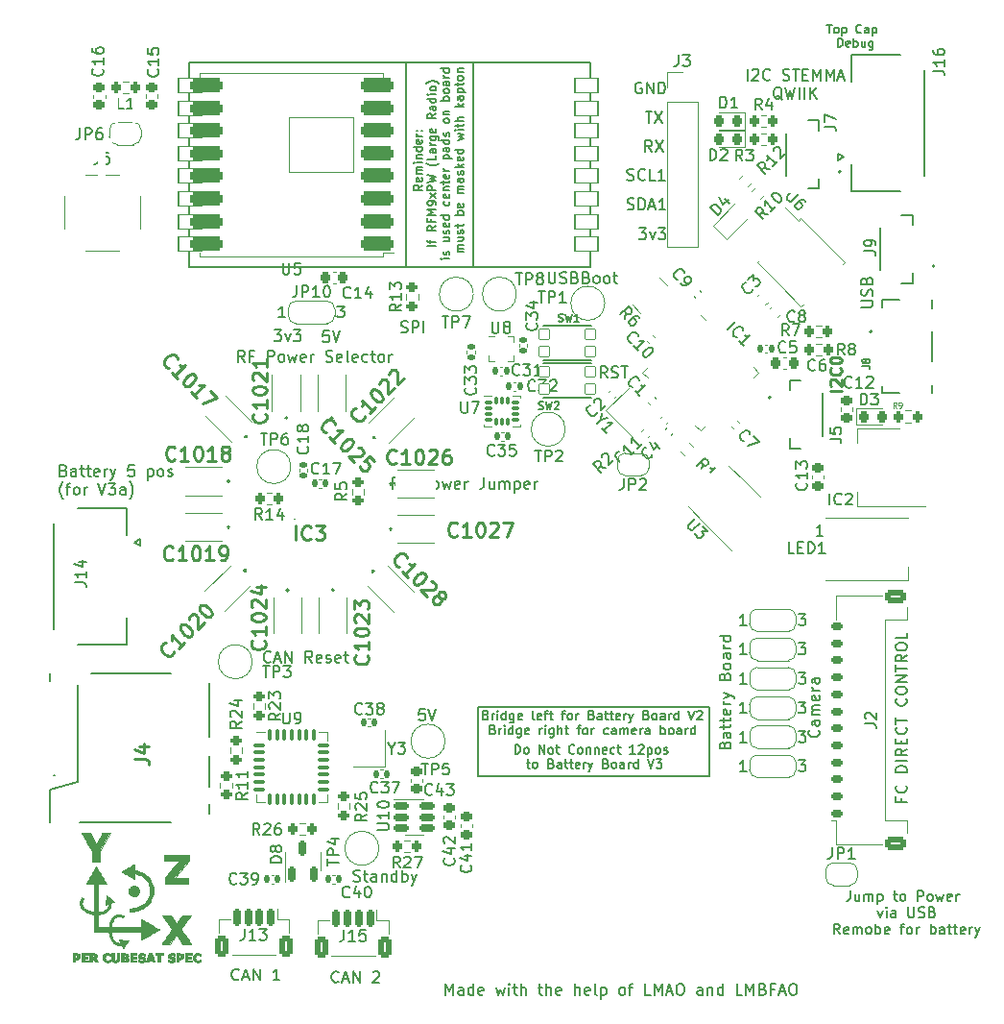
<source format=gbr>
%TF.GenerationSoftware,KiCad,Pcbnew,8.0.2-1*%
%TF.CreationDate,2024-07-17T18:36:44-07:00*%
%TF.ProjectId,FC_V4b,46435f56-3462-42e6-9b69-6361645f7063,rev?*%
%TF.SameCoordinates,Original*%
%TF.FileFunction,Legend,Top*%
%TF.FilePolarity,Positive*%
%FSLAX46Y46*%
G04 Gerber Fmt 4.6, Leading zero omitted, Abs format (unit mm)*
G04 Created by KiCad (PCBNEW 8.0.2-1) date 2024-07-17 18:36:44*
%MOMM*%
%LPD*%
G01*
G04 APERTURE LIST*
G04 Aperture macros list*
%AMRoundRect*
0 Rectangle with rounded corners*
0 $1 Rounding radius*
0 $2 $3 $4 $5 $6 $7 $8 $9 X,Y pos of 4 corners*
0 Add a 4 corners polygon primitive as box body*
4,1,4,$2,$3,$4,$5,$6,$7,$8,$9,$2,$3,0*
0 Add four circle primitives for the rounded corners*
1,1,$1+$1,$2,$3*
1,1,$1+$1,$4,$5*
1,1,$1+$1,$6,$7*
1,1,$1+$1,$8,$9*
0 Add four rect primitives between the rounded corners*
20,1,$1+$1,$2,$3,$4,$5,0*
20,1,$1+$1,$4,$5,$6,$7,0*
20,1,$1+$1,$6,$7,$8,$9,0*
20,1,$1+$1,$8,$9,$2,$3,0*%
%AMRotRect*
0 Rectangle, with rotation*
0 The origin of the aperture is its center*
0 $1 length*
0 $2 width*
0 $3 Rotation angle, in degrees counterclockwise*
0 Add horizontal line*
21,1,$1,$2,0,0,$3*%
%AMFreePoly0*
4,1,19,0.550000,-0.750000,0.000000,-0.750000,0.000000,-0.744911,-0.071157,-0.744911,-0.207708,-0.704816,-0.327430,-0.627875,-0.420627,-0.520320,-0.479746,-0.390866,-0.500000,-0.250000,-0.500000,0.250000,-0.479746,0.390866,-0.420627,0.520320,-0.327430,0.627875,-0.207708,0.704816,-0.071157,0.744911,0.000000,0.744911,0.000000,0.750000,0.550000,0.750000,0.550000,-0.750000,0.550000,-0.750000,
$1*%
%AMFreePoly1*
4,1,19,0.000000,0.744911,0.071157,0.744911,0.207708,0.704816,0.327430,0.627875,0.420627,0.520320,0.479746,0.390866,0.500000,0.250000,0.500000,-0.250000,0.479746,-0.390866,0.420627,-0.520320,0.327430,-0.627875,0.207708,-0.704816,0.071157,-0.744911,0.000000,-0.744911,0.000000,-0.750000,-0.550000,-0.750000,-0.550000,0.750000,0.000000,0.750000,0.000000,0.744911,0.000000,0.744911,
$1*%
%AMFreePoly2*
4,1,19,0.500000,-0.750000,0.000000,-0.750000,0.000000,-0.744911,-0.071157,-0.744911,-0.207708,-0.704816,-0.327430,-0.627875,-0.420627,-0.520320,-0.479746,-0.390866,-0.500000,-0.250000,-0.500000,0.250000,-0.479746,0.390866,-0.420627,0.520320,-0.327430,0.627875,-0.207708,0.704816,-0.071157,0.744911,0.000000,0.744911,0.000000,0.750000,0.500000,0.750000,0.500000,-0.750000,0.500000,-0.750000,
$1*%
%AMFreePoly3*
4,1,19,0.000000,0.744911,0.071157,0.744911,0.207708,0.704816,0.327430,0.627875,0.420627,0.520320,0.479746,0.390866,0.500000,0.250000,0.500000,-0.250000,0.479746,-0.390866,0.420627,-0.520320,0.327430,-0.627875,0.207708,-0.704816,0.071157,-0.744911,0.000000,-0.744911,0.000000,-0.750000,-0.500000,-0.750000,-0.500000,0.750000,0.000000,0.750000,0.000000,0.744911,0.000000,0.744911,
$1*%
G04 Aperture macros list end*
%ADD10C,0.150000*%
%ADD11C,0.250000*%
%ADD12C,0.254000*%
%ADD13C,0.146304*%
%ADD14C,0.100000*%
%ADD15C,0.120000*%
%ADD16C,0.200000*%
%ADD17C,0.127000*%
%ADD18C,0.203200*%
%ADD19C,0.010000*%
%ADD20C,0.500000*%
%ADD21C,0.000000*%
%ADD22RoundRect,0.200000X-0.275000X0.200000X-0.275000X-0.200000X0.275000X-0.200000X0.275000X0.200000X0*%
%ADD23R,1.100000X0.700000*%
%ADD24R,0.930000X0.900000*%
%ADD25R,0.780000X1.050000*%
%ADD26R,3.330000X0.700000*%
%ADD27R,2.800000X0.860000*%
%ADD28R,1.830000X1.140000*%
%ADD29FreePoly0,0.000000*%
%ADD30R,1.000000X1.500000*%
%ADD31FreePoly1,0.000000*%
%ADD32RoundRect,0.140000X-0.021213X0.219203X-0.219203X0.021213X0.021213X-0.219203X0.219203X-0.021213X0*%
%ADD33RoundRect,0.225000X-0.250000X0.225000X-0.250000X-0.225000X0.250000X-0.225000X0.250000X0.225000X0*%
%ADD34RoundRect,0.200000X-0.200000X-0.275000X0.200000X-0.275000X0.200000X0.275000X-0.200000X0.275000X0*%
%ADD35C,2.050000*%
%ADD36C,2.250000*%
%ADD37C,2.000000*%
%ADD38C,5.000000*%
%ADD39RoundRect,0.150000X0.150000X0.625000X-0.150000X0.625000X-0.150000X-0.625000X0.150000X-0.625000X0*%
%ADD40RoundRect,0.250000X0.350000X0.650000X-0.350000X0.650000X-0.350000X-0.650000X0.350000X-0.650000X0*%
%ADD41R,2.000000X1.500000*%
%ADD42R,2.000000X3.800000*%
%ADD43R,1.550000X0.600000*%
%ADD44R,1.800000X1.200000*%
%ADD45RotRect,1.400000X1.400000X45.000000*%
%ADD46RoundRect,0.140000X0.021213X-0.219203X0.219203X-0.021213X-0.021213X0.219203X-0.219203X0.021213X0*%
%ADD47FreePoly2,180.000000*%
%ADD48FreePoly3,180.000000*%
%ADD49RoundRect,0.218750X0.218750X0.256250X-0.218750X0.256250X-0.218750X-0.256250X0.218750X-0.256250X0*%
%ADD50R,1.400000X1.400000*%
%ADD51RotRect,0.800000X0.500000X135.000000*%
%ADD52RotRect,0.800000X0.400000X135.000000*%
%ADD53RoundRect,0.225000X0.250000X-0.225000X0.250000X0.225000X-0.250000X0.225000X-0.250000X-0.225000X0*%
%ADD54RoundRect,0.218750X-0.218750X-0.256250X0.218750X-0.256250X0.218750X0.256250X-0.218750X0.256250X0*%
%ADD55RoundRect,0.140000X0.170000X-0.140000X0.170000X0.140000X-0.170000X0.140000X-0.170000X-0.140000X0*%
%ADD56RoundRect,0.050800X-0.450000X-0.450000X0.450000X-0.450000X0.450000X0.450000X-0.450000X0.450000X0*%
%ADD57RoundRect,0.140000X-0.140000X-0.170000X0.140000X-0.170000X0.140000X0.170000X-0.140000X0.170000X0*%
%ADD58RoundRect,0.140000X-0.170000X0.140000X-0.170000X-0.140000X0.170000X-0.140000X0.170000X0.140000X0*%
%ADD59RoundRect,0.200000X0.200000X0.275000X-0.200000X0.275000X-0.200000X-0.275000X0.200000X-0.275000X0*%
%ADD60RoundRect,0.225000X0.017678X-0.335876X0.335876X-0.017678X-0.017678X0.335876X-0.335876X0.017678X0*%
%ADD61RoundRect,0.135000X-0.035355X0.226274X-0.226274X0.035355X0.035355X-0.226274X0.226274X-0.035355X0*%
%ADD62RotRect,1.400000X1.400000X135.000000*%
%ADD63RotRect,1.150000X1.000000X315.000000*%
%ADD64RoundRect,0.140000X0.219203X0.021213X0.021213X0.219203X-0.219203X-0.021213X-0.021213X-0.219203X0*%
%ADD65RoundRect,0.140000X0.140000X0.170000X-0.140000X0.170000X-0.140000X-0.170000X0.140000X-0.170000X0*%
%ADD66FreePoly2,0.000000*%
%ADD67FreePoly3,0.000000*%
%ADD68R,1.000000X1.150000*%
%ADD69RoundRect,0.150000X-0.512500X-0.150000X0.512500X-0.150000X0.512500X0.150000X-0.512500X0.150000X0*%
%ADD70RoundRect,0.150000X0.150000X-0.512500X0.150000X0.512500X-0.150000X0.512500X-0.150000X-0.512500X0*%
%ADD71RoundRect,0.200000X0.053033X-0.335876X0.335876X-0.053033X-0.053033X0.335876X-0.335876X0.053033X0*%
%ADD72RoundRect,0.063500X1.000000X0.650000X-1.000000X0.650000X-1.000000X-0.650000X1.000000X-0.650000X0*%
%ADD73RoundRect,0.063500X2.849999X2.400000X-2.849999X2.400000X-2.849999X-2.400000X2.849999X-2.400000X0*%
%ADD74RoundRect,0.087500X-0.225000X-0.087500X0.225000X-0.087500X0.225000X0.087500X-0.225000X0.087500X0*%
%ADD75RoundRect,0.087500X-0.087500X-0.225000X0.087500X-0.225000X0.087500X0.225000X-0.087500X0.225000X0*%
%ADD76RoundRect,0.225000X-0.225000X-0.250000X0.225000X-0.250000X0.225000X0.250000X-0.225000X0.250000X0*%
%ADD77RoundRect,0.150000X-0.565685X0.353553X0.353553X-0.565685X0.565685X-0.353553X-0.353553X0.565685X0*%
%ADD78RoundRect,0.140000X-0.219203X-0.021213X-0.021213X-0.219203X0.219203X0.021213X0.021213X0.219203X0*%
%ADD79R,1.500000X0.900000*%
%ADD80RotRect,1.400000X1.400000X315.000000*%
%ADD81RoundRect,0.125000X0.000000X-0.176777X0.176777X0.000000X0.000000X0.176777X-0.176777X0.000000X0*%
%ADD82RoundRect,0.200000X0.335876X0.053033X0.053033X0.335876X-0.335876X-0.053033X-0.053033X-0.335876X0*%
%ADD83RoundRect,0.200000X0.275000X-0.200000X0.275000X0.200000X-0.275000X0.200000X-0.275000X-0.200000X0*%
%ADD84RoundRect,0.050000X-0.309359X0.238649X0.238649X-0.309359X0.309359X-0.238649X-0.238649X0.309359X0*%
%ADD85RoundRect,0.050000X-0.309359X-0.238649X-0.238649X-0.309359X0.309359X0.238649X0.238649X0.309359X0*%
%ADD86RotRect,3.200000X3.200000X315.000000*%
%ADD87RoundRect,0.317500X1.157500X0.317500X-1.157500X0.317500X-1.157500X-0.317500X1.157500X-0.317500X0*%
%ADD88R,0.375000X0.350000*%
%ADD89R,0.350000X0.375000*%
%ADD90RoundRect,0.225000X0.225000X0.250000X-0.225000X0.250000X-0.225000X-0.250000X0.225000X-0.250000X0*%
%ADD91RoundRect,0.075000X-0.437500X-0.075000X0.437500X-0.075000X0.437500X0.075000X-0.437500X0.075000X0*%
%ADD92RoundRect,0.075000X-0.075000X-0.437500X0.075000X-0.437500X0.075000X0.437500X-0.075000X0.437500X0*%
%ADD93R,4.250000X4.250000*%
%ADD94RotRect,1.400000X1.400000X225.000000*%
%ADD95R,0.500000X0.800000*%
%ADD96RoundRect,0.150000X0.350000X-0.150000X0.350000X0.150000X-0.350000X0.150000X-0.350000X-0.150000X0*%
%ADD97RoundRect,0.250000X0.650000X-0.375000X0.650000X0.375000X-0.650000X0.375000X-0.650000X-0.375000X0*%
%ADD98RoundRect,0.150000X0.618718X-0.406586X-0.406586X0.618718X-0.618718X0.406586X0.406586X-0.618718X0*%
%ADD99RoundRect,0.200000X-0.053033X0.335876X-0.335876X0.053033X0.053033X-0.335876X0.335876X-0.053033X0*%
%ADD100R,1.380000X0.450000*%
%ADD101O,2.416000X1.208000*%
%ADD102R,2.100000X1.475000*%
%ADD103R,1.900000X1.375000*%
%ADD104R,1.700000X1.700000*%
%ADD105O,1.700000X1.700000*%
%ADD106C,1.000000*%
G04 APERTURE END LIST*
D10*
X206700000Y-114800000D02*
X186300000Y-114800000D01*
X180000000Y-58000000D02*
X180000000Y-76000000D01*
X186300000Y-114800000D02*
X186300000Y-120900000D01*
X186300000Y-120900000D02*
X206700000Y-120900000D01*
X185900000Y-76000000D02*
X185900000Y-58000000D01*
X206700000Y-120900000D02*
X206700000Y-114800000D01*
X180000000Y-76000000D02*
X185000000Y-76000000D01*
X168331541Y-81549819D02*
X168950588Y-81549819D01*
X168950588Y-81549819D02*
X168617255Y-81930771D01*
X168617255Y-81930771D02*
X168760112Y-81930771D01*
X168760112Y-81930771D02*
X168855350Y-81978390D01*
X168855350Y-81978390D02*
X168902969Y-82026009D01*
X168902969Y-82026009D02*
X168950588Y-82121247D01*
X168950588Y-82121247D02*
X168950588Y-82359342D01*
X168950588Y-82359342D02*
X168902969Y-82454580D01*
X168902969Y-82454580D02*
X168855350Y-82502200D01*
X168855350Y-82502200D02*
X168760112Y-82549819D01*
X168760112Y-82549819D02*
X168474398Y-82549819D01*
X168474398Y-82549819D02*
X168379160Y-82502200D01*
X168379160Y-82502200D02*
X168331541Y-82454580D01*
X169283922Y-81883152D02*
X169522017Y-82549819D01*
X169522017Y-82549819D02*
X169760112Y-81883152D01*
X170045827Y-81549819D02*
X170664874Y-81549819D01*
X170664874Y-81549819D02*
X170331541Y-81930771D01*
X170331541Y-81930771D02*
X170474398Y-81930771D01*
X170474398Y-81930771D02*
X170569636Y-81978390D01*
X170569636Y-81978390D02*
X170617255Y-82026009D01*
X170617255Y-82026009D02*
X170664874Y-82121247D01*
X170664874Y-82121247D02*
X170664874Y-82359342D01*
X170664874Y-82359342D02*
X170617255Y-82454580D01*
X170617255Y-82454580D02*
X170569636Y-82502200D01*
X170569636Y-82502200D02*
X170474398Y-82549819D01*
X170474398Y-82549819D02*
X170188684Y-82549819D01*
X170188684Y-82549819D02*
X170093446Y-82502200D01*
X170093446Y-82502200D02*
X170045827Y-82454580D01*
X174008207Y-138974580D02*
X173960588Y-139022200D01*
X173960588Y-139022200D02*
X173817731Y-139069819D01*
X173817731Y-139069819D02*
X173722493Y-139069819D01*
X173722493Y-139069819D02*
X173579636Y-139022200D01*
X173579636Y-139022200D02*
X173484398Y-138926961D01*
X173484398Y-138926961D02*
X173436779Y-138831723D01*
X173436779Y-138831723D02*
X173389160Y-138641247D01*
X173389160Y-138641247D02*
X173389160Y-138498390D01*
X173389160Y-138498390D02*
X173436779Y-138307914D01*
X173436779Y-138307914D02*
X173484398Y-138212676D01*
X173484398Y-138212676D02*
X173579636Y-138117438D01*
X173579636Y-138117438D02*
X173722493Y-138069819D01*
X173722493Y-138069819D02*
X173817731Y-138069819D01*
X173817731Y-138069819D02*
X173960588Y-138117438D01*
X173960588Y-138117438D02*
X174008207Y-138165057D01*
X174389160Y-138784104D02*
X174865350Y-138784104D01*
X174293922Y-139069819D02*
X174627255Y-138069819D01*
X174627255Y-138069819D02*
X174960588Y-139069819D01*
X175293922Y-139069819D02*
X175293922Y-138069819D01*
X175293922Y-138069819D02*
X175865350Y-139069819D01*
X175865350Y-139069819D02*
X175865350Y-138069819D01*
X177055827Y-138165057D02*
X177103446Y-138117438D01*
X177103446Y-138117438D02*
X177198684Y-138069819D01*
X177198684Y-138069819D02*
X177436779Y-138069819D01*
X177436779Y-138069819D02*
X177532017Y-138117438D01*
X177532017Y-138117438D02*
X177579636Y-138165057D01*
X177579636Y-138165057D02*
X177627255Y-138260295D01*
X177627255Y-138260295D02*
X177627255Y-138355533D01*
X177627255Y-138355533D02*
X177579636Y-138498390D01*
X177579636Y-138498390D02*
X177008208Y-139069819D01*
X177008208Y-139069819D02*
X177627255Y-139069819D01*
X199479160Y-70902200D02*
X199622017Y-70949819D01*
X199622017Y-70949819D02*
X199860112Y-70949819D01*
X199860112Y-70949819D02*
X199955350Y-70902200D01*
X199955350Y-70902200D02*
X200002969Y-70854580D01*
X200002969Y-70854580D02*
X200050588Y-70759342D01*
X200050588Y-70759342D02*
X200050588Y-70664104D01*
X200050588Y-70664104D02*
X200002969Y-70568866D01*
X200002969Y-70568866D02*
X199955350Y-70521247D01*
X199955350Y-70521247D02*
X199860112Y-70473628D01*
X199860112Y-70473628D02*
X199669636Y-70426009D01*
X199669636Y-70426009D02*
X199574398Y-70378390D01*
X199574398Y-70378390D02*
X199526779Y-70330771D01*
X199526779Y-70330771D02*
X199479160Y-70235533D01*
X199479160Y-70235533D02*
X199479160Y-70140295D01*
X199479160Y-70140295D02*
X199526779Y-70045057D01*
X199526779Y-70045057D02*
X199574398Y-69997438D01*
X199574398Y-69997438D02*
X199669636Y-69949819D01*
X199669636Y-69949819D02*
X199907731Y-69949819D01*
X199907731Y-69949819D02*
X200050588Y-69997438D01*
X200479160Y-70949819D02*
X200479160Y-69949819D01*
X200479160Y-69949819D02*
X200717255Y-69949819D01*
X200717255Y-69949819D02*
X200860112Y-69997438D01*
X200860112Y-69997438D02*
X200955350Y-70092676D01*
X200955350Y-70092676D02*
X201002969Y-70187914D01*
X201002969Y-70187914D02*
X201050588Y-70378390D01*
X201050588Y-70378390D02*
X201050588Y-70521247D01*
X201050588Y-70521247D02*
X201002969Y-70711723D01*
X201002969Y-70711723D02*
X200955350Y-70806961D01*
X200955350Y-70806961D02*
X200860112Y-70902200D01*
X200860112Y-70902200D02*
X200717255Y-70949819D01*
X200717255Y-70949819D02*
X200479160Y-70949819D01*
X201431541Y-70664104D02*
X201907731Y-70664104D01*
X201336303Y-70949819D02*
X201669636Y-69949819D01*
X201669636Y-69949819D02*
X202002969Y-70949819D01*
X202860112Y-70949819D02*
X202288684Y-70949819D01*
X202574398Y-70949819D02*
X202574398Y-69949819D01*
X202574398Y-69949819D02*
X202479160Y-70092676D01*
X202479160Y-70092676D02*
X202383922Y-70187914D01*
X202383922Y-70187914D02*
X202288684Y-70235533D01*
X217082143Y-54642956D02*
X217510715Y-54642956D01*
X217296429Y-55392956D02*
X217296429Y-54642956D01*
X217867858Y-55392956D02*
X217796429Y-55357242D01*
X217796429Y-55357242D02*
X217760715Y-55321527D01*
X217760715Y-55321527D02*
X217725001Y-55250099D01*
X217725001Y-55250099D02*
X217725001Y-55035813D01*
X217725001Y-55035813D02*
X217760715Y-54964384D01*
X217760715Y-54964384D02*
X217796429Y-54928670D01*
X217796429Y-54928670D02*
X217867858Y-54892956D01*
X217867858Y-54892956D02*
X217975001Y-54892956D01*
X217975001Y-54892956D02*
X218046429Y-54928670D01*
X218046429Y-54928670D02*
X218082144Y-54964384D01*
X218082144Y-54964384D02*
X218117858Y-55035813D01*
X218117858Y-55035813D02*
X218117858Y-55250099D01*
X218117858Y-55250099D02*
X218082144Y-55321527D01*
X218082144Y-55321527D02*
X218046429Y-55357242D01*
X218046429Y-55357242D02*
X217975001Y-55392956D01*
X217975001Y-55392956D02*
X217867858Y-55392956D01*
X218439286Y-54892956D02*
X218439286Y-55642956D01*
X218439286Y-54928670D02*
X218510715Y-54892956D01*
X218510715Y-54892956D02*
X218653572Y-54892956D01*
X218653572Y-54892956D02*
X218725000Y-54928670D01*
X218725000Y-54928670D02*
X218760715Y-54964384D01*
X218760715Y-54964384D02*
X218796429Y-55035813D01*
X218796429Y-55035813D02*
X218796429Y-55250099D01*
X218796429Y-55250099D02*
X218760715Y-55321527D01*
X218760715Y-55321527D02*
X218725000Y-55357242D01*
X218725000Y-55357242D02*
X218653572Y-55392956D01*
X218653572Y-55392956D02*
X218510715Y-55392956D01*
X218510715Y-55392956D02*
X218439286Y-55357242D01*
X220117857Y-55321527D02*
X220082143Y-55357242D01*
X220082143Y-55357242D02*
X219975000Y-55392956D01*
X219975000Y-55392956D02*
X219903572Y-55392956D01*
X219903572Y-55392956D02*
X219796429Y-55357242D01*
X219796429Y-55357242D02*
X219725000Y-55285813D01*
X219725000Y-55285813D02*
X219689286Y-55214384D01*
X219689286Y-55214384D02*
X219653572Y-55071527D01*
X219653572Y-55071527D02*
X219653572Y-54964384D01*
X219653572Y-54964384D02*
X219689286Y-54821527D01*
X219689286Y-54821527D02*
X219725000Y-54750099D01*
X219725000Y-54750099D02*
X219796429Y-54678670D01*
X219796429Y-54678670D02*
X219903572Y-54642956D01*
X219903572Y-54642956D02*
X219975000Y-54642956D01*
X219975000Y-54642956D02*
X220082143Y-54678670D01*
X220082143Y-54678670D02*
X220117857Y-54714384D01*
X220760715Y-55392956D02*
X220760715Y-55000099D01*
X220760715Y-55000099D02*
X220725000Y-54928670D01*
X220725000Y-54928670D02*
X220653572Y-54892956D01*
X220653572Y-54892956D02*
X220510715Y-54892956D01*
X220510715Y-54892956D02*
X220439286Y-54928670D01*
X220760715Y-55357242D02*
X220689286Y-55392956D01*
X220689286Y-55392956D02*
X220510715Y-55392956D01*
X220510715Y-55392956D02*
X220439286Y-55357242D01*
X220439286Y-55357242D02*
X220403572Y-55285813D01*
X220403572Y-55285813D02*
X220403572Y-55214384D01*
X220403572Y-55214384D02*
X220439286Y-55142956D01*
X220439286Y-55142956D02*
X220510715Y-55107242D01*
X220510715Y-55107242D02*
X220689286Y-55107242D01*
X220689286Y-55107242D02*
X220760715Y-55071527D01*
X221117857Y-54892956D02*
X221117857Y-55642956D01*
X221117857Y-54928670D02*
X221189286Y-54892956D01*
X221189286Y-54892956D02*
X221332143Y-54892956D01*
X221332143Y-54892956D02*
X221403571Y-54928670D01*
X221403571Y-54928670D02*
X221439286Y-54964384D01*
X221439286Y-54964384D02*
X221475000Y-55035813D01*
X221475000Y-55035813D02*
X221475000Y-55250099D01*
X221475000Y-55250099D02*
X221439286Y-55321527D01*
X221439286Y-55321527D02*
X221403571Y-55357242D01*
X221403571Y-55357242D02*
X221332143Y-55392956D01*
X221332143Y-55392956D02*
X221189286Y-55392956D01*
X221189286Y-55392956D02*
X221117857Y-55357242D01*
X218064286Y-56600414D02*
X218064286Y-55850414D01*
X218064286Y-55850414D02*
X218242857Y-55850414D01*
X218242857Y-55850414D02*
X218350000Y-55886128D01*
X218350000Y-55886128D02*
X218421429Y-55957557D01*
X218421429Y-55957557D02*
X218457143Y-56028985D01*
X218457143Y-56028985D02*
X218492857Y-56171842D01*
X218492857Y-56171842D02*
X218492857Y-56278985D01*
X218492857Y-56278985D02*
X218457143Y-56421842D01*
X218457143Y-56421842D02*
X218421429Y-56493271D01*
X218421429Y-56493271D02*
X218350000Y-56564700D01*
X218350000Y-56564700D02*
X218242857Y-56600414D01*
X218242857Y-56600414D02*
X218064286Y-56600414D01*
X219100000Y-56564700D02*
X219028572Y-56600414D01*
X219028572Y-56600414D02*
X218885715Y-56600414D01*
X218885715Y-56600414D02*
X218814286Y-56564700D01*
X218814286Y-56564700D02*
X218778572Y-56493271D01*
X218778572Y-56493271D02*
X218778572Y-56207557D01*
X218778572Y-56207557D02*
X218814286Y-56136128D01*
X218814286Y-56136128D02*
X218885715Y-56100414D01*
X218885715Y-56100414D02*
X219028572Y-56100414D01*
X219028572Y-56100414D02*
X219100000Y-56136128D01*
X219100000Y-56136128D02*
X219135715Y-56207557D01*
X219135715Y-56207557D02*
X219135715Y-56278985D01*
X219135715Y-56278985D02*
X218778572Y-56350414D01*
X219457143Y-56600414D02*
X219457143Y-55850414D01*
X219457143Y-56136128D02*
X219528572Y-56100414D01*
X219528572Y-56100414D02*
X219671429Y-56100414D01*
X219671429Y-56100414D02*
X219742857Y-56136128D01*
X219742857Y-56136128D02*
X219778572Y-56171842D01*
X219778572Y-56171842D02*
X219814286Y-56243271D01*
X219814286Y-56243271D02*
X219814286Y-56457557D01*
X219814286Y-56457557D02*
X219778572Y-56528985D01*
X219778572Y-56528985D02*
X219742857Y-56564700D01*
X219742857Y-56564700D02*
X219671429Y-56600414D01*
X219671429Y-56600414D02*
X219528572Y-56600414D01*
X219528572Y-56600414D02*
X219457143Y-56564700D01*
X220457143Y-56100414D02*
X220457143Y-56600414D01*
X220135714Y-56100414D02*
X220135714Y-56493271D01*
X220135714Y-56493271D02*
X220171428Y-56564700D01*
X220171428Y-56564700D02*
X220242857Y-56600414D01*
X220242857Y-56600414D02*
X220350000Y-56600414D01*
X220350000Y-56600414D02*
X220421428Y-56564700D01*
X220421428Y-56564700D02*
X220457143Y-56528985D01*
X221135714Y-56100414D02*
X221135714Y-56707557D01*
X221135714Y-56707557D02*
X221099999Y-56778985D01*
X221099999Y-56778985D02*
X221064285Y-56814700D01*
X221064285Y-56814700D02*
X220992856Y-56850414D01*
X220992856Y-56850414D02*
X220885714Y-56850414D01*
X220885714Y-56850414D02*
X220814285Y-56814700D01*
X221135714Y-56564700D02*
X221064285Y-56600414D01*
X221064285Y-56600414D02*
X220921428Y-56600414D01*
X220921428Y-56600414D02*
X220849999Y-56564700D01*
X220849999Y-56564700D02*
X220814285Y-56528985D01*
X220814285Y-56528985D02*
X220778571Y-56457557D01*
X220778571Y-56457557D02*
X220778571Y-56243271D01*
X220778571Y-56243271D02*
X220814285Y-56171842D01*
X220814285Y-56171842D02*
X220849999Y-56136128D01*
X220849999Y-56136128D02*
X220921428Y-56100414D01*
X220921428Y-56100414D02*
X221064285Y-56100414D01*
X221064285Y-56100414D02*
X221135714Y-56136128D01*
X199469160Y-68322200D02*
X199612017Y-68369819D01*
X199612017Y-68369819D02*
X199850112Y-68369819D01*
X199850112Y-68369819D02*
X199945350Y-68322200D01*
X199945350Y-68322200D02*
X199992969Y-68274580D01*
X199992969Y-68274580D02*
X200040588Y-68179342D01*
X200040588Y-68179342D02*
X200040588Y-68084104D01*
X200040588Y-68084104D02*
X199992969Y-67988866D01*
X199992969Y-67988866D02*
X199945350Y-67941247D01*
X199945350Y-67941247D02*
X199850112Y-67893628D01*
X199850112Y-67893628D02*
X199659636Y-67846009D01*
X199659636Y-67846009D02*
X199564398Y-67798390D01*
X199564398Y-67798390D02*
X199516779Y-67750771D01*
X199516779Y-67750771D02*
X199469160Y-67655533D01*
X199469160Y-67655533D02*
X199469160Y-67560295D01*
X199469160Y-67560295D02*
X199516779Y-67465057D01*
X199516779Y-67465057D02*
X199564398Y-67417438D01*
X199564398Y-67417438D02*
X199659636Y-67369819D01*
X199659636Y-67369819D02*
X199897731Y-67369819D01*
X199897731Y-67369819D02*
X200040588Y-67417438D01*
X201040588Y-68274580D02*
X200992969Y-68322200D01*
X200992969Y-68322200D02*
X200850112Y-68369819D01*
X200850112Y-68369819D02*
X200754874Y-68369819D01*
X200754874Y-68369819D02*
X200612017Y-68322200D01*
X200612017Y-68322200D02*
X200516779Y-68226961D01*
X200516779Y-68226961D02*
X200469160Y-68131723D01*
X200469160Y-68131723D02*
X200421541Y-67941247D01*
X200421541Y-67941247D02*
X200421541Y-67798390D01*
X200421541Y-67798390D02*
X200469160Y-67607914D01*
X200469160Y-67607914D02*
X200516779Y-67512676D01*
X200516779Y-67512676D02*
X200612017Y-67417438D01*
X200612017Y-67417438D02*
X200754874Y-67369819D01*
X200754874Y-67369819D02*
X200850112Y-67369819D01*
X200850112Y-67369819D02*
X200992969Y-67417438D01*
X200992969Y-67417438D02*
X201040588Y-67465057D01*
X201945350Y-68369819D02*
X201469160Y-68369819D01*
X201469160Y-68369819D02*
X201469160Y-67369819D01*
X202802493Y-68369819D02*
X202231065Y-68369819D01*
X202516779Y-68369819D02*
X202516779Y-67369819D01*
X202516779Y-67369819D02*
X202421541Y-67512676D01*
X202421541Y-67512676D02*
X202326303Y-67607914D01*
X202326303Y-67607914D02*
X202231065Y-67655533D01*
D11*
X218364619Y-86897431D02*
X217364619Y-86897431D01*
X217459857Y-86468860D02*
X217412238Y-86421241D01*
X217412238Y-86421241D02*
X217364619Y-86326003D01*
X217364619Y-86326003D02*
X217364619Y-86087908D01*
X217364619Y-86087908D02*
X217412238Y-85992670D01*
X217412238Y-85992670D02*
X217459857Y-85945051D01*
X217459857Y-85945051D02*
X217555095Y-85897432D01*
X217555095Y-85897432D02*
X217650333Y-85897432D01*
X217650333Y-85897432D02*
X217793190Y-85945051D01*
X217793190Y-85945051D02*
X218364619Y-86516479D01*
X218364619Y-86516479D02*
X218364619Y-85897432D01*
X218269380Y-84897432D02*
X218317000Y-84945051D01*
X218317000Y-84945051D02*
X218364619Y-85087908D01*
X218364619Y-85087908D02*
X218364619Y-85183146D01*
X218364619Y-85183146D02*
X218317000Y-85326003D01*
X218317000Y-85326003D02*
X218221761Y-85421241D01*
X218221761Y-85421241D02*
X218126523Y-85468860D01*
X218126523Y-85468860D02*
X217936047Y-85516479D01*
X217936047Y-85516479D02*
X217793190Y-85516479D01*
X217793190Y-85516479D02*
X217602714Y-85468860D01*
X217602714Y-85468860D02*
X217507476Y-85421241D01*
X217507476Y-85421241D02*
X217412238Y-85326003D01*
X217412238Y-85326003D02*
X217364619Y-85183146D01*
X217364619Y-85183146D02*
X217364619Y-85087908D01*
X217364619Y-85087908D02*
X217412238Y-84945051D01*
X217412238Y-84945051D02*
X217459857Y-84897432D01*
X217364619Y-84278384D02*
X217364619Y-84183146D01*
X217364619Y-84183146D02*
X217412238Y-84087908D01*
X217412238Y-84087908D02*
X217459857Y-84040289D01*
X217459857Y-84040289D02*
X217555095Y-83992670D01*
X217555095Y-83992670D02*
X217745571Y-83945051D01*
X217745571Y-83945051D02*
X217983666Y-83945051D01*
X217983666Y-83945051D02*
X218174142Y-83992670D01*
X218174142Y-83992670D02*
X218269380Y-84040289D01*
X218269380Y-84040289D02*
X218317000Y-84087908D01*
X218317000Y-84087908D02*
X218364619Y-84183146D01*
X218364619Y-84183146D02*
X218364619Y-84278384D01*
X218364619Y-84278384D02*
X218317000Y-84373622D01*
X218317000Y-84373622D02*
X218269380Y-84421241D01*
X218269380Y-84421241D02*
X218174142Y-84468860D01*
X218174142Y-84468860D02*
X217983666Y-84516479D01*
X217983666Y-84516479D02*
X217745571Y-84516479D01*
X217745571Y-84516479D02*
X217555095Y-84468860D01*
X217555095Y-84468860D02*
X217459857Y-84421241D01*
X217459857Y-84421241D02*
X217412238Y-84373622D01*
X217412238Y-84373622D02*
X217364619Y-84278384D01*
D10*
X210061905Y-59559875D02*
X210061905Y-58559875D01*
X210490476Y-58655113D02*
X210538095Y-58607494D01*
X210538095Y-58607494D02*
X210633333Y-58559875D01*
X210633333Y-58559875D02*
X210871428Y-58559875D01*
X210871428Y-58559875D02*
X210966666Y-58607494D01*
X210966666Y-58607494D02*
X211014285Y-58655113D01*
X211014285Y-58655113D02*
X211061904Y-58750351D01*
X211061904Y-58750351D02*
X211061904Y-58845589D01*
X211061904Y-58845589D02*
X211014285Y-58988446D01*
X211014285Y-58988446D02*
X210442857Y-59559875D01*
X210442857Y-59559875D02*
X211061904Y-59559875D01*
X212061904Y-59464636D02*
X212014285Y-59512256D01*
X212014285Y-59512256D02*
X211871428Y-59559875D01*
X211871428Y-59559875D02*
X211776190Y-59559875D01*
X211776190Y-59559875D02*
X211633333Y-59512256D01*
X211633333Y-59512256D02*
X211538095Y-59417017D01*
X211538095Y-59417017D02*
X211490476Y-59321779D01*
X211490476Y-59321779D02*
X211442857Y-59131303D01*
X211442857Y-59131303D02*
X211442857Y-58988446D01*
X211442857Y-58988446D02*
X211490476Y-58797970D01*
X211490476Y-58797970D02*
X211538095Y-58702732D01*
X211538095Y-58702732D02*
X211633333Y-58607494D01*
X211633333Y-58607494D02*
X211776190Y-58559875D01*
X211776190Y-58559875D02*
X211871428Y-58559875D01*
X211871428Y-58559875D02*
X212014285Y-58607494D01*
X212014285Y-58607494D02*
X212061904Y-58655113D01*
X213204762Y-59512256D02*
X213347619Y-59559875D01*
X213347619Y-59559875D02*
X213585714Y-59559875D01*
X213585714Y-59559875D02*
X213680952Y-59512256D01*
X213680952Y-59512256D02*
X213728571Y-59464636D01*
X213728571Y-59464636D02*
X213776190Y-59369398D01*
X213776190Y-59369398D02*
X213776190Y-59274160D01*
X213776190Y-59274160D02*
X213728571Y-59178922D01*
X213728571Y-59178922D02*
X213680952Y-59131303D01*
X213680952Y-59131303D02*
X213585714Y-59083684D01*
X213585714Y-59083684D02*
X213395238Y-59036065D01*
X213395238Y-59036065D02*
X213300000Y-58988446D01*
X213300000Y-58988446D02*
X213252381Y-58940827D01*
X213252381Y-58940827D02*
X213204762Y-58845589D01*
X213204762Y-58845589D02*
X213204762Y-58750351D01*
X213204762Y-58750351D02*
X213252381Y-58655113D01*
X213252381Y-58655113D02*
X213300000Y-58607494D01*
X213300000Y-58607494D02*
X213395238Y-58559875D01*
X213395238Y-58559875D02*
X213633333Y-58559875D01*
X213633333Y-58559875D02*
X213776190Y-58607494D01*
X214061905Y-58559875D02*
X214633333Y-58559875D01*
X214347619Y-59559875D02*
X214347619Y-58559875D01*
X214966667Y-59036065D02*
X215300000Y-59036065D01*
X215442857Y-59559875D02*
X214966667Y-59559875D01*
X214966667Y-59559875D02*
X214966667Y-58559875D01*
X214966667Y-58559875D02*
X215442857Y-58559875D01*
X215871429Y-59559875D02*
X215871429Y-58559875D01*
X215871429Y-58559875D02*
X216204762Y-59274160D01*
X216204762Y-59274160D02*
X216538095Y-58559875D01*
X216538095Y-58559875D02*
X216538095Y-59559875D01*
X217014286Y-59559875D02*
X217014286Y-58559875D01*
X217014286Y-58559875D02*
X217347619Y-59274160D01*
X217347619Y-59274160D02*
X217680952Y-58559875D01*
X217680952Y-58559875D02*
X217680952Y-59559875D01*
X218109524Y-59274160D02*
X218585714Y-59274160D01*
X218014286Y-59559875D02*
X218347619Y-58559875D01*
X218347619Y-58559875D02*
X218680952Y-59559875D01*
X213133333Y-61265057D02*
X213038095Y-61217438D01*
X213038095Y-61217438D02*
X212942857Y-61122200D01*
X212942857Y-61122200D02*
X212800000Y-60979342D01*
X212800000Y-60979342D02*
X212704762Y-60931723D01*
X212704762Y-60931723D02*
X212609524Y-60931723D01*
X212657143Y-61169819D02*
X212561905Y-61122200D01*
X212561905Y-61122200D02*
X212466667Y-61026961D01*
X212466667Y-61026961D02*
X212419048Y-60836485D01*
X212419048Y-60836485D02*
X212419048Y-60503152D01*
X212419048Y-60503152D02*
X212466667Y-60312676D01*
X212466667Y-60312676D02*
X212561905Y-60217438D01*
X212561905Y-60217438D02*
X212657143Y-60169819D01*
X212657143Y-60169819D02*
X212847619Y-60169819D01*
X212847619Y-60169819D02*
X212942857Y-60217438D01*
X212942857Y-60217438D02*
X213038095Y-60312676D01*
X213038095Y-60312676D02*
X213085714Y-60503152D01*
X213085714Y-60503152D02*
X213085714Y-60836485D01*
X213085714Y-60836485D02*
X213038095Y-61026961D01*
X213038095Y-61026961D02*
X212942857Y-61122200D01*
X212942857Y-61122200D02*
X212847619Y-61169819D01*
X212847619Y-61169819D02*
X212657143Y-61169819D01*
X213419048Y-60169819D02*
X213657143Y-61169819D01*
X213657143Y-61169819D02*
X213847619Y-60455533D01*
X213847619Y-60455533D02*
X214038095Y-61169819D01*
X214038095Y-61169819D02*
X214276191Y-60169819D01*
X214657143Y-61169819D02*
X214657143Y-60169819D01*
X215133333Y-61169819D02*
X215133333Y-60169819D01*
X215609523Y-61169819D02*
X215609523Y-60169819D01*
X216180951Y-61169819D02*
X215752380Y-60598390D01*
X216180951Y-60169819D02*
X215609523Y-60741247D01*
X179308207Y-95569819D02*
X178974874Y-95093628D01*
X178736779Y-95569819D02*
X178736779Y-94569819D01*
X178736779Y-94569819D02*
X179117731Y-94569819D01*
X179117731Y-94569819D02*
X179212969Y-94617438D01*
X179212969Y-94617438D02*
X179260588Y-94665057D01*
X179260588Y-94665057D02*
X179308207Y-94760295D01*
X179308207Y-94760295D02*
X179308207Y-94903152D01*
X179308207Y-94903152D02*
X179260588Y-94998390D01*
X179260588Y-94998390D02*
X179212969Y-95046009D01*
X179212969Y-95046009D02*
X179117731Y-95093628D01*
X179117731Y-95093628D02*
X178736779Y-95093628D01*
X180070112Y-95046009D02*
X179736779Y-95046009D01*
X179736779Y-95569819D02*
X179736779Y-94569819D01*
X179736779Y-94569819D02*
X180212969Y-94569819D01*
X181355827Y-95569819D02*
X181355827Y-94569819D01*
X181355827Y-94569819D02*
X181736779Y-94569819D01*
X181736779Y-94569819D02*
X181832017Y-94617438D01*
X181832017Y-94617438D02*
X181879636Y-94665057D01*
X181879636Y-94665057D02*
X181927255Y-94760295D01*
X181927255Y-94760295D02*
X181927255Y-94903152D01*
X181927255Y-94903152D02*
X181879636Y-94998390D01*
X181879636Y-94998390D02*
X181832017Y-95046009D01*
X181832017Y-95046009D02*
X181736779Y-95093628D01*
X181736779Y-95093628D02*
X181355827Y-95093628D01*
X182498684Y-95569819D02*
X182403446Y-95522200D01*
X182403446Y-95522200D02*
X182355827Y-95474580D01*
X182355827Y-95474580D02*
X182308208Y-95379342D01*
X182308208Y-95379342D02*
X182308208Y-95093628D01*
X182308208Y-95093628D02*
X182355827Y-94998390D01*
X182355827Y-94998390D02*
X182403446Y-94950771D01*
X182403446Y-94950771D02*
X182498684Y-94903152D01*
X182498684Y-94903152D02*
X182641541Y-94903152D01*
X182641541Y-94903152D02*
X182736779Y-94950771D01*
X182736779Y-94950771D02*
X182784398Y-94998390D01*
X182784398Y-94998390D02*
X182832017Y-95093628D01*
X182832017Y-95093628D02*
X182832017Y-95379342D01*
X182832017Y-95379342D02*
X182784398Y-95474580D01*
X182784398Y-95474580D02*
X182736779Y-95522200D01*
X182736779Y-95522200D02*
X182641541Y-95569819D01*
X182641541Y-95569819D02*
X182498684Y-95569819D01*
X183165351Y-94903152D02*
X183355827Y-95569819D01*
X183355827Y-95569819D02*
X183546303Y-95093628D01*
X183546303Y-95093628D02*
X183736779Y-95569819D01*
X183736779Y-95569819D02*
X183927255Y-94903152D01*
X184689160Y-95522200D02*
X184593922Y-95569819D01*
X184593922Y-95569819D02*
X184403446Y-95569819D01*
X184403446Y-95569819D02*
X184308208Y-95522200D01*
X184308208Y-95522200D02*
X184260589Y-95426961D01*
X184260589Y-95426961D02*
X184260589Y-95046009D01*
X184260589Y-95046009D02*
X184308208Y-94950771D01*
X184308208Y-94950771D02*
X184403446Y-94903152D01*
X184403446Y-94903152D02*
X184593922Y-94903152D01*
X184593922Y-94903152D02*
X184689160Y-94950771D01*
X184689160Y-94950771D02*
X184736779Y-95046009D01*
X184736779Y-95046009D02*
X184736779Y-95141247D01*
X184736779Y-95141247D02*
X184260589Y-95236485D01*
X185165351Y-95569819D02*
X185165351Y-94903152D01*
X185165351Y-95093628D02*
X185212970Y-94998390D01*
X185212970Y-94998390D02*
X185260589Y-94950771D01*
X185260589Y-94950771D02*
X185355827Y-94903152D01*
X185355827Y-94903152D02*
X185451065Y-94903152D01*
X186832018Y-94569819D02*
X186832018Y-95284104D01*
X186832018Y-95284104D02*
X186784399Y-95426961D01*
X186784399Y-95426961D02*
X186689161Y-95522200D01*
X186689161Y-95522200D02*
X186546304Y-95569819D01*
X186546304Y-95569819D02*
X186451066Y-95569819D01*
X187736780Y-94903152D02*
X187736780Y-95569819D01*
X187308209Y-94903152D02*
X187308209Y-95426961D01*
X187308209Y-95426961D02*
X187355828Y-95522200D01*
X187355828Y-95522200D02*
X187451066Y-95569819D01*
X187451066Y-95569819D02*
X187593923Y-95569819D01*
X187593923Y-95569819D02*
X187689161Y-95522200D01*
X187689161Y-95522200D02*
X187736780Y-95474580D01*
X188212971Y-95569819D02*
X188212971Y-94903152D01*
X188212971Y-94998390D02*
X188260590Y-94950771D01*
X188260590Y-94950771D02*
X188355828Y-94903152D01*
X188355828Y-94903152D02*
X188498685Y-94903152D01*
X188498685Y-94903152D02*
X188593923Y-94950771D01*
X188593923Y-94950771D02*
X188641542Y-95046009D01*
X188641542Y-95046009D02*
X188641542Y-95569819D01*
X188641542Y-95046009D02*
X188689161Y-94950771D01*
X188689161Y-94950771D02*
X188784399Y-94903152D01*
X188784399Y-94903152D02*
X188927256Y-94903152D01*
X188927256Y-94903152D02*
X189022495Y-94950771D01*
X189022495Y-94950771D02*
X189070114Y-95046009D01*
X189070114Y-95046009D02*
X189070114Y-95569819D01*
X189546304Y-94903152D02*
X189546304Y-95903152D01*
X189546304Y-94950771D02*
X189641542Y-94903152D01*
X189641542Y-94903152D02*
X189832018Y-94903152D01*
X189832018Y-94903152D02*
X189927256Y-94950771D01*
X189927256Y-94950771D02*
X189974875Y-94998390D01*
X189974875Y-94998390D02*
X190022494Y-95093628D01*
X190022494Y-95093628D02*
X190022494Y-95379342D01*
X190022494Y-95379342D02*
X189974875Y-95474580D01*
X189974875Y-95474580D02*
X189927256Y-95522200D01*
X189927256Y-95522200D02*
X189832018Y-95569819D01*
X189832018Y-95569819D02*
X189641542Y-95569819D01*
X189641542Y-95569819D02*
X189546304Y-95522200D01*
X190832018Y-95522200D02*
X190736780Y-95569819D01*
X190736780Y-95569819D02*
X190546304Y-95569819D01*
X190546304Y-95569819D02*
X190451066Y-95522200D01*
X190451066Y-95522200D02*
X190403447Y-95426961D01*
X190403447Y-95426961D02*
X190403447Y-95046009D01*
X190403447Y-95046009D02*
X190451066Y-94950771D01*
X190451066Y-94950771D02*
X190546304Y-94903152D01*
X190546304Y-94903152D02*
X190736780Y-94903152D01*
X190736780Y-94903152D02*
X190832018Y-94950771D01*
X190832018Y-94950771D02*
X190879637Y-95046009D01*
X190879637Y-95046009D02*
X190879637Y-95141247D01*
X190879637Y-95141247D02*
X190403447Y-95236485D01*
X191308209Y-95569819D02*
X191308209Y-94903152D01*
X191308209Y-95093628D02*
X191355828Y-94998390D01*
X191355828Y-94998390D02*
X191403447Y-94950771D01*
X191403447Y-94950771D02*
X191498685Y-94903152D01*
X191498685Y-94903152D02*
X191593923Y-94903152D01*
X200730588Y-59767438D02*
X200635350Y-59719819D01*
X200635350Y-59719819D02*
X200492493Y-59719819D01*
X200492493Y-59719819D02*
X200349636Y-59767438D01*
X200349636Y-59767438D02*
X200254398Y-59862676D01*
X200254398Y-59862676D02*
X200206779Y-59957914D01*
X200206779Y-59957914D02*
X200159160Y-60148390D01*
X200159160Y-60148390D02*
X200159160Y-60291247D01*
X200159160Y-60291247D02*
X200206779Y-60481723D01*
X200206779Y-60481723D02*
X200254398Y-60576961D01*
X200254398Y-60576961D02*
X200349636Y-60672200D01*
X200349636Y-60672200D02*
X200492493Y-60719819D01*
X200492493Y-60719819D02*
X200587731Y-60719819D01*
X200587731Y-60719819D02*
X200730588Y-60672200D01*
X200730588Y-60672200D02*
X200778207Y-60624580D01*
X200778207Y-60624580D02*
X200778207Y-60291247D01*
X200778207Y-60291247D02*
X200587731Y-60291247D01*
X201206779Y-60719819D02*
X201206779Y-59719819D01*
X201206779Y-59719819D02*
X201778207Y-60719819D01*
X201778207Y-60719819D02*
X201778207Y-59719819D01*
X202254398Y-60719819D02*
X202254398Y-59719819D01*
X202254398Y-59719819D02*
X202492493Y-59719819D01*
X202492493Y-59719819D02*
X202635350Y-59767438D01*
X202635350Y-59767438D02*
X202730588Y-59862676D01*
X202730588Y-59862676D02*
X202778207Y-59957914D01*
X202778207Y-59957914D02*
X202825826Y-60148390D01*
X202825826Y-60148390D02*
X202825826Y-60291247D01*
X202825826Y-60291247D02*
X202778207Y-60481723D01*
X202778207Y-60481723D02*
X202730588Y-60576961D01*
X202730588Y-60576961D02*
X202635350Y-60672200D01*
X202635350Y-60672200D02*
X202492493Y-60719819D01*
X202492493Y-60719819D02*
X202254398Y-60719819D01*
X200511541Y-72579819D02*
X201130588Y-72579819D01*
X201130588Y-72579819D02*
X200797255Y-72960771D01*
X200797255Y-72960771D02*
X200940112Y-72960771D01*
X200940112Y-72960771D02*
X201035350Y-73008390D01*
X201035350Y-73008390D02*
X201082969Y-73056009D01*
X201082969Y-73056009D02*
X201130588Y-73151247D01*
X201130588Y-73151247D02*
X201130588Y-73389342D01*
X201130588Y-73389342D02*
X201082969Y-73484580D01*
X201082969Y-73484580D02*
X201035350Y-73532200D01*
X201035350Y-73532200D02*
X200940112Y-73579819D01*
X200940112Y-73579819D02*
X200654398Y-73579819D01*
X200654398Y-73579819D02*
X200559160Y-73532200D01*
X200559160Y-73532200D02*
X200511541Y-73484580D01*
X201463922Y-72913152D02*
X201702017Y-73579819D01*
X201702017Y-73579819D02*
X201940112Y-72913152D01*
X202225827Y-72579819D02*
X202844874Y-72579819D01*
X202844874Y-72579819D02*
X202511541Y-72960771D01*
X202511541Y-72960771D02*
X202654398Y-72960771D01*
X202654398Y-72960771D02*
X202749636Y-73008390D01*
X202749636Y-73008390D02*
X202797255Y-73056009D01*
X202797255Y-73056009D02*
X202844874Y-73151247D01*
X202844874Y-73151247D02*
X202844874Y-73389342D01*
X202844874Y-73389342D02*
X202797255Y-73484580D01*
X202797255Y-73484580D02*
X202749636Y-73532200D01*
X202749636Y-73532200D02*
X202654398Y-73579819D01*
X202654398Y-73579819D02*
X202368684Y-73579819D01*
X202368684Y-73579819D02*
X202273446Y-73532200D01*
X202273446Y-73532200D02*
X202225827Y-73484580D01*
X183436779Y-140169819D02*
X183436779Y-139169819D01*
X183436779Y-139169819D02*
X183770112Y-139884104D01*
X183770112Y-139884104D02*
X184103445Y-139169819D01*
X184103445Y-139169819D02*
X184103445Y-140169819D01*
X185008207Y-140169819D02*
X185008207Y-139646009D01*
X185008207Y-139646009D02*
X184960588Y-139550771D01*
X184960588Y-139550771D02*
X184865350Y-139503152D01*
X184865350Y-139503152D02*
X184674874Y-139503152D01*
X184674874Y-139503152D02*
X184579636Y-139550771D01*
X185008207Y-140122200D02*
X184912969Y-140169819D01*
X184912969Y-140169819D02*
X184674874Y-140169819D01*
X184674874Y-140169819D02*
X184579636Y-140122200D01*
X184579636Y-140122200D02*
X184532017Y-140026961D01*
X184532017Y-140026961D02*
X184532017Y-139931723D01*
X184532017Y-139931723D02*
X184579636Y-139836485D01*
X184579636Y-139836485D02*
X184674874Y-139788866D01*
X184674874Y-139788866D02*
X184912969Y-139788866D01*
X184912969Y-139788866D02*
X185008207Y-139741247D01*
X185912969Y-140169819D02*
X185912969Y-139169819D01*
X185912969Y-140122200D02*
X185817731Y-140169819D01*
X185817731Y-140169819D02*
X185627255Y-140169819D01*
X185627255Y-140169819D02*
X185532017Y-140122200D01*
X185532017Y-140122200D02*
X185484398Y-140074580D01*
X185484398Y-140074580D02*
X185436779Y-139979342D01*
X185436779Y-139979342D02*
X185436779Y-139693628D01*
X185436779Y-139693628D02*
X185484398Y-139598390D01*
X185484398Y-139598390D02*
X185532017Y-139550771D01*
X185532017Y-139550771D02*
X185627255Y-139503152D01*
X185627255Y-139503152D02*
X185817731Y-139503152D01*
X185817731Y-139503152D02*
X185912969Y-139550771D01*
X186770112Y-140122200D02*
X186674874Y-140169819D01*
X186674874Y-140169819D02*
X186484398Y-140169819D01*
X186484398Y-140169819D02*
X186389160Y-140122200D01*
X186389160Y-140122200D02*
X186341541Y-140026961D01*
X186341541Y-140026961D02*
X186341541Y-139646009D01*
X186341541Y-139646009D02*
X186389160Y-139550771D01*
X186389160Y-139550771D02*
X186484398Y-139503152D01*
X186484398Y-139503152D02*
X186674874Y-139503152D01*
X186674874Y-139503152D02*
X186770112Y-139550771D01*
X186770112Y-139550771D02*
X186817731Y-139646009D01*
X186817731Y-139646009D02*
X186817731Y-139741247D01*
X186817731Y-139741247D02*
X186341541Y-139836485D01*
X187912970Y-139503152D02*
X188103446Y-140169819D01*
X188103446Y-140169819D02*
X188293922Y-139693628D01*
X188293922Y-139693628D02*
X188484398Y-140169819D01*
X188484398Y-140169819D02*
X188674874Y-139503152D01*
X189055827Y-140169819D02*
X189055827Y-139503152D01*
X189055827Y-139169819D02*
X189008208Y-139217438D01*
X189008208Y-139217438D02*
X189055827Y-139265057D01*
X189055827Y-139265057D02*
X189103446Y-139217438D01*
X189103446Y-139217438D02*
X189055827Y-139169819D01*
X189055827Y-139169819D02*
X189055827Y-139265057D01*
X189389160Y-139503152D02*
X189770112Y-139503152D01*
X189532017Y-139169819D02*
X189532017Y-140026961D01*
X189532017Y-140026961D02*
X189579636Y-140122200D01*
X189579636Y-140122200D02*
X189674874Y-140169819D01*
X189674874Y-140169819D02*
X189770112Y-140169819D01*
X190103446Y-140169819D02*
X190103446Y-139169819D01*
X190532017Y-140169819D02*
X190532017Y-139646009D01*
X190532017Y-139646009D02*
X190484398Y-139550771D01*
X190484398Y-139550771D02*
X190389160Y-139503152D01*
X190389160Y-139503152D02*
X190246303Y-139503152D01*
X190246303Y-139503152D02*
X190151065Y-139550771D01*
X190151065Y-139550771D02*
X190103446Y-139598390D01*
X191627256Y-139503152D02*
X192008208Y-139503152D01*
X191770113Y-139169819D02*
X191770113Y-140026961D01*
X191770113Y-140026961D02*
X191817732Y-140122200D01*
X191817732Y-140122200D02*
X191912970Y-140169819D01*
X191912970Y-140169819D02*
X192008208Y-140169819D01*
X192341542Y-140169819D02*
X192341542Y-139169819D01*
X192770113Y-140169819D02*
X192770113Y-139646009D01*
X192770113Y-139646009D02*
X192722494Y-139550771D01*
X192722494Y-139550771D02*
X192627256Y-139503152D01*
X192627256Y-139503152D02*
X192484399Y-139503152D01*
X192484399Y-139503152D02*
X192389161Y-139550771D01*
X192389161Y-139550771D02*
X192341542Y-139598390D01*
X193627256Y-140122200D02*
X193532018Y-140169819D01*
X193532018Y-140169819D02*
X193341542Y-140169819D01*
X193341542Y-140169819D02*
X193246304Y-140122200D01*
X193246304Y-140122200D02*
X193198685Y-140026961D01*
X193198685Y-140026961D02*
X193198685Y-139646009D01*
X193198685Y-139646009D02*
X193246304Y-139550771D01*
X193246304Y-139550771D02*
X193341542Y-139503152D01*
X193341542Y-139503152D02*
X193532018Y-139503152D01*
X193532018Y-139503152D02*
X193627256Y-139550771D01*
X193627256Y-139550771D02*
X193674875Y-139646009D01*
X193674875Y-139646009D02*
X193674875Y-139741247D01*
X193674875Y-139741247D02*
X193198685Y-139836485D01*
X194865352Y-140169819D02*
X194865352Y-139169819D01*
X195293923Y-140169819D02*
X195293923Y-139646009D01*
X195293923Y-139646009D02*
X195246304Y-139550771D01*
X195246304Y-139550771D02*
X195151066Y-139503152D01*
X195151066Y-139503152D02*
X195008209Y-139503152D01*
X195008209Y-139503152D02*
X194912971Y-139550771D01*
X194912971Y-139550771D02*
X194865352Y-139598390D01*
X196151066Y-140122200D02*
X196055828Y-140169819D01*
X196055828Y-140169819D02*
X195865352Y-140169819D01*
X195865352Y-140169819D02*
X195770114Y-140122200D01*
X195770114Y-140122200D02*
X195722495Y-140026961D01*
X195722495Y-140026961D02*
X195722495Y-139646009D01*
X195722495Y-139646009D02*
X195770114Y-139550771D01*
X195770114Y-139550771D02*
X195865352Y-139503152D01*
X195865352Y-139503152D02*
X196055828Y-139503152D01*
X196055828Y-139503152D02*
X196151066Y-139550771D01*
X196151066Y-139550771D02*
X196198685Y-139646009D01*
X196198685Y-139646009D02*
X196198685Y-139741247D01*
X196198685Y-139741247D02*
X195722495Y-139836485D01*
X196770114Y-140169819D02*
X196674876Y-140122200D01*
X196674876Y-140122200D02*
X196627257Y-140026961D01*
X196627257Y-140026961D02*
X196627257Y-139169819D01*
X197151067Y-139503152D02*
X197151067Y-140503152D01*
X197151067Y-139550771D02*
X197246305Y-139503152D01*
X197246305Y-139503152D02*
X197436781Y-139503152D01*
X197436781Y-139503152D02*
X197532019Y-139550771D01*
X197532019Y-139550771D02*
X197579638Y-139598390D01*
X197579638Y-139598390D02*
X197627257Y-139693628D01*
X197627257Y-139693628D02*
X197627257Y-139979342D01*
X197627257Y-139979342D02*
X197579638Y-140074580D01*
X197579638Y-140074580D02*
X197532019Y-140122200D01*
X197532019Y-140122200D02*
X197436781Y-140169819D01*
X197436781Y-140169819D02*
X197246305Y-140169819D01*
X197246305Y-140169819D02*
X197151067Y-140122200D01*
X198960591Y-140169819D02*
X198865353Y-140122200D01*
X198865353Y-140122200D02*
X198817734Y-140074580D01*
X198817734Y-140074580D02*
X198770115Y-139979342D01*
X198770115Y-139979342D02*
X198770115Y-139693628D01*
X198770115Y-139693628D02*
X198817734Y-139598390D01*
X198817734Y-139598390D02*
X198865353Y-139550771D01*
X198865353Y-139550771D02*
X198960591Y-139503152D01*
X198960591Y-139503152D02*
X199103448Y-139503152D01*
X199103448Y-139503152D02*
X199198686Y-139550771D01*
X199198686Y-139550771D02*
X199246305Y-139598390D01*
X199246305Y-139598390D02*
X199293924Y-139693628D01*
X199293924Y-139693628D02*
X199293924Y-139979342D01*
X199293924Y-139979342D02*
X199246305Y-140074580D01*
X199246305Y-140074580D02*
X199198686Y-140122200D01*
X199198686Y-140122200D02*
X199103448Y-140169819D01*
X199103448Y-140169819D02*
X198960591Y-140169819D01*
X199579639Y-139503152D02*
X199960591Y-139503152D01*
X199722496Y-140169819D02*
X199722496Y-139312676D01*
X199722496Y-139312676D02*
X199770115Y-139217438D01*
X199770115Y-139217438D02*
X199865353Y-139169819D01*
X199865353Y-139169819D02*
X199960591Y-139169819D01*
X201532020Y-140169819D02*
X201055830Y-140169819D01*
X201055830Y-140169819D02*
X201055830Y-139169819D01*
X201865354Y-140169819D02*
X201865354Y-139169819D01*
X201865354Y-139169819D02*
X202198687Y-139884104D01*
X202198687Y-139884104D02*
X202532020Y-139169819D01*
X202532020Y-139169819D02*
X202532020Y-140169819D01*
X202960592Y-139884104D02*
X203436782Y-139884104D01*
X202865354Y-140169819D02*
X203198687Y-139169819D01*
X203198687Y-139169819D02*
X203532020Y-140169819D01*
X204055830Y-139169819D02*
X204246306Y-139169819D01*
X204246306Y-139169819D02*
X204341544Y-139217438D01*
X204341544Y-139217438D02*
X204436782Y-139312676D01*
X204436782Y-139312676D02*
X204484401Y-139503152D01*
X204484401Y-139503152D02*
X204484401Y-139836485D01*
X204484401Y-139836485D02*
X204436782Y-140026961D01*
X204436782Y-140026961D02*
X204341544Y-140122200D01*
X204341544Y-140122200D02*
X204246306Y-140169819D01*
X204246306Y-140169819D02*
X204055830Y-140169819D01*
X204055830Y-140169819D02*
X203960592Y-140122200D01*
X203960592Y-140122200D02*
X203865354Y-140026961D01*
X203865354Y-140026961D02*
X203817735Y-139836485D01*
X203817735Y-139836485D02*
X203817735Y-139503152D01*
X203817735Y-139503152D02*
X203865354Y-139312676D01*
X203865354Y-139312676D02*
X203960592Y-139217438D01*
X203960592Y-139217438D02*
X204055830Y-139169819D01*
X206103449Y-140169819D02*
X206103449Y-139646009D01*
X206103449Y-139646009D02*
X206055830Y-139550771D01*
X206055830Y-139550771D02*
X205960592Y-139503152D01*
X205960592Y-139503152D02*
X205770116Y-139503152D01*
X205770116Y-139503152D02*
X205674878Y-139550771D01*
X206103449Y-140122200D02*
X206008211Y-140169819D01*
X206008211Y-140169819D02*
X205770116Y-140169819D01*
X205770116Y-140169819D02*
X205674878Y-140122200D01*
X205674878Y-140122200D02*
X205627259Y-140026961D01*
X205627259Y-140026961D02*
X205627259Y-139931723D01*
X205627259Y-139931723D02*
X205674878Y-139836485D01*
X205674878Y-139836485D02*
X205770116Y-139788866D01*
X205770116Y-139788866D02*
X206008211Y-139788866D01*
X206008211Y-139788866D02*
X206103449Y-139741247D01*
X206579640Y-139503152D02*
X206579640Y-140169819D01*
X206579640Y-139598390D02*
X206627259Y-139550771D01*
X206627259Y-139550771D02*
X206722497Y-139503152D01*
X206722497Y-139503152D02*
X206865354Y-139503152D01*
X206865354Y-139503152D02*
X206960592Y-139550771D01*
X206960592Y-139550771D02*
X207008211Y-139646009D01*
X207008211Y-139646009D02*
X207008211Y-140169819D01*
X207912973Y-140169819D02*
X207912973Y-139169819D01*
X207912973Y-140122200D02*
X207817735Y-140169819D01*
X207817735Y-140169819D02*
X207627259Y-140169819D01*
X207627259Y-140169819D02*
X207532021Y-140122200D01*
X207532021Y-140122200D02*
X207484402Y-140074580D01*
X207484402Y-140074580D02*
X207436783Y-139979342D01*
X207436783Y-139979342D02*
X207436783Y-139693628D01*
X207436783Y-139693628D02*
X207484402Y-139598390D01*
X207484402Y-139598390D02*
X207532021Y-139550771D01*
X207532021Y-139550771D02*
X207627259Y-139503152D01*
X207627259Y-139503152D02*
X207817735Y-139503152D01*
X207817735Y-139503152D02*
X207912973Y-139550771D01*
X209627259Y-140169819D02*
X209151069Y-140169819D01*
X209151069Y-140169819D02*
X209151069Y-139169819D01*
X209960593Y-140169819D02*
X209960593Y-139169819D01*
X209960593Y-139169819D02*
X210293926Y-139884104D01*
X210293926Y-139884104D02*
X210627259Y-139169819D01*
X210627259Y-139169819D02*
X210627259Y-140169819D01*
X211436783Y-139646009D02*
X211579640Y-139693628D01*
X211579640Y-139693628D02*
X211627259Y-139741247D01*
X211627259Y-139741247D02*
X211674878Y-139836485D01*
X211674878Y-139836485D02*
X211674878Y-139979342D01*
X211674878Y-139979342D02*
X211627259Y-140074580D01*
X211627259Y-140074580D02*
X211579640Y-140122200D01*
X211579640Y-140122200D02*
X211484402Y-140169819D01*
X211484402Y-140169819D02*
X211103450Y-140169819D01*
X211103450Y-140169819D02*
X211103450Y-139169819D01*
X211103450Y-139169819D02*
X211436783Y-139169819D01*
X211436783Y-139169819D02*
X211532021Y-139217438D01*
X211532021Y-139217438D02*
X211579640Y-139265057D01*
X211579640Y-139265057D02*
X211627259Y-139360295D01*
X211627259Y-139360295D02*
X211627259Y-139455533D01*
X211627259Y-139455533D02*
X211579640Y-139550771D01*
X211579640Y-139550771D02*
X211532021Y-139598390D01*
X211532021Y-139598390D02*
X211436783Y-139646009D01*
X211436783Y-139646009D02*
X211103450Y-139646009D01*
X212436783Y-139646009D02*
X212103450Y-139646009D01*
X212103450Y-140169819D02*
X212103450Y-139169819D01*
X212103450Y-139169819D02*
X212579640Y-139169819D01*
X212912974Y-139884104D02*
X213389164Y-139884104D01*
X212817736Y-140169819D02*
X213151069Y-139169819D01*
X213151069Y-139169819D02*
X213484402Y-140169819D01*
X214008212Y-139169819D02*
X214198688Y-139169819D01*
X214198688Y-139169819D02*
X214293926Y-139217438D01*
X214293926Y-139217438D02*
X214389164Y-139312676D01*
X214389164Y-139312676D02*
X214436783Y-139503152D01*
X214436783Y-139503152D02*
X214436783Y-139836485D01*
X214436783Y-139836485D02*
X214389164Y-140026961D01*
X214389164Y-140026961D02*
X214293926Y-140122200D01*
X214293926Y-140122200D02*
X214198688Y-140169819D01*
X214198688Y-140169819D02*
X214008212Y-140169819D01*
X214008212Y-140169819D02*
X213912974Y-140122200D01*
X213912974Y-140122200D02*
X213817736Y-140026961D01*
X213817736Y-140026961D02*
X213770117Y-139836485D01*
X213770117Y-139836485D02*
X213770117Y-139503152D01*
X213770117Y-139503152D02*
X213817736Y-139312676D01*
X213817736Y-139312676D02*
X213912974Y-139217438D01*
X213912974Y-139217438D02*
X214008212Y-139169819D01*
X223616009Y-122809887D02*
X223616009Y-123143220D01*
X224139819Y-123143220D02*
X223139819Y-123143220D01*
X223139819Y-123143220D02*
X223139819Y-122667030D01*
X224044580Y-121714649D02*
X224092200Y-121762268D01*
X224092200Y-121762268D02*
X224139819Y-121905125D01*
X224139819Y-121905125D02*
X224139819Y-122000363D01*
X224139819Y-122000363D02*
X224092200Y-122143220D01*
X224092200Y-122143220D02*
X223996961Y-122238458D01*
X223996961Y-122238458D02*
X223901723Y-122286077D01*
X223901723Y-122286077D02*
X223711247Y-122333696D01*
X223711247Y-122333696D02*
X223568390Y-122333696D01*
X223568390Y-122333696D02*
X223377914Y-122286077D01*
X223377914Y-122286077D02*
X223282676Y-122238458D01*
X223282676Y-122238458D02*
X223187438Y-122143220D01*
X223187438Y-122143220D02*
X223139819Y-122000363D01*
X223139819Y-122000363D02*
X223139819Y-121905125D01*
X223139819Y-121905125D02*
X223187438Y-121762268D01*
X223187438Y-121762268D02*
X223235057Y-121714649D01*
X224139819Y-120524172D02*
X223139819Y-120524172D01*
X223139819Y-120524172D02*
X223139819Y-120286077D01*
X223139819Y-120286077D02*
X223187438Y-120143220D01*
X223187438Y-120143220D02*
X223282676Y-120047982D01*
X223282676Y-120047982D02*
X223377914Y-120000363D01*
X223377914Y-120000363D02*
X223568390Y-119952744D01*
X223568390Y-119952744D02*
X223711247Y-119952744D01*
X223711247Y-119952744D02*
X223901723Y-120000363D01*
X223901723Y-120000363D02*
X223996961Y-120047982D01*
X223996961Y-120047982D02*
X224092200Y-120143220D01*
X224092200Y-120143220D02*
X224139819Y-120286077D01*
X224139819Y-120286077D02*
X224139819Y-120524172D01*
X224139819Y-119524172D02*
X223139819Y-119524172D01*
X224139819Y-118476554D02*
X223663628Y-118809887D01*
X224139819Y-119047982D02*
X223139819Y-119047982D01*
X223139819Y-119047982D02*
X223139819Y-118667030D01*
X223139819Y-118667030D02*
X223187438Y-118571792D01*
X223187438Y-118571792D02*
X223235057Y-118524173D01*
X223235057Y-118524173D02*
X223330295Y-118476554D01*
X223330295Y-118476554D02*
X223473152Y-118476554D01*
X223473152Y-118476554D02*
X223568390Y-118524173D01*
X223568390Y-118524173D02*
X223616009Y-118571792D01*
X223616009Y-118571792D02*
X223663628Y-118667030D01*
X223663628Y-118667030D02*
X223663628Y-119047982D01*
X223616009Y-118047982D02*
X223616009Y-117714649D01*
X224139819Y-117571792D02*
X224139819Y-118047982D01*
X224139819Y-118047982D02*
X223139819Y-118047982D01*
X223139819Y-118047982D02*
X223139819Y-117571792D01*
X224044580Y-116571792D02*
X224092200Y-116619411D01*
X224092200Y-116619411D02*
X224139819Y-116762268D01*
X224139819Y-116762268D02*
X224139819Y-116857506D01*
X224139819Y-116857506D02*
X224092200Y-117000363D01*
X224092200Y-117000363D02*
X223996961Y-117095601D01*
X223996961Y-117095601D02*
X223901723Y-117143220D01*
X223901723Y-117143220D02*
X223711247Y-117190839D01*
X223711247Y-117190839D02*
X223568390Y-117190839D01*
X223568390Y-117190839D02*
X223377914Y-117143220D01*
X223377914Y-117143220D02*
X223282676Y-117095601D01*
X223282676Y-117095601D02*
X223187438Y-117000363D01*
X223187438Y-117000363D02*
X223139819Y-116857506D01*
X223139819Y-116857506D02*
X223139819Y-116762268D01*
X223139819Y-116762268D02*
X223187438Y-116619411D01*
X223187438Y-116619411D02*
X223235057Y-116571792D01*
X223139819Y-116286077D02*
X223139819Y-115714649D01*
X224139819Y-116000363D02*
X223139819Y-116000363D01*
X224044580Y-114047982D02*
X224092200Y-114095601D01*
X224092200Y-114095601D02*
X224139819Y-114238458D01*
X224139819Y-114238458D02*
X224139819Y-114333696D01*
X224139819Y-114333696D02*
X224092200Y-114476553D01*
X224092200Y-114476553D02*
X223996961Y-114571791D01*
X223996961Y-114571791D02*
X223901723Y-114619410D01*
X223901723Y-114619410D02*
X223711247Y-114667029D01*
X223711247Y-114667029D02*
X223568390Y-114667029D01*
X223568390Y-114667029D02*
X223377914Y-114619410D01*
X223377914Y-114619410D02*
X223282676Y-114571791D01*
X223282676Y-114571791D02*
X223187438Y-114476553D01*
X223187438Y-114476553D02*
X223139819Y-114333696D01*
X223139819Y-114333696D02*
X223139819Y-114238458D01*
X223139819Y-114238458D02*
X223187438Y-114095601D01*
X223187438Y-114095601D02*
X223235057Y-114047982D01*
X223139819Y-113428934D02*
X223139819Y-113238458D01*
X223139819Y-113238458D02*
X223187438Y-113143220D01*
X223187438Y-113143220D02*
X223282676Y-113047982D01*
X223282676Y-113047982D02*
X223473152Y-113000363D01*
X223473152Y-113000363D02*
X223806485Y-113000363D01*
X223806485Y-113000363D02*
X223996961Y-113047982D01*
X223996961Y-113047982D02*
X224092200Y-113143220D01*
X224092200Y-113143220D02*
X224139819Y-113238458D01*
X224139819Y-113238458D02*
X224139819Y-113428934D01*
X224139819Y-113428934D02*
X224092200Y-113524172D01*
X224092200Y-113524172D02*
X223996961Y-113619410D01*
X223996961Y-113619410D02*
X223806485Y-113667029D01*
X223806485Y-113667029D02*
X223473152Y-113667029D01*
X223473152Y-113667029D02*
X223282676Y-113619410D01*
X223282676Y-113619410D02*
X223187438Y-113524172D01*
X223187438Y-113524172D02*
X223139819Y-113428934D01*
X224139819Y-112571791D02*
X223139819Y-112571791D01*
X223139819Y-112571791D02*
X224139819Y-112000363D01*
X224139819Y-112000363D02*
X223139819Y-112000363D01*
X223139819Y-111667029D02*
X223139819Y-111095601D01*
X224139819Y-111381315D02*
X223139819Y-111381315D01*
X224139819Y-110190839D02*
X223663628Y-110524172D01*
X224139819Y-110762267D02*
X223139819Y-110762267D01*
X223139819Y-110762267D02*
X223139819Y-110381315D01*
X223139819Y-110381315D02*
X223187438Y-110286077D01*
X223187438Y-110286077D02*
X223235057Y-110238458D01*
X223235057Y-110238458D02*
X223330295Y-110190839D01*
X223330295Y-110190839D02*
X223473152Y-110190839D01*
X223473152Y-110190839D02*
X223568390Y-110238458D01*
X223568390Y-110238458D02*
X223616009Y-110286077D01*
X223616009Y-110286077D02*
X223663628Y-110381315D01*
X223663628Y-110381315D02*
X223663628Y-110762267D01*
X223139819Y-109571791D02*
X223139819Y-109381315D01*
X223139819Y-109381315D02*
X223187438Y-109286077D01*
X223187438Y-109286077D02*
X223282676Y-109190839D01*
X223282676Y-109190839D02*
X223473152Y-109143220D01*
X223473152Y-109143220D02*
X223806485Y-109143220D01*
X223806485Y-109143220D02*
X223996961Y-109190839D01*
X223996961Y-109190839D02*
X224092200Y-109286077D01*
X224092200Y-109286077D02*
X224139819Y-109381315D01*
X224139819Y-109381315D02*
X224139819Y-109571791D01*
X224139819Y-109571791D02*
X224092200Y-109667029D01*
X224092200Y-109667029D02*
X223996961Y-109762267D01*
X223996961Y-109762267D02*
X223806485Y-109809886D01*
X223806485Y-109809886D02*
X223473152Y-109809886D01*
X223473152Y-109809886D02*
X223282676Y-109762267D01*
X223282676Y-109762267D02*
X223187438Y-109667029D01*
X223187438Y-109667029D02*
X223139819Y-109571791D01*
X224139819Y-108238458D02*
X224139819Y-108714648D01*
X224139819Y-108714648D02*
X223139819Y-108714648D01*
X187009521Y-115487292D02*
X187123807Y-115525387D01*
X187123807Y-115525387D02*
X187161902Y-115563483D01*
X187161902Y-115563483D02*
X187199998Y-115639673D01*
X187199998Y-115639673D02*
X187199998Y-115753959D01*
X187199998Y-115753959D02*
X187161902Y-115830149D01*
X187161902Y-115830149D02*
X187123807Y-115868245D01*
X187123807Y-115868245D02*
X187047617Y-115906340D01*
X187047617Y-115906340D02*
X186742855Y-115906340D01*
X186742855Y-115906340D02*
X186742855Y-115106340D01*
X186742855Y-115106340D02*
X187009521Y-115106340D01*
X187009521Y-115106340D02*
X187085712Y-115144435D01*
X187085712Y-115144435D02*
X187123807Y-115182530D01*
X187123807Y-115182530D02*
X187161902Y-115258721D01*
X187161902Y-115258721D02*
X187161902Y-115334911D01*
X187161902Y-115334911D02*
X187123807Y-115411102D01*
X187123807Y-115411102D02*
X187085712Y-115449197D01*
X187085712Y-115449197D02*
X187009521Y-115487292D01*
X187009521Y-115487292D02*
X186742855Y-115487292D01*
X187542855Y-115906340D02*
X187542855Y-115373006D01*
X187542855Y-115525387D02*
X187580950Y-115449197D01*
X187580950Y-115449197D02*
X187619045Y-115411102D01*
X187619045Y-115411102D02*
X187695236Y-115373006D01*
X187695236Y-115373006D02*
X187771426Y-115373006D01*
X188038093Y-115906340D02*
X188038093Y-115373006D01*
X188038093Y-115106340D02*
X187999997Y-115144435D01*
X187999997Y-115144435D02*
X188038093Y-115182530D01*
X188038093Y-115182530D02*
X188076188Y-115144435D01*
X188076188Y-115144435D02*
X188038093Y-115106340D01*
X188038093Y-115106340D02*
X188038093Y-115182530D01*
X188761902Y-115906340D02*
X188761902Y-115106340D01*
X188761902Y-115868245D02*
X188685711Y-115906340D01*
X188685711Y-115906340D02*
X188533330Y-115906340D01*
X188533330Y-115906340D02*
X188457140Y-115868245D01*
X188457140Y-115868245D02*
X188419045Y-115830149D01*
X188419045Y-115830149D02*
X188380949Y-115753959D01*
X188380949Y-115753959D02*
X188380949Y-115525387D01*
X188380949Y-115525387D02*
X188419045Y-115449197D01*
X188419045Y-115449197D02*
X188457140Y-115411102D01*
X188457140Y-115411102D02*
X188533330Y-115373006D01*
X188533330Y-115373006D02*
X188685711Y-115373006D01*
X188685711Y-115373006D02*
X188761902Y-115411102D01*
X189485712Y-115373006D02*
X189485712Y-116020625D01*
X189485712Y-116020625D02*
X189447617Y-116096816D01*
X189447617Y-116096816D02*
X189409521Y-116134911D01*
X189409521Y-116134911D02*
X189333331Y-116173006D01*
X189333331Y-116173006D02*
X189219045Y-116173006D01*
X189219045Y-116173006D02*
X189142855Y-116134911D01*
X189485712Y-115868245D02*
X189409521Y-115906340D01*
X189409521Y-115906340D02*
X189257140Y-115906340D01*
X189257140Y-115906340D02*
X189180950Y-115868245D01*
X189180950Y-115868245D02*
X189142855Y-115830149D01*
X189142855Y-115830149D02*
X189104759Y-115753959D01*
X189104759Y-115753959D02*
X189104759Y-115525387D01*
X189104759Y-115525387D02*
X189142855Y-115449197D01*
X189142855Y-115449197D02*
X189180950Y-115411102D01*
X189180950Y-115411102D02*
X189257140Y-115373006D01*
X189257140Y-115373006D02*
X189409521Y-115373006D01*
X189409521Y-115373006D02*
X189485712Y-115411102D01*
X190171427Y-115868245D02*
X190095236Y-115906340D01*
X190095236Y-115906340D02*
X189942855Y-115906340D01*
X189942855Y-115906340D02*
X189866665Y-115868245D01*
X189866665Y-115868245D02*
X189828569Y-115792054D01*
X189828569Y-115792054D02*
X189828569Y-115487292D01*
X189828569Y-115487292D02*
X189866665Y-115411102D01*
X189866665Y-115411102D02*
X189942855Y-115373006D01*
X189942855Y-115373006D02*
X190095236Y-115373006D01*
X190095236Y-115373006D02*
X190171427Y-115411102D01*
X190171427Y-115411102D02*
X190209522Y-115487292D01*
X190209522Y-115487292D02*
X190209522Y-115563483D01*
X190209522Y-115563483D02*
X189828569Y-115639673D01*
X191276188Y-115906340D02*
X191199998Y-115868245D01*
X191199998Y-115868245D02*
X191161903Y-115792054D01*
X191161903Y-115792054D02*
X191161903Y-115106340D01*
X191885713Y-115868245D02*
X191809522Y-115906340D01*
X191809522Y-115906340D02*
X191657141Y-115906340D01*
X191657141Y-115906340D02*
X191580951Y-115868245D01*
X191580951Y-115868245D02*
X191542855Y-115792054D01*
X191542855Y-115792054D02*
X191542855Y-115487292D01*
X191542855Y-115487292D02*
X191580951Y-115411102D01*
X191580951Y-115411102D02*
X191657141Y-115373006D01*
X191657141Y-115373006D02*
X191809522Y-115373006D01*
X191809522Y-115373006D02*
X191885713Y-115411102D01*
X191885713Y-115411102D02*
X191923808Y-115487292D01*
X191923808Y-115487292D02*
X191923808Y-115563483D01*
X191923808Y-115563483D02*
X191542855Y-115639673D01*
X192152379Y-115373006D02*
X192457141Y-115373006D01*
X192266665Y-115906340D02*
X192266665Y-115220625D01*
X192266665Y-115220625D02*
X192304760Y-115144435D01*
X192304760Y-115144435D02*
X192380950Y-115106340D01*
X192380950Y-115106340D02*
X192457141Y-115106340D01*
X192609522Y-115373006D02*
X192914284Y-115373006D01*
X192723808Y-115106340D02*
X192723808Y-115792054D01*
X192723808Y-115792054D02*
X192761903Y-115868245D01*
X192761903Y-115868245D02*
X192838093Y-115906340D01*
X192838093Y-115906340D02*
X192914284Y-115906340D01*
X193676189Y-115373006D02*
X193980951Y-115373006D01*
X193790475Y-115906340D02*
X193790475Y-115220625D01*
X193790475Y-115220625D02*
X193828570Y-115144435D01*
X193828570Y-115144435D02*
X193904760Y-115106340D01*
X193904760Y-115106340D02*
X193980951Y-115106340D01*
X194361903Y-115906340D02*
X194285713Y-115868245D01*
X194285713Y-115868245D02*
X194247618Y-115830149D01*
X194247618Y-115830149D02*
X194209522Y-115753959D01*
X194209522Y-115753959D02*
X194209522Y-115525387D01*
X194209522Y-115525387D02*
X194247618Y-115449197D01*
X194247618Y-115449197D02*
X194285713Y-115411102D01*
X194285713Y-115411102D02*
X194361903Y-115373006D01*
X194361903Y-115373006D02*
X194476189Y-115373006D01*
X194476189Y-115373006D02*
X194552380Y-115411102D01*
X194552380Y-115411102D02*
X194590475Y-115449197D01*
X194590475Y-115449197D02*
X194628570Y-115525387D01*
X194628570Y-115525387D02*
X194628570Y-115753959D01*
X194628570Y-115753959D02*
X194590475Y-115830149D01*
X194590475Y-115830149D02*
X194552380Y-115868245D01*
X194552380Y-115868245D02*
X194476189Y-115906340D01*
X194476189Y-115906340D02*
X194361903Y-115906340D01*
X194971428Y-115906340D02*
X194971428Y-115373006D01*
X194971428Y-115525387D02*
X195009523Y-115449197D01*
X195009523Y-115449197D02*
X195047618Y-115411102D01*
X195047618Y-115411102D02*
X195123809Y-115373006D01*
X195123809Y-115373006D02*
X195199999Y-115373006D01*
X196342856Y-115487292D02*
X196457142Y-115525387D01*
X196457142Y-115525387D02*
X196495237Y-115563483D01*
X196495237Y-115563483D02*
X196533333Y-115639673D01*
X196533333Y-115639673D02*
X196533333Y-115753959D01*
X196533333Y-115753959D02*
X196495237Y-115830149D01*
X196495237Y-115830149D02*
X196457142Y-115868245D01*
X196457142Y-115868245D02*
X196380952Y-115906340D01*
X196380952Y-115906340D02*
X196076190Y-115906340D01*
X196076190Y-115906340D02*
X196076190Y-115106340D01*
X196076190Y-115106340D02*
X196342856Y-115106340D01*
X196342856Y-115106340D02*
X196419047Y-115144435D01*
X196419047Y-115144435D02*
X196457142Y-115182530D01*
X196457142Y-115182530D02*
X196495237Y-115258721D01*
X196495237Y-115258721D02*
X196495237Y-115334911D01*
X196495237Y-115334911D02*
X196457142Y-115411102D01*
X196457142Y-115411102D02*
X196419047Y-115449197D01*
X196419047Y-115449197D02*
X196342856Y-115487292D01*
X196342856Y-115487292D02*
X196076190Y-115487292D01*
X197219047Y-115906340D02*
X197219047Y-115487292D01*
X197219047Y-115487292D02*
X197180952Y-115411102D01*
X197180952Y-115411102D02*
X197104761Y-115373006D01*
X197104761Y-115373006D02*
X196952380Y-115373006D01*
X196952380Y-115373006D02*
X196876190Y-115411102D01*
X197219047Y-115868245D02*
X197142856Y-115906340D01*
X197142856Y-115906340D02*
X196952380Y-115906340D01*
X196952380Y-115906340D02*
X196876190Y-115868245D01*
X196876190Y-115868245D02*
X196838094Y-115792054D01*
X196838094Y-115792054D02*
X196838094Y-115715864D01*
X196838094Y-115715864D02*
X196876190Y-115639673D01*
X196876190Y-115639673D02*
X196952380Y-115601578D01*
X196952380Y-115601578D02*
X197142856Y-115601578D01*
X197142856Y-115601578D02*
X197219047Y-115563483D01*
X197485714Y-115373006D02*
X197790476Y-115373006D01*
X197600000Y-115106340D02*
X197600000Y-115792054D01*
X197600000Y-115792054D02*
X197638095Y-115868245D01*
X197638095Y-115868245D02*
X197714285Y-115906340D01*
X197714285Y-115906340D02*
X197790476Y-115906340D01*
X197942857Y-115373006D02*
X198247619Y-115373006D01*
X198057143Y-115106340D02*
X198057143Y-115792054D01*
X198057143Y-115792054D02*
X198095238Y-115868245D01*
X198095238Y-115868245D02*
X198171428Y-115906340D01*
X198171428Y-115906340D02*
X198247619Y-115906340D01*
X198819048Y-115868245D02*
X198742857Y-115906340D01*
X198742857Y-115906340D02*
X198590476Y-115906340D01*
X198590476Y-115906340D02*
X198514286Y-115868245D01*
X198514286Y-115868245D02*
X198476190Y-115792054D01*
X198476190Y-115792054D02*
X198476190Y-115487292D01*
X198476190Y-115487292D02*
X198514286Y-115411102D01*
X198514286Y-115411102D02*
X198590476Y-115373006D01*
X198590476Y-115373006D02*
X198742857Y-115373006D01*
X198742857Y-115373006D02*
X198819048Y-115411102D01*
X198819048Y-115411102D02*
X198857143Y-115487292D01*
X198857143Y-115487292D02*
X198857143Y-115563483D01*
X198857143Y-115563483D02*
X198476190Y-115639673D01*
X199200000Y-115906340D02*
X199200000Y-115373006D01*
X199200000Y-115525387D02*
X199238095Y-115449197D01*
X199238095Y-115449197D02*
X199276190Y-115411102D01*
X199276190Y-115411102D02*
X199352381Y-115373006D01*
X199352381Y-115373006D02*
X199428571Y-115373006D01*
X199619047Y-115373006D02*
X199809523Y-115906340D01*
X200000000Y-115373006D02*
X199809523Y-115906340D01*
X199809523Y-115906340D02*
X199733333Y-116096816D01*
X199733333Y-116096816D02*
X199695238Y-116134911D01*
X199695238Y-116134911D02*
X199619047Y-116173006D01*
X201180952Y-115487292D02*
X201295238Y-115525387D01*
X201295238Y-115525387D02*
X201333333Y-115563483D01*
X201333333Y-115563483D02*
X201371429Y-115639673D01*
X201371429Y-115639673D02*
X201371429Y-115753959D01*
X201371429Y-115753959D02*
X201333333Y-115830149D01*
X201333333Y-115830149D02*
X201295238Y-115868245D01*
X201295238Y-115868245D02*
X201219048Y-115906340D01*
X201219048Y-115906340D02*
X200914286Y-115906340D01*
X200914286Y-115906340D02*
X200914286Y-115106340D01*
X200914286Y-115106340D02*
X201180952Y-115106340D01*
X201180952Y-115106340D02*
X201257143Y-115144435D01*
X201257143Y-115144435D02*
X201295238Y-115182530D01*
X201295238Y-115182530D02*
X201333333Y-115258721D01*
X201333333Y-115258721D02*
X201333333Y-115334911D01*
X201333333Y-115334911D02*
X201295238Y-115411102D01*
X201295238Y-115411102D02*
X201257143Y-115449197D01*
X201257143Y-115449197D02*
X201180952Y-115487292D01*
X201180952Y-115487292D02*
X200914286Y-115487292D01*
X201828571Y-115906340D02*
X201752381Y-115868245D01*
X201752381Y-115868245D02*
X201714286Y-115830149D01*
X201714286Y-115830149D02*
X201676190Y-115753959D01*
X201676190Y-115753959D02*
X201676190Y-115525387D01*
X201676190Y-115525387D02*
X201714286Y-115449197D01*
X201714286Y-115449197D02*
X201752381Y-115411102D01*
X201752381Y-115411102D02*
X201828571Y-115373006D01*
X201828571Y-115373006D02*
X201942857Y-115373006D01*
X201942857Y-115373006D02*
X202019048Y-115411102D01*
X202019048Y-115411102D02*
X202057143Y-115449197D01*
X202057143Y-115449197D02*
X202095238Y-115525387D01*
X202095238Y-115525387D02*
X202095238Y-115753959D01*
X202095238Y-115753959D02*
X202057143Y-115830149D01*
X202057143Y-115830149D02*
X202019048Y-115868245D01*
X202019048Y-115868245D02*
X201942857Y-115906340D01*
X201942857Y-115906340D02*
X201828571Y-115906340D01*
X202780953Y-115906340D02*
X202780953Y-115487292D01*
X202780953Y-115487292D02*
X202742858Y-115411102D01*
X202742858Y-115411102D02*
X202666667Y-115373006D01*
X202666667Y-115373006D02*
X202514286Y-115373006D01*
X202514286Y-115373006D02*
X202438096Y-115411102D01*
X202780953Y-115868245D02*
X202704762Y-115906340D01*
X202704762Y-115906340D02*
X202514286Y-115906340D01*
X202514286Y-115906340D02*
X202438096Y-115868245D01*
X202438096Y-115868245D02*
X202400000Y-115792054D01*
X202400000Y-115792054D02*
X202400000Y-115715864D01*
X202400000Y-115715864D02*
X202438096Y-115639673D01*
X202438096Y-115639673D02*
X202514286Y-115601578D01*
X202514286Y-115601578D02*
X202704762Y-115601578D01*
X202704762Y-115601578D02*
X202780953Y-115563483D01*
X203161906Y-115906340D02*
X203161906Y-115373006D01*
X203161906Y-115525387D02*
X203200001Y-115449197D01*
X203200001Y-115449197D02*
X203238096Y-115411102D01*
X203238096Y-115411102D02*
X203314287Y-115373006D01*
X203314287Y-115373006D02*
X203390477Y-115373006D01*
X204000001Y-115906340D02*
X204000001Y-115106340D01*
X204000001Y-115868245D02*
X203923810Y-115906340D01*
X203923810Y-115906340D02*
X203771429Y-115906340D01*
X203771429Y-115906340D02*
X203695239Y-115868245D01*
X203695239Y-115868245D02*
X203657144Y-115830149D01*
X203657144Y-115830149D02*
X203619048Y-115753959D01*
X203619048Y-115753959D02*
X203619048Y-115525387D01*
X203619048Y-115525387D02*
X203657144Y-115449197D01*
X203657144Y-115449197D02*
X203695239Y-115411102D01*
X203695239Y-115411102D02*
X203771429Y-115373006D01*
X203771429Y-115373006D02*
X203923810Y-115373006D01*
X203923810Y-115373006D02*
X204000001Y-115411102D01*
X204876192Y-115106340D02*
X205142859Y-115906340D01*
X205142859Y-115906340D02*
X205409525Y-115106340D01*
X205638096Y-115182530D02*
X205676192Y-115144435D01*
X205676192Y-115144435D02*
X205752382Y-115106340D01*
X205752382Y-115106340D02*
X205942858Y-115106340D01*
X205942858Y-115106340D02*
X206019049Y-115144435D01*
X206019049Y-115144435D02*
X206057144Y-115182530D01*
X206057144Y-115182530D02*
X206095239Y-115258721D01*
X206095239Y-115258721D02*
X206095239Y-115334911D01*
X206095239Y-115334911D02*
X206057144Y-115449197D01*
X206057144Y-115449197D02*
X205600001Y-115906340D01*
X205600001Y-115906340D02*
X206095239Y-115906340D01*
X187619045Y-116775247D02*
X187733331Y-116813342D01*
X187733331Y-116813342D02*
X187771426Y-116851438D01*
X187771426Y-116851438D02*
X187809522Y-116927628D01*
X187809522Y-116927628D02*
X187809522Y-117041914D01*
X187809522Y-117041914D02*
X187771426Y-117118104D01*
X187771426Y-117118104D02*
X187733331Y-117156200D01*
X187733331Y-117156200D02*
X187657141Y-117194295D01*
X187657141Y-117194295D02*
X187352379Y-117194295D01*
X187352379Y-117194295D02*
X187352379Y-116394295D01*
X187352379Y-116394295D02*
X187619045Y-116394295D01*
X187619045Y-116394295D02*
X187695236Y-116432390D01*
X187695236Y-116432390D02*
X187733331Y-116470485D01*
X187733331Y-116470485D02*
X187771426Y-116546676D01*
X187771426Y-116546676D02*
X187771426Y-116622866D01*
X187771426Y-116622866D02*
X187733331Y-116699057D01*
X187733331Y-116699057D02*
X187695236Y-116737152D01*
X187695236Y-116737152D02*
X187619045Y-116775247D01*
X187619045Y-116775247D02*
X187352379Y-116775247D01*
X188152379Y-117194295D02*
X188152379Y-116660961D01*
X188152379Y-116813342D02*
X188190474Y-116737152D01*
X188190474Y-116737152D02*
X188228569Y-116699057D01*
X188228569Y-116699057D02*
X188304760Y-116660961D01*
X188304760Y-116660961D02*
X188380950Y-116660961D01*
X188647617Y-117194295D02*
X188647617Y-116660961D01*
X188647617Y-116394295D02*
X188609521Y-116432390D01*
X188609521Y-116432390D02*
X188647617Y-116470485D01*
X188647617Y-116470485D02*
X188685712Y-116432390D01*
X188685712Y-116432390D02*
X188647617Y-116394295D01*
X188647617Y-116394295D02*
X188647617Y-116470485D01*
X189371426Y-117194295D02*
X189371426Y-116394295D01*
X189371426Y-117156200D02*
X189295235Y-117194295D01*
X189295235Y-117194295D02*
X189142854Y-117194295D01*
X189142854Y-117194295D02*
X189066664Y-117156200D01*
X189066664Y-117156200D02*
X189028569Y-117118104D01*
X189028569Y-117118104D02*
X188990473Y-117041914D01*
X188990473Y-117041914D02*
X188990473Y-116813342D01*
X188990473Y-116813342D02*
X189028569Y-116737152D01*
X189028569Y-116737152D02*
X189066664Y-116699057D01*
X189066664Y-116699057D02*
X189142854Y-116660961D01*
X189142854Y-116660961D02*
X189295235Y-116660961D01*
X189295235Y-116660961D02*
X189371426Y-116699057D01*
X190095236Y-116660961D02*
X190095236Y-117308580D01*
X190095236Y-117308580D02*
X190057141Y-117384771D01*
X190057141Y-117384771D02*
X190019045Y-117422866D01*
X190019045Y-117422866D02*
X189942855Y-117460961D01*
X189942855Y-117460961D02*
X189828569Y-117460961D01*
X189828569Y-117460961D02*
X189752379Y-117422866D01*
X190095236Y-117156200D02*
X190019045Y-117194295D01*
X190019045Y-117194295D02*
X189866664Y-117194295D01*
X189866664Y-117194295D02*
X189790474Y-117156200D01*
X189790474Y-117156200D02*
X189752379Y-117118104D01*
X189752379Y-117118104D02*
X189714283Y-117041914D01*
X189714283Y-117041914D02*
X189714283Y-116813342D01*
X189714283Y-116813342D02*
X189752379Y-116737152D01*
X189752379Y-116737152D02*
X189790474Y-116699057D01*
X189790474Y-116699057D02*
X189866664Y-116660961D01*
X189866664Y-116660961D02*
X190019045Y-116660961D01*
X190019045Y-116660961D02*
X190095236Y-116699057D01*
X190780951Y-117156200D02*
X190704760Y-117194295D01*
X190704760Y-117194295D02*
X190552379Y-117194295D01*
X190552379Y-117194295D02*
X190476189Y-117156200D01*
X190476189Y-117156200D02*
X190438093Y-117080009D01*
X190438093Y-117080009D02*
X190438093Y-116775247D01*
X190438093Y-116775247D02*
X190476189Y-116699057D01*
X190476189Y-116699057D02*
X190552379Y-116660961D01*
X190552379Y-116660961D02*
X190704760Y-116660961D01*
X190704760Y-116660961D02*
X190780951Y-116699057D01*
X190780951Y-116699057D02*
X190819046Y-116775247D01*
X190819046Y-116775247D02*
X190819046Y-116851438D01*
X190819046Y-116851438D02*
X190438093Y-116927628D01*
X191771427Y-117194295D02*
X191771427Y-116660961D01*
X191771427Y-116813342D02*
X191809522Y-116737152D01*
X191809522Y-116737152D02*
X191847617Y-116699057D01*
X191847617Y-116699057D02*
X191923808Y-116660961D01*
X191923808Y-116660961D02*
X191999998Y-116660961D01*
X192266665Y-117194295D02*
X192266665Y-116660961D01*
X192266665Y-116394295D02*
X192228569Y-116432390D01*
X192228569Y-116432390D02*
X192266665Y-116470485D01*
X192266665Y-116470485D02*
X192304760Y-116432390D01*
X192304760Y-116432390D02*
X192266665Y-116394295D01*
X192266665Y-116394295D02*
X192266665Y-116470485D01*
X192990474Y-116660961D02*
X192990474Y-117308580D01*
X192990474Y-117308580D02*
X192952379Y-117384771D01*
X192952379Y-117384771D02*
X192914283Y-117422866D01*
X192914283Y-117422866D02*
X192838093Y-117460961D01*
X192838093Y-117460961D02*
X192723807Y-117460961D01*
X192723807Y-117460961D02*
X192647617Y-117422866D01*
X192990474Y-117156200D02*
X192914283Y-117194295D01*
X192914283Y-117194295D02*
X192761902Y-117194295D01*
X192761902Y-117194295D02*
X192685712Y-117156200D01*
X192685712Y-117156200D02*
X192647617Y-117118104D01*
X192647617Y-117118104D02*
X192609521Y-117041914D01*
X192609521Y-117041914D02*
X192609521Y-116813342D01*
X192609521Y-116813342D02*
X192647617Y-116737152D01*
X192647617Y-116737152D02*
X192685712Y-116699057D01*
X192685712Y-116699057D02*
X192761902Y-116660961D01*
X192761902Y-116660961D02*
X192914283Y-116660961D01*
X192914283Y-116660961D02*
X192990474Y-116699057D01*
X193371427Y-117194295D02*
X193371427Y-116394295D01*
X193714284Y-117194295D02*
X193714284Y-116775247D01*
X193714284Y-116775247D02*
X193676189Y-116699057D01*
X193676189Y-116699057D02*
X193599998Y-116660961D01*
X193599998Y-116660961D02*
X193485712Y-116660961D01*
X193485712Y-116660961D02*
X193409522Y-116699057D01*
X193409522Y-116699057D02*
X193371427Y-116737152D01*
X193980951Y-116660961D02*
X194285713Y-116660961D01*
X194095237Y-116394295D02*
X194095237Y-117080009D01*
X194095237Y-117080009D02*
X194133332Y-117156200D01*
X194133332Y-117156200D02*
X194209522Y-117194295D01*
X194209522Y-117194295D02*
X194285713Y-117194295D01*
X195047618Y-116660961D02*
X195352380Y-116660961D01*
X195161904Y-117194295D02*
X195161904Y-116508580D01*
X195161904Y-116508580D02*
X195199999Y-116432390D01*
X195199999Y-116432390D02*
X195276189Y-116394295D01*
X195276189Y-116394295D02*
X195352380Y-116394295D01*
X195733332Y-117194295D02*
X195657142Y-117156200D01*
X195657142Y-117156200D02*
X195619047Y-117118104D01*
X195619047Y-117118104D02*
X195580951Y-117041914D01*
X195580951Y-117041914D02*
X195580951Y-116813342D01*
X195580951Y-116813342D02*
X195619047Y-116737152D01*
X195619047Y-116737152D02*
X195657142Y-116699057D01*
X195657142Y-116699057D02*
X195733332Y-116660961D01*
X195733332Y-116660961D02*
X195847618Y-116660961D01*
X195847618Y-116660961D02*
X195923809Y-116699057D01*
X195923809Y-116699057D02*
X195961904Y-116737152D01*
X195961904Y-116737152D02*
X195999999Y-116813342D01*
X195999999Y-116813342D02*
X195999999Y-117041914D01*
X195999999Y-117041914D02*
X195961904Y-117118104D01*
X195961904Y-117118104D02*
X195923809Y-117156200D01*
X195923809Y-117156200D02*
X195847618Y-117194295D01*
X195847618Y-117194295D02*
X195733332Y-117194295D01*
X196342857Y-117194295D02*
X196342857Y-116660961D01*
X196342857Y-116813342D02*
X196380952Y-116737152D01*
X196380952Y-116737152D02*
X196419047Y-116699057D01*
X196419047Y-116699057D02*
X196495238Y-116660961D01*
X196495238Y-116660961D02*
X196571428Y-116660961D01*
X197790476Y-117156200D02*
X197714285Y-117194295D01*
X197714285Y-117194295D02*
X197561904Y-117194295D01*
X197561904Y-117194295D02*
X197485714Y-117156200D01*
X197485714Y-117156200D02*
X197447619Y-117118104D01*
X197447619Y-117118104D02*
X197409523Y-117041914D01*
X197409523Y-117041914D02*
X197409523Y-116813342D01*
X197409523Y-116813342D02*
X197447619Y-116737152D01*
X197447619Y-116737152D02*
X197485714Y-116699057D01*
X197485714Y-116699057D02*
X197561904Y-116660961D01*
X197561904Y-116660961D02*
X197714285Y-116660961D01*
X197714285Y-116660961D02*
X197790476Y-116699057D01*
X198476190Y-117194295D02*
X198476190Y-116775247D01*
X198476190Y-116775247D02*
X198438095Y-116699057D01*
X198438095Y-116699057D02*
X198361904Y-116660961D01*
X198361904Y-116660961D02*
X198209523Y-116660961D01*
X198209523Y-116660961D02*
X198133333Y-116699057D01*
X198476190Y-117156200D02*
X198399999Y-117194295D01*
X198399999Y-117194295D02*
X198209523Y-117194295D01*
X198209523Y-117194295D02*
X198133333Y-117156200D01*
X198133333Y-117156200D02*
X198095237Y-117080009D01*
X198095237Y-117080009D02*
X198095237Y-117003819D01*
X198095237Y-117003819D02*
X198133333Y-116927628D01*
X198133333Y-116927628D02*
X198209523Y-116889533D01*
X198209523Y-116889533D02*
X198399999Y-116889533D01*
X198399999Y-116889533D02*
X198476190Y-116851438D01*
X198857143Y-117194295D02*
X198857143Y-116660961D01*
X198857143Y-116737152D02*
X198895238Y-116699057D01*
X198895238Y-116699057D02*
X198971428Y-116660961D01*
X198971428Y-116660961D02*
X199085714Y-116660961D01*
X199085714Y-116660961D02*
X199161905Y-116699057D01*
X199161905Y-116699057D02*
X199200000Y-116775247D01*
X199200000Y-116775247D02*
X199200000Y-117194295D01*
X199200000Y-116775247D02*
X199238095Y-116699057D01*
X199238095Y-116699057D02*
X199314286Y-116660961D01*
X199314286Y-116660961D02*
X199428571Y-116660961D01*
X199428571Y-116660961D02*
X199504762Y-116699057D01*
X199504762Y-116699057D02*
X199542857Y-116775247D01*
X199542857Y-116775247D02*
X199542857Y-117194295D01*
X200228572Y-117156200D02*
X200152381Y-117194295D01*
X200152381Y-117194295D02*
X200000000Y-117194295D01*
X200000000Y-117194295D02*
X199923810Y-117156200D01*
X199923810Y-117156200D02*
X199885714Y-117080009D01*
X199885714Y-117080009D02*
X199885714Y-116775247D01*
X199885714Y-116775247D02*
X199923810Y-116699057D01*
X199923810Y-116699057D02*
X200000000Y-116660961D01*
X200000000Y-116660961D02*
X200152381Y-116660961D01*
X200152381Y-116660961D02*
X200228572Y-116699057D01*
X200228572Y-116699057D02*
X200266667Y-116775247D01*
X200266667Y-116775247D02*
X200266667Y-116851438D01*
X200266667Y-116851438D02*
X199885714Y-116927628D01*
X200609524Y-117194295D02*
X200609524Y-116660961D01*
X200609524Y-116813342D02*
X200647619Y-116737152D01*
X200647619Y-116737152D02*
X200685714Y-116699057D01*
X200685714Y-116699057D02*
X200761905Y-116660961D01*
X200761905Y-116660961D02*
X200838095Y-116660961D01*
X201447619Y-117194295D02*
X201447619Y-116775247D01*
X201447619Y-116775247D02*
X201409524Y-116699057D01*
X201409524Y-116699057D02*
X201333333Y-116660961D01*
X201333333Y-116660961D02*
X201180952Y-116660961D01*
X201180952Y-116660961D02*
X201104762Y-116699057D01*
X201447619Y-117156200D02*
X201371428Y-117194295D01*
X201371428Y-117194295D02*
X201180952Y-117194295D01*
X201180952Y-117194295D02*
X201104762Y-117156200D01*
X201104762Y-117156200D02*
X201066666Y-117080009D01*
X201066666Y-117080009D02*
X201066666Y-117003819D01*
X201066666Y-117003819D02*
X201104762Y-116927628D01*
X201104762Y-116927628D02*
X201180952Y-116889533D01*
X201180952Y-116889533D02*
X201371428Y-116889533D01*
X201371428Y-116889533D02*
X201447619Y-116851438D01*
X202438096Y-117194295D02*
X202438096Y-116394295D01*
X202438096Y-116699057D02*
X202514286Y-116660961D01*
X202514286Y-116660961D02*
X202666667Y-116660961D01*
X202666667Y-116660961D02*
X202742858Y-116699057D01*
X202742858Y-116699057D02*
X202780953Y-116737152D01*
X202780953Y-116737152D02*
X202819048Y-116813342D01*
X202819048Y-116813342D02*
X202819048Y-117041914D01*
X202819048Y-117041914D02*
X202780953Y-117118104D01*
X202780953Y-117118104D02*
X202742858Y-117156200D01*
X202742858Y-117156200D02*
X202666667Y-117194295D01*
X202666667Y-117194295D02*
X202514286Y-117194295D01*
X202514286Y-117194295D02*
X202438096Y-117156200D01*
X203276191Y-117194295D02*
X203200001Y-117156200D01*
X203200001Y-117156200D02*
X203161906Y-117118104D01*
X203161906Y-117118104D02*
X203123810Y-117041914D01*
X203123810Y-117041914D02*
X203123810Y-116813342D01*
X203123810Y-116813342D02*
X203161906Y-116737152D01*
X203161906Y-116737152D02*
X203200001Y-116699057D01*
X203200001Y-116699057D02*
X203276191Y-116660961D01*
X203276191Y-116660961D02*
X203390477Y-116660961D01*
X203390477Y-116660961D02*
X203466668Y-116699057D01*
X203466668Y-116699057D02*
X203504763Y-116737152D01*
X203504763Y-116737152D02*
X203542858Y-116813342D01*
X203542858Y-116813342D02*
X203542858Y-117041914D01*
X203542858Y-117041914D02*
X203504763Y-117118104D01*
X203504763Y-117118104D02*
X203466668Y-117156200D01*
X203466668Y-117156200D02*
X203390477Y-117194295D01*
X203390477Y-117194295D02*
X203276191Y-117194295D01*
X204228573Y-117194295D02*
X204228573Y-116775247D01*
X204228573Y-116775247D02*
X204190478Y-116699057D01*
X204190478Y-116699057D02*
X204114287Y-116660961D01*
X204114287Y-116660961D02*
X203961906Y-116660961D01*
X203961906Y-116660961D02*
X203885716Y-116699057D01*
X204228573Y-117156200D02*
X204152382Y-117194295D01*
X204152382Y-117194295D02*
X203961906Y-117194295D01*
X203961906Y-117194295D02*
X203885716Y-117156200D01*
X203885716Y-117156200D02*
X203847620Y-117080009D01*
X203847620Y-117080009D02*
X203847620Y-117003819D01*
X203847620Y-117003819D02*
X203885716Y-116927628D01*
X203885716Y-116927628D02*
X203961906Y-116889533D01*
X203961906Y-116889533D02*
X204152382Y-116889533D01*
X204152382Y-116889533D02*
X204228573Y-116851438D01*
X204609526Y-117194295D02*
X204609526Y-116660961D01*
X204609526Y-116813342D02*
X204647621Y-116737152D01*
X204647621Y-116737152D02*
X204685716Y-116699057D01*
X204685716Y-116699057D02*
X204761907Y-116660961D01*
X204761907Y-116660961D02*
X204838097Y-116660961D01*
X205447621Y-117194295D02*
X205447621Y-116394295D01*
X205447621Y-117156200D02*
X205371430Y-117194295D01*
X205371430Y-117194295D02*
X205219049Y-117194295D01*
X205219049Y-117194295D02*
X205142859Y-117156200D01*
X205142859Y-117156200D02*
X205104764Y-117118104D01*
X205104764Y-117118104D02*
X205066668Y-117041914D01*
X205066668Y-117041914D02*
X205066668Y-116813342D01*
X205066668Y-116813342D02*
X205104764Y-116737152D01*
X205104764Y-116737152D02*
X205142859Y-116699057D01*
X205142859Y-116699057D02*
X205219049Y-116660961D01*
X205219049Y-116660961D02*
X205371430Y-116660961D01*
X205371430Y-116660961D02*
X205447621Y-116699057D01*
X201648207Y-65839819D02*
X201314874Y-65363628D01*
X201076779Y-65839819D02*
X201076779Y-64839819D01*
X201076779Y-64839819D02*
X201457731Y-64839819D01*
X201457731Y-64839819D02*
X201552969Y-64887438D01*
X201552969Y-64887438D02*
X201600588Y-64935057D01*
X201600588Y-64935057D02*
X201648207Y-65030295D01*
X201648207Y-65030295D02*
X201648207Y-65173152D01*
X201648207Y-65173152D02*
X201600588Y-65268390D01*
X201600588Y-65268390D02*
X201552969Y-65316009D01*
X201552969Y-65316009D02*
X201457731Y-65363628D01*
X201457731Y-65363628D02*
X201076779Y-65363628D01*
X201981541Y-64839819D02*
X202648207Y-65839819D01*
X202648207Y-64839819D02*
X201981541Y-65839819D01*
X173152969Y-81629819D02*
X172676779Y-81629819D01*
X172676779Y-81629819D02*
X172629160Y-82106009D01*
X172629160Y-82106009D02*
X172676779Y-82058390D01*
X172676779Y-82058390D02*
X172772017Y-82010771D01*
X172772017Y-82010771D02*
X173010112Y-82010771D01*
X173010112Y-82010771D02*
X173105350Y-82058390D01*
X173105350Y-82058390D02*
X173152969Y-82106009D01*
X173152969Y-82106009D02*
X173200588Y-82201247D01*
X173200588Y-82201247D02*
X173200588Y-82439342D01*
X173200588Y-82439342D02*
X173152969Y-82534580D01*
X173152969Y-82534580D02*
X173105350Y-82582200D01*
X173105350Y-82582200D02*
X173010112Y-82629819D01*
X173010112Y-82629819D02*
X172772017Y-82629819D01*
X172772017Y-82629819D02*
X172676779Y-82582200D01*
X172676779Y-82582200D02*
X172629160Y-82534580D01*
X173486303Y-81629819D02*
X173819636Y-82629819D01*
X173819636Y-82629819D02*
X174152969Y-81629819D01*
X197708207Y-85769819D02*
X197374874Y-85293628D01*
X197136779Y-85769819D02*
X197136779Y-84769819D01*
X197136779Y-84769819D02*
X197517731Y-84769819D01*
X197517731Y-84769819D02*
X197612969Y-84817438D01*
X197612969Y-84817438D02*
X197660588Y-84865057D01*
X197660588Y-84865057D02*
X197708207Y-84960295D01*
X197708207Y-84960295D02*
X197708207Y-85103152D01*
X197708207Y-85103152D02*
X197660588Y-85198390D01*
X197660588Y-85198390D02*
X197612969Y-85246009D01*
X197612969Y-85246009D02*
X197517731Y-85293628D01*
X197517731Y-85293628D02*
X197136779Y-85293628D01*
X198089160Y-85722200D02*
X198232017Y-85769819D01*
X198232017Y-85769819D02*
X198470112Y-85769819D01*
X198470112Y-85769819D02*
X198565350Y-85722200D01*
X198565350Y-85722200D02*
X198612969Y-85674580D01*
X198612969Y-85674580D02*
X198660588Y-85579342D01*
X198660588Y-85579342D02*
X198660588Y-85484104D01*
X198660588Y-85484104D02*
X198612969Y-85388866D01*
X198612969Y-85388866D02*
X198565350Y-85341247D01*
X198565350Y-85341247D02*
X198470112Y-85293628D01*
X198470112Y-85293628D02*
X198279636Y-85246009D01*
X198279636Y-85246009D02*
X198184398Y-85198390D01*
X198184398Y-85198390D02*
X198136779Y-85150771D01*
X198136779Y-85150771D02*
X198089160Y-85055533D01*
X198089160Y-85055533D02*
X198089160Y-84960295D01*
X198089160Y-84960295D02*
X198136779Y-84865057D01*
X198136779Y-84865057D02*
X198184398Y-84817438D01*
X198184398Y-84817438D02*
X198279636Y-84769819D01*
X198279636Y-84769819D02*
X198517731Y-84769819D01*
X198517731Y-84769819D02*
X198660588Y-84817438D01*
X198946303Y-84769819D02*
X199517731Y-84769819D01*
X199232017Y-85769819D02*
X199232017Y-84769819D01*
X175346660Y-130122200D02*
X175489517Y-130169819D01*
X175489517Y-130169819D02*
X175727612Y-130169819D01*
X175727612Y-130169819D02*
X175822850Y-130122200D01*
X175822850Y-130122200D02*
X175870469Y-130074580D01*
X175870469Y-130074580D02*
X175918088Y-129979342D01*
X175918088Y-129979342D02*
X175918088Y-129884104D01*
X175918088Y-129884104D02*
X175870469Y-129788866D01*
X175870469Y-129788866D02*
X175822850Y-129741247D01*
X175822850Y-129741247D02*
X175727612Y-129693628D01*
X175727612Y-129693628D02*
X175537136Y-129646009D01*
X175537136Y-129646009D02*
X175441898Y-129598390D01*
X175441898Y-129598390D02*
X175394279Y-129550771D01*
X175394279Y-129550771D02*
X175346660Y-129455533D01*
X175346660Y-129455533D02*
X175346660Y-129360295D01*
X175346660Y-129360295D02*
X175394279Y-129265057D01*
X175394279Y-129265057D02*
X175441898Y-129217438D01*
X175441898Y-129217438D02*
X175537136Y-129169819D01*
X175537136Y-129169819D02*
X175775231Y-129169819D01*
X175775231Y-129169819D02*
X175918088Y-129217438D01*
X176203803Y-129503152D02*
X176584755Y-129503152D01*
X176346660Y-129169819D02*
X176346660Y-130026961D01*
X176346660Y-130026961D02*
X176394279Y-130122200D01*
X176394279Y-130122200D02*
X176489517Y-130169819D01*
X176489517Y-130169819D02*
X176584755Y-130169819D01*
X177346660Y-130169819D02*
X177346660Y-129646009D01*
X177346660Y-129646009D02*
X177299041Y-129550771D01*
X177299041Y-129550771D02*
X177203803Y-129503152D01*
X177203803Y-129503152D02*
X177013327Y-129503152D01*
X177013327Y-129503152D02*
X176918089Y-129550771D01*
X177346660Y-130122200D02*
X177251422Y-130169819D01*
X177251422Y-130169819D02*
X177013327Y-130169819D01*
X177013327Y-130169819D02*
X176918089Y-130122200D01*
X176918089Y-130122200D02*
X176870470Y-130026961D01*
X176870470Y-130026961D02*
X176870470Y-129931723D01*
X176870470Y-129931723D02*
X176918089Y-129836485D01*
X176918089Y-129836485D02*
X177013327Y-129788866D01*
X177013327Y-129788866D02*
X177251422Y-129788866D01*
X177251422Y-129788866D02*
X177346660Y-129741247D01*
X177822851Y-129503152D02*
X177822851Y-130169819D01*
X177822851Y-129598390D02*
X177870470Y-129550771D01*
X177870470Y-129550771D02*
X177965708Y-129503152D01*
X177965708Y-129503152D02*
X178108565Y-129503152D01*
X178108565Y-129503152D02*
X178203803Y-129550771D01*
X178203803Y-129550771D02*
X178251422Y-129646009D01*
X178251422Y-129646009D02*
X178251422Y-130169819D01*
X179156184Y-130169819D02*
X179156184Y-129169819D01*
X179156184Y-130122200D02*
X179060946Y-130169819D01*
X179060946Y-130169819D02*
X178870470Y-130169819D01*
X178870470Y-130169819D02*
X178775232Y-130122200D01*
X178775232Y-130122200D02*
X178727613Y-130074580D01*
X178727613Y-130074580D02*
X178679994Y-129979342D01*
X178679994Y-129979342D02*
X178679994Y-129693628D01*
X178679994Y-129693628D02*
X178727613Y-129598390D01*
X178727613Y-129598390D02*
X178775232Y-129550771D01*
X178775232Y-129550771D02*
X178870470Y-129503152D01*
X178870470Y-129503152D02*
X179060946Y-129503152D01*
X179060946Y-129503152D02*
X179156184Y-129550771D01*
X179632375Y-130169819D02*
X179632375Y-129169819D01*
X179632375Y-129550771D02*
X179727613Y-129503152D01*
X179727613Y-129503152D02*
X179918089Y-129503152D01*
X179918089Y-129503152D02*
X180013327Y-129550771D01*
X180013327Y-129550771D02*
X180060946Y-129598390D01*
X180060946Y-129598390D02*
X180108565Y-129693628D01*
X180108565Y-129693628D02*
X180108565Y-129979342D01*
X180108565Y-129979342D02*
X180060946Y-130074580D01*
X180060946Y-130074580D02*
X180013327Y-130122200D01*
X180013327Y-130122200D02*
X179918089Y-130169819D01*
X179918089Y-130169819D02*
X179727613Y-130169819D01*
X179727613Y-130169819D02*
X179632375Y-130122200D01*
X180441899Y-129503152D02*
X180679994Y-130169819D01*
X180918089Y-129503152D02*
X180679994Y-130169819D01*
X180679994Y-130169819D02*
X180584756Y-130407914D01*
X180584756Y-130407914D02*
X180537137Y-130455533D01*
X180537137Y-130455533D02*
X180441899Y-130503152D01*
X219128571Y-130984157D02*
X219128571Y-131627014D01*
X219128571Y-131627014D02*
X219085714Y-131755585D01*
X219085714Y-131755585D02*
X219000000Y-131841300D01*
X219000000Y-131841300D02*
X218871428Y-131884157D01*
X218871428Y-131884157D02*
X218785714Y-131884157D01*
X219942857Y-131284157D02*
X219942857Y-131884157D01*
X219557142Y-131284157D02*
X219557142Y-131755585D01*
X219557142Y-131755585D02*
X219599999Y-131841300D01*
X219599999Y-131841300D02*
X219685714Y-131884157D01*
X219685714Y-131884157D02*
X219814285Y-131884157D01*
X219814285Y-131884157D02*
X219899999Y-131841300D01*
X219899999Y-131841300D02*
X219942857Y-131798442D01*
X220371428Y-131884157D02*
X220371428Y-131284157D01*
X220371428Y-131369871D02*
X220414285Y-131327014D01*
X220414285Y-131327014D02*
X220500000Y-131284157D01*
X220500000Y-131284157D02*
X220628571Y-131284157D01*
X220628571Y-131284157D02*
X220714285Y-131327014D01*
X220714285Y-131327014D02*
X220757143Y-131412728D01*
X220757143Y-131412728D02*
X220757143Y-131884157D01*
X220757143Y-131412728D02*
X220800000Y-131327014D01*
X220800000Y-131327014D02*
X220885714Y-131284157D01*
X220885714Y-131284157D02*
X221014285Y-131284157D01*
X221014285Y-131284157D02*
X221100000Y-131327014D01*
X221100000Y-131327014D02*
X221142857Y-131412728D01*
X221142857Y-131412728D02*
X221142857Y-131884157D01*
X221571428Y-131284157D02*
X221571428Y-132184157D01*
X221571428Y-131327014D02*
X221657143Y-131284157D01*
X221657143Y-131284157D02*
X221828571Y-131284157D01*
X221828571Y-131284157D02*
X221914285Y-131327014D01*
X221914285Y-131327014D02*
X221957143Y-131369871D01*
X221957143Y-131369871D02*
X222000000Y-131455585D01*
X222000000Y-131455585D02*
X222000000Y-131712728D01*
X222000000Y-131712728D02*
X221957143Y-131798442D01*
X221957143Y-131798442D02*
X221914285Y-131841300D01*
X221914285Y-131841300D02*
X221828571Y-131884157D01*
X221828571Y-131884157D02*
X221657143Y-131884157D01*
X221657143Y-131884157D02*
X221571428Y-131841300D01*
X222942857Y-131284157D02*
X223285714Y-131284157D01*
X223071428Y-130984157D02*
X223071428Y-131755585D01*
X223071428Y-131755585D02*
X223114285Y-131841300D01*
X223114285Y-131841300D02*
X223200000Y-131884157D01*
X223200000Y-131884157D02*
X223285714Y-131884157D01*
X223714286Y-131884157D02*
X223628571Y-131841300D01*
X223628571Y-131841300D02*
X223585714Y-131798442D01*
X223585714Y-131798442D02*
X223542857Y-131712728D01*
X223542857Y-131712728D02*
X223542857Y-131455585D01*
X223542857Y-131455585D02*
X223585714Y-131369871D01*
X223585714Y-131369871D02*
X223628571Y-131327014D01*
X223628571Y-131327014D02*
X223714286Y-131284157D01*
X223714286Y-131284157D02*
X223842857Y-131284157D01*
X223842857Y-131284157D02*
X223928571Y-131327014D01*
X223928571Y-131327014D02*
X223971429Y-131369871D01*
X223971429Y-131369871D02*
X224014286Y-131455585D01*
X224014286Y-131455585D02*
X224014286Y-131712728D01*
X224014286Y-131712728D02*
X223971429Y-131798442D01*
X223971429Y-131798442D02*
X223928571Y-131841300D01*
X223928571Y-131841300D02*
X223842857Y-131884157D01*
X223842857Y-131884157D02*
X223714286Y-131884157D01*
X225085714Y-131884157D02*
X225085714Y-130984157D01*
X225085714Y-130984157D02*
X225428571Y-130984157D01*
X225428571Y-130984157D02*
X225514286Y-131027014D01*
X225514286Y-131027014D02*
X225557143Y-131069871D01*
X225557143Y-131069871D02*
X225600000Y-131155585D01*
X225600000Y-131155585D02*
X225600000Y-131284157D01*
X225600000Y-131284157D02*
X225557143Y-131369871D01*
X225557143Y-131369871D02*
X225514286Y-131412728D01*
X225514286Y-131412728D02*
X225428571Y-131455585D01*
X225428571Y-131455585D02*
X225085714Y-131455585D01*
X226114286Y-131884157D02*
X226028571Y-131841300D01*
X226028571Y-131841300D02*
X225985714Y-131798442D01*
X225985714Y-131798442D02*
X225942857Y-131712728D01*
X225942857Y-131712728D02*
X225942857Y-131455585D01*
X225942857Y-131455585D02*
X225985714Y-131369871D01*
X225985714Y-131369871D02*
X226028571Y-131327014D01*
X226028571Y-131327014D02*
X226114286Y-131284157D01*
X226114286Y-131284157D02*
X226242857Y-131284157D01*
X226242857Y-131284157D02*
X226328571Y-131327014D01*
X226328571Y-131327014D02*
X226371429Y-131369871D01*
X226371429Y-131369871D02*
X226414286Y-131455585D01*
X226414286Y-131455585D02*
X226414286Y-131712728D01*
X226414286Y-131712728D02*
X226371429Y-131798442D01*
X226371429Y-131798442D02*
X226328571Y-131841300D01*
X226328571Y-131841300D02*
X226242857Y-131884157D01*
X226242857Y-131884157D02*
X226114286Y-131884157D01*
X226714286Y-131284157D02*
X226885715Y-131884157D01*
X226885715Y-131884157D02*
X227057143Y-131455585D01*
X227057143Y-131455585D02*
X227228572Y-131884157D01*
X227228572Y-131884157D02*
X227400000Y-131284157D01*
X228085714Y-131841300D02*
X228000000Y-131884157D01*
X228000000Y-131884157D02*
X227828572Y-131884157D01*
X227828572Y-131884157D02*
X227742857Y-131841300D01*
X227742857Y-131841300D02*
X227700000Y-131755585D01*
X227700000Y-131755585D02*
X227700000Y-131412728D01*
X227700000Y-131412728D02*
X227742857Y-131327014D01*
X227742857Y-131327014D02*
X227828572Y-131284157D01*
X227828572Y-131284157D02*
X228000000Y-131284157D01*
X228000000Y-131284157D02*
X228085714Y-131327014D01*
X228085714Y-131327014D02*
X228128572Y-131412728D01*
X228128572Y-131412728D02*
X228128572Y-131498442D01*
X228128572Y-131498442D02*
X227700000Y-131584157D01*
X228514286Y-131884157D02*
X228514286Y-131284157D01*
X228514286Y-131455585D02*
X228557143Y-131369871D01*
X228557143Y-131369871D02*
X228600001Y-131327014D01*
X228600001Y-131327014D02*
X228685715Y-131284157D01*
X228685715Y-131284157D02*
X228771429Y-131284157D01*
X221571429Y-132733107D02*
X221785715Y-133333107D01*
X221785715Y-133333107D02*
X222000000Y-132733107D01*
X222342857Y-133333107D02*
X222342857Y-132733107D01*
X222342857Y-132433107D02*
X222300000Y-132475964D01*
X222300000Y-132475964D02*
X222342857Y-132518821D01*
X222342857Y-132518821D02*
X222385714Y-132475964D01*
X222385714Y-132475964D02*
X222342857Y-132433107D01*
X222342857Y-132433107D02*
X222342857Y-132518821D01*
X223157143Y-133333107D02*
X223157143Y-132861678D01*
X223157143Y-132861678D02*
X223114285Y-132775964D01*
X223114285Y-132775964D02*
X223028571Y-132733107D01*
X223028571Y-132733107D02*
X222857143Y-132733107D01*
X222857143Y-132733107D02*
X222771428Y-132775964D01*
X223157143Y-133290250D02*
X223071428Y-133333107D01*
X223071428Y-133333107D02*
X222857143Y-133333107D01*
X222857143Y-133333107D02*
X222771428Y-133290250D01*
X222771428Y-133290250D02*
X222728571Y-133204535D01*
X222728571Y-133204535D02*
X222728571Y-133118821D01*
X222728571Y-133118821D02*
X222771428Y-133033107D01*
X222771428Y-133033107D02*
X222857143Y-132990250D01*
X222857143Y-132990250D02*
X223071428Y-132990250D01*
X223071428Y-132990250D02*
X223157143Y-132947392D01*
X224271428Y-132433107D02*
X224271428Y-133161678D01*
X224271428Y-133161678D02*
X224314285Y-133247392D01*
X224314285Y-133247392D02*
X224357143Y-133290250D01*
X224357143Y-133290250D02*
X224442857Y-133333107D01*
X224442857Y-133333107D02*
X224614285Y-133333107D01*
X224614285Y-133333107D02*
X224700000Y-133290250D01*
X224700000Y-133290250D02*
X224742857Y-133247392D01*
X224742857Y-133247392D02*
X224785714Y-133161678D01*
X224785714Y-133161678D02*
X224785714Y-132433107D01*
X225171428Y-133290250D02*
X225300000Y-133333107D01*
X225300000Y-133333107D02*
X225514285Y-133333107D01*
X225514285Y-133333107D02*
X225600000Y-133290250D01*
X225600000Y-133290250D02*
X225642857Y-133247392D01*
X225642857Y-133247392D02*
X225685714Y-133161678D01*
X225685714Y-133161678D02*
X225685714Y-133075964D01*
X225685714Y-133075964D02*
X225642857Y-132990250D01*
X225642857Y-132990250D02*
X225600000Y-132947392D01*
X225600000Y-132947392D02*
X225514285Y-132904535D01*
X225514285Y-132904535D02*
X225342857Y-132861678D01*
X225342857Y-132861678D02*
X225257142Y-132818821D01*
X225257142Y-132818821D02*
X225214285Y-132775964D01*
X225214285Y-132775964D02*
X225171428Y-132690250D01*
X225171428Y-132690250D02*
X225171428Y-132604535D01*
X225171428Y-132604535D02*
X225214285Y-132518821D01*
X225214285Y-132518821D02*
X225257142Y-132475964D01*
X225257142Y-132475964D02*
X225342857Y-132433107D01*
X225342857Y-132433107D02*
X225557142Y-132433107D01*
X225557142Y-132433107D02*
X225685714Y-132475964D01*
X226371428Y-132861678D02*
X226500000Y-132904535D01*
X226500000Y-132904535D02*
X226542857Y-132947392D01*
X226542857Y-132947392D02*
X226585714Y-133033107D01*
X226585714Y-133033107D02*
X226585714Y-133161678D01*
X226585714Y-133161678D02*
X226542857Y-133247392D01*
X226542857Y-133247392D02*
X226500000Y-133290250D01*
X226500000Y-133290250D02*
X226414285Y-133333107D01*
X226414285Y-133333107D02*
X226071428Y-133333107D01*
X226071428Y-133333107D02*
X226071428Y-132433107D01*
X226071428Y-132433107D02*
X226371428Y-132433107D01*
X226371428Y-132433107D02*
X226457143Y-132475964D01*
X226457143Y-132475964D02*
X226500000Y-132518821D01*
X226500000Y-132518821D02*
X226542857Y-132604535D01*
X226542857Y-132604535D02*
X226542857Y-132690250D01*
X226542857Y-132690250D02*
X226500000Y-132775964D01*
X226500000Y-132775964D02*
X226457143Y-132818821D01*
X226457143Y-132818821D02*
X226371428Y-132861678D01*
X226371428Y-132861678D02*
X226071428Y-132861678D01*
X218228570Y-134782057D02*
X217928570Y-134353485D01*
X217714284Y-134782057D02*
X217714284Y-133882057D01*
X217714284Y-133882057D02*
X218057141Y-133882057D01*
X218057141Y-133882057D02*
X218142856Y-133924914D01*
X218142856Y-133924914D02*
X218185713Y-133967771D01*
X218185713Y-133967771D02*
X218228570Y-134053485D01*
X218228570Y-134053485D02*
X218228570Y-134182057D01*
X218228570Y-134182057D02*
X218185713Y-134267771D01*
X218185713Y-134267771D02*
X218142856Y-134310628D01*
X218142856Y-134310628D02*
X218057141Y-134353485D01*
X218057141Y-134353485D02*
X217714284Y-134353485D01*
X218957141Y-134739200D02*
X218871427Y-134782057D01*
X218871427Y-134782057D02*
X218699999Y-134782057D01*
X218699999Y-134782057D02*
X218614284Y-134739200D01*
X218614284Y-134739200D02*
X218571427Y-134653485D01*
X218571427Y-134653485D02*
X218571427Y-134310628D01*
X218571427Y-134310628D02*
X218614284Y-134224914D01*
X218614284Y-134224914D02*
X218699999Y-134182057D01*
X218699999Y-134182057D02*
X218871427Y-134182057D01*
X218871427Y-134182057D02*
X218957141Y-134224914D01*
X218957141Y-134224914D02*
X218999999Y-134310628D01*
X218999999Y-134310628D02*
X218999999Y-134396342D01*
X218999999Y-134396342D02*
X218571427Y-134482057D01*
X219385713Y-134782057D02*
X219385713Y-134182057D01*
X219385713Y-134267771D02*
X219428570Y-134224914D01*
X219428570Y-134224914D02*
X219514285Y-134182057D01*
X219514285Y-134182057D02*
X219642856Y-134182057D01*
X219642856Y-134182057D02*
X219728570Y-134224914D01*
X219728570Y-134224914D02*
X219771428Y-134310628D01*
X219771428Y-134310628D02*
X219771428Y-134782057D01*
X219771428Y-134310628D02*
X219814285Y-134224914D01*
X219814285Y-134224914D02*
X219899999Y-134182057D01*
X219899999Y-134182057D02*
X220028570Y-134182057D01*
X220028570Y-134182057D02*
X220114285Y-134224914D01*
X220114285Y-134224914D02*
X220157142Y-134310628D01*
X220157142Y-134310628D02*
X220157142Y-134782057D01*
X220714285Y-134782057D02*
X220628570Y-134739200D01*
X220628570Y-134739200D02*
X220585713Y-134696342D01*
X220585713Y-134696342D02*
X220542856Y-134610628D01*
X220542856Y-134610628D02*
X220542856Y-134353485D01*
X220542856Y-134353485D02*
X220585713Y-134267771D01*
X220585713Y-134267771D02*
X220628570Y-134224914D01*
X220628570Y-134224914D02*
X220714285Y-134182057D01*
X220714285Y-134182057D02*
X220842856Y-134182057D01*
X220842856Y-134182057D02*
X220928570Y-134224914D01*
X220928570Y-134224914D02*
X220971428Y-134267771D01*
X220971428Y-134267771D02*
X221014285Y-134353485D01*
X221014285Y-134353485D02*
X221014285Y-134610628D01*
X221014285Y-134610628D02*
X220971428Y-134696342D01*
X220971428Y-134696342D02*
X220928570Y-134739200D01*
X220928570Y-134739200D02*
X220842856Y-134782057D01*
X220842856Y-134782057D02*
X220714285Y-134782057D01*
X221399999Y-134782057D02*
X221399999Y-133882057D01*
X221399999Y-134224914D02*
X221485714Y-134182057D01*
X221485714Y-134182057D02*
X221657142Y-134182057D01*
X221657142Y-134182057D02*
X221742856Y-134224914D01*
X221742856Y-134224914D02*
X221785714Y-134267771D01*
X221785714Y-134267771D02*
X221828571Y-134353485D01*
X221828571Y-134353485D02*
X221828571Y-134610628D01*
X221828571Y-134610628D02*
X221785714Y-134696342D01*
X221785714Y-134696342D02*
X221742856Y-134739200D01*
X221742856Y-134739200D02*
X221657142Y-134782057D01*
X221657142Y-134782057D02*
X221485714Y-134782057D01*
X221485714Y-134782057D02*
X221399999Y-134739200D01*
X222557142Y-134739200D02*
X222471428Y-134782057D01*
X222471428Y-134782057D02*
X222300000Y-134782057D01*
X222300000Y-134782057D02*
X222214285Y-134739200D01*
X222214285Y-134739200D02*
X222171428Y-134653485D01*
X222171428Y-134653485D02*
X222171428Y-134310628D01*
X222171428Y-134310628D02*
X222214285Y-134224914D01*
X222214285Y-134224914D02*
X222300000Y-134182057D01*
X222300000Y-134182057D02*
X222471428Y-134182057D01*
X222471428Y-134182057D02*
X222557142Y-134224914D01*
X222557142Y-134224914D02*
X222600000Y-134310628D01*
X222600000Y-134310628D02*
X222600000Y-134396342D01*
X222600000Y-134396342D02*
X222171428Y-134482057D01*
X223542857Y-134182057D02*
X223885714Y-134182057D01*
X223671428Y-134782057D02*
X223671428Y-134010628D01*
X223671428Y-134010628D02*
X223714285Y-133924914D01*
X223714285Y-133924914D02*
X223800000Y-133882057D01*
X223800000Y-133882057D02*
X223885714Y-133882057D01*
X224314286Y-134782057D02*
X224228571Y-134739200D01*
X224228571Y-134739200D02*
X224185714Y-134696342D01*
X224185714Y-134696342D02*
X224142857Y-134610628D01*
X224142857Y-134610628D02*
X224142857Y-134353485D01*
X224142857Y-134353485D02*
X224185714Y-134267771D01*
X224185714Y-134267771D02*
X224228571Y-134224914D01*
X224228571Y-134224914D02*
X224314286Y-134182057D01*
X224314286Y-134182057D02*
X224442857Y-134182057D01*
X224442857Y-134182057D02*
X224528571Y-134224914D01*
X224528571Y-134224914D02*
X224571429Y-134267771D01*
X224571429Y-134267771D02*
X224614286Y-134353485D01*
X224614286Y-134353485D02*
X224614286Y-134610628D01*
X224614286Y-134610628D02*
X224571429Y-134696342D01*
X224571429Y-134696342D02*
X224528571Y-134739200D01*
X224528571Y-134739200D02*
X224442857Y-134782057D01*
X224442857Y-134782057D02*
X224314286Y-134782057D01*
X225000000Y-134782057D02*
X225000000Y-134182057D01*
X225000000Y-134353485D02*
X225042857Y-134267771D01*
X225042857Y-134267771D02*
X225085715Y-134224914D01*
X225085715Y-134224914D02*
X225171429Y-134182057D01*
X225171429Y-134182057D02*
X225257143Y-134182057D01*
X226242857Y-134782057D02*
X226242857Y-133882057D01*
X226242857Y-134224914D02*
X226328572Y-134182057D01*
X226328572Y-134182057D02*
X226500000Y-134182057D01*
X226500000Y-134182057D02*
X226585714Y-134224914D01*
X226585714Y-134224914D02*
X226628572Y-134267771D01*
X226628572Y-134267771D02*
X226671429Y-134353485D01*
X226671429Y-134353485D02*
X226671429Y-134610628D01*
X226671429Y-134610628D02*
X226628572Y-134696342D01*
X226628572Y-134696342D02*
X226585714Y-134739200D01*
X226585714Y-134739200D02*
X226500000Y-134782057D01*
X226500000Y-134782057D02*
X226328572Y-134782057D01*
X226328572Y-134782057D02*
X226242857Y-134739200D01*
X227442858Y-134782057D02*
X227442858Y-134310628D01*
X227442858Y-134310628D02*
X227400000Y-134224914D01*
X227400000Y-134224914D02*
X227314286Y-134182057D01*
X227314286Y-134182057D02*
X227142858Y-134182057D01*
X227142858Y-134182057D02*
X227057143Y-134224914D01*
X227442858Y-134739200D02*
X227357143Y-134782057D01*
X227357143Y-134782057D02*
X227142858Y-134782057D01*
X227142858Y-134782057D02*
X227057143Y-134739200D01*
X227057143Y-134739200D02*
X227014286Y-134653485D01*
X227014286Y-134653485D02*
X227014286Y-134567771D01*
X227014286Y-134567771D02*
X227057143Y-134482057D01*
X227057143Y-134482057D02*
X227142858Y-134439200D01*
X227142858Y-134439200D02*
X227357143Y-134439200D01*
X227357143Y-134439200D02*
X227442858Y-134396342D01*
X227742858Y-134182057D02*
X228085715Y-134182057D01*
X227871429Y-133882057D02*
X227871429Y-134653485D01*
X227871429Y-134653485D02*
X227914286Y-134739200D01*
X227914286Y-134739200D02*
X228000001Y-134782057D01*
X228000001Y-134782057D02*
X228085715Y-134782057D01*
X228257144Y-134182057D02*
X228600001Y-134182057D01*
X228385715Y-133882057D02*
X228385715Y-134653485D01*
X228385715Y-134653485D02*
X228428572Y-134739200D01*
X228428572Y-134739200D02*
X228514287Y-134782057D01*
X228514287Y-134782057D02*
X228600001Y-134782057D01*
X229242858Y-134739200D02*
X229157144Y-134782057D01*
X229157144Y-134782057D02*
X228985716Y-134782057D01*
X228985716Y-134782057D02*
X228900001Y-134739200D01*
X228900001Y-134739200D02*
X228857144Y-134653485D01*
X228857144Y-134653485D02*
X228857144Y-134310628D01*
X228857144Y-134310628D02*
X228900001Y-134224914D01*
X228900001Y-134224914D02*
X228985716Y-134182057D01*
X228985716Y-134182057D02*
X229157144Y-134182057D01*
X229157144Y-134182057D02*
X229242858Y-134224914D01*
X229242858Y-134224914D02*
X229285716Y-134310628D01*
X229285716Y-134310628D02*
X229285716Y-134396342D01*
X229285716Y-134396342D02*
X228857144Y-134482057D01*
X229671430Y-134782057D02*
X229671430Y-134182057D01*
X229671430Y-134353485D02*
X229714287Y-134267771D01*
X229714287Y-134267771D02*
X229757145Y-134224914D01*
X229757145Y-134224914D02*
X229842859Y-134182057D01*
X229842859Y-134182057D02*
X229928573Y-134182057D01*
X230142859Y-134182057D02*
X230357145Y-134782057D01*
X230571430Y-134182057D02*
X230357145Y-134782057D01*
X230357145Y-134782057D02*
X230271430Y-134996342D01*
X230271430Y-134996342D02*
X230228573Y-135039200D01*
X230228573Y-135039200D02*
X230142859Y-135082057D01*
X220119819Y-79533220D02*
X220929342Y-79533220D01*
X220929342Y-79533220D02*
X221024580Y-79485601D01*
X221024580Y-79485601D02*
X221072200Y-79437982D01*
X221072200Y-79437982D02*
X221119819Y-79342744D01*
X221119819Y-79342744D02*
X221119819Y-79152268D01*
X221119819Y-79152268D02*
X221072200Y-79057030D01*
X221072200Y-79057030D02*
X221024580Y-79009411D01*
X221024580Y-79009411D02*
X220929342Y-78961792D01*
X220929342Y-78961792D02*
X220119819Y-78961792D01*
X221072200Y-78533220D02*
X221119819Y-78390363D01*
X221119819Y-78390363D02*
X221119819Y-78152268D01*
X221119819Y-78152268D02*
X221072200Y-78057030D01*
X221072200Y-78057030D02*
X221024580Y-78009411D01*
X221024580Y-78009411D02*
X220929342Y-77961792D01*
X220929342Y-77961792D02*
X220834104Y-77961792D01*
X220834104Y-77961792D02*
X220738866Y-78009411D01*
X220738866Y-78009411D02*
X220691247Y-78057030D01*
X220691247Y-78057030D02*
X220643628Y-78152268D01*
X220643628Y-78152268D02*
X220596009Y-78342744D01*
X220596009Y-78342744D02*
X220548390Y-78437982D01*
X220548390Y-78437982D02*
X220500771Y-78485601D01*
X220500771Y-78485601D02*
X220405533Y-78533220D01*
X220405533Y-78533220D02*
X220310295Y-78533220D01*
X220310295Y-78533220D02*
X220215057Y-78485601D01*
X220215057Y-78485601D02*
X220167438Y-78437982D01*
X220167438Y-78437982D02*
X220119819Y-78342744D01*
X220119819Y-78342744D02*
X220119819Y-78104649D01*
X220119819Y-78104649D02*
X220167438Y-77961792D01*
X220596009Y-77199887D02*
X220643628Y-77057030D01*
X220643628Y-77057030D02*
X220691247Y-77009411D01*
X220691247Y-77009411D02*
X220786485Y-76961792D01*
X220786485Y-76961792D02*
X220929342Y-76961792D01*
X220929342Y-76961792D02*
X221024580Y-77009411D01*
X221024580Y-77009411D02*
X221072200Y-77057030D01*
X221072200Y-77057030D02*
X221119819Y-77152268D01*
X221119819Y-77152268D02*
X221119819Y-77533220D01*
X221119819Y-77533220D02*
X220119819Y-77533220D01*
X220119819Y-77533220D02*
X220119819Y-77199887D01*
X220119819Y-77199887D02*
X220167438Y-77104649D01*
X220167438Y-77104649D02*
X220215057Y-77057030D01*
X220215057Y-77057030D02*
X220310295Y-77009411D01*
X220310295Y-77009411D02*
X220405533Y-77009411D01*
X220405533Y-77009411D02*
X220500771Y-77057030D01*
X220500771Y-77057030D02*
X220548390Y-77104649D01*
X220548390Y-77104649D02*
X220596009Y-77199887D01*
X220596009Y-77199887D02*
X220596009Y-77533220D01*
X165208207Y-138774580D02*
X165160588Y-138822200D01*
X165160588Y-138822200D02*
X165017731Y-138869819D01*
X165017731Y-138869819D02*
X164922493Y-138869819D01*
X164922493Y-138869819D02*
X164779636Y-138822200D01*
X164779636Y-138822200D02*
X164684398Y-138726961D01*
X164684398Y-138726961D02*
X164636779Y-138631723D01*
X164636779Y-138631723D02*
X164589160Y-138441247D01*
X164589160Y-138441247D02*
X164589160Y-138298390D01*
X164589160Y-138298390D02*
X164636779Y-138107914D01*
X164636779Y-138107914D02*
X164684398Y-138012676D01*
X164684398Y-138012676D02*
X164779636Y-137917438D01*
X164779636Y-137917438D02*
X164922493Y-137869819D01*
X164922493Y-137869819D02*
X165017731Y-137869819D01*
X165017731Y-137869819D02*
X165160588Y-137917438D01*
X165160588Y-137917438D02*
X165208207Y-137965057D01*
X165589160Y-138584104D02*
X166065350Y-138584104D01*
X165493922Y-138869819D02*
X165827255Y-137869819D01*
X165827255Y-137869819D02*
X166160588Y-138869819D01*
X166493922Y-138869819D02*
X166493922Y-137869819D01*
X166493922Y-137869819D02*
X167065350Y-138869819D01*
X167065350Y-138869819D02*
X167065350Y-137869819D01*
X168827255Y-138869819D02*
X168255827Y-138869819D01*
X168541541Y-138869819D02*
X168541541Y-137869819D01*
X168541541Y-137869819D02*
X168446303Y-138012676D01*
X168446303Y-138012676D02*
X168351065Y-138107914D01*
X168351065Y-138107914D02*
X168255827Y-138155533D01*
X216354580Y-116831792D02*
X216402200Y-116879411D01*
X216402200Y-116879411D02*
X216449819Y-117022268D01*
X216449819Y-117022268D02*
X216449819Y-117117506D01*
X216449819Y-117117506D02*
X216402200Y-117260363D01*
X216402200Y-117260363D02*
X216306961Y-117355601D01*
X216306961Y-117355601D02*
X216211723Y-117403220D01*
X216211723Y-117403220D02*
X216021247Y-117450839D01*
X216021247Y-117450839D02*
X215878390Y-117450839D01*
X215878390Y-117450839D02*
X215687914Y-117403220D01*
X215687914Y-117403220D02*
X215592676Y-117355601D01*
X215592676Y-117355601D02*
X215497438Y-117260363D01*
X215497438Y-117260363D02*
X215449819Y-117117506D01*
X215449819Y-117117506D02*
X215449819Y-117022268D01*
X215449819Y-117022268D02*
X215497438Y-116879411D01*
X215497438Y-116879411D02*
X215545057Y-116831792D01*
X216449819Y-115974649D02*
X215926009Y-115974649D01*
X215926009Y-115974649D02*
X215830771Y-116022268D01*
X215830771Y-116022268D02*
X215783152Y-116117506D01*
X215783152Y-116117506D02*
X215783152Y-116307982D01*
X215783152Y-116307982D02*
X215830771Y-116403220D01*
X216402200Y-115974649D02*
X216449819Y-116069887D01*
X216449819Y-116069887D02*
X216449819Y-116307982D01*
X216449819Y-116307982D02*
X216402200Y-116403220D01*
X216402200Y-116403220D02*
X216306961Y-116450839D01*
X216306961Y-116450839D02*
X216211723Y-116450839D01*
X216211723Y-116450839D02*
X216116485Y-116403220D01*
X216116485Y-116403220D02*
X216068866Y-116307982D01*
X216068866Y-116307982D02*
X216068866Y-116069887D01*
X216068866Y-116069887D02*
X216021247Y-115974649D01*
X216449819Y-115498458D02*
X215783152Y-115498458D01*
X215878390Y-115498458D02*
X215830771Y-115450839D01*
X215830771Y-115450839D02*
X215783152Y-115355601D01*
X215783152Y-115355601D02*
X215783152Y-115212744D01*
X215783152Y-115212744D02*
X215830771Y-115117506D01*
X215830771Y-115117506D02*
X215926009Y-115069887D01*
X215926009Y-115069887D02*
X216449819Y-115069887D01*
X215926009Y-115069887D02*
X215830771Y-115022268D01*
X215830771Y-115022268D02*
X215783152Y-114927030D01*
X215783152Y-114927030D02*
X215783152Y-114784173D01*
X215783152Y-114784173D02*
X215830771Y-114688934D01*
X215830771Y-114688934D02*
X215926009Y-114641315D01*
X215926009Y-114641315D02*
X216449819Y-114641315D01*
X216402200Y-113784173D02*
X216449819Y-113879411D01*
X216449819Y-113879411D02*
X216449819Y-114069887D01*
X216449819Y-114069887D02*
X216402200Y-114165125D01*
X216402200Y-114165125D02*
X216306961Y-114212744D01*
X216306961Y-114212744D02*
X215926009Y-114212744D01*
X215926009Y-114212744D02*
X215830771Y-114165125D01*
X215830771Y-114165125D02*
X215783152Y-114069887D01*
X215783152Y-114069887D02*
X215783152Y-113879411D01*
X215783152Y-113879411D02*
X215830771Y-113784173D01*
X215830771Y-113784173D02*
X215926009Y-113736554D01*
X215926009Y-113736554D02*
X216021247Y-113736554D01*
X216021247Y-113736554D02*
X216116485Y-114212744D01*
X216449819Y-113307982D02*
X215783152Y-113307982D01*
X215973628Y-113307982D02*
X215878390Y-113260363D01*
X215878390Y-113260363D02*
X215830771Y-113212744D01*
X215830771Y-113212744D02*
X215783152Y-113117506D01*
X215783152Y-113117506D02*
X215783152Y-113022268D01*
X216449819Y-112260363D02*
X215926009Y-112260363D01*
X215926009Y-112260363D02*
X215830771Y-112307982D01*
X215830771Y-112307982D02*
X215783152Y-112403220D01*
X215783152Y-112403220D02*
X215783152Y-112593696D01*
X215783152Y-112593696D02*
X215830771Y-112688934D01*
X216402200Y-112260363D02*
X216449819Y-112355601D01*
X216449819Y-112355601D02*
X216449819Y-112593696D01*
X216449819Y-112593696D02*
X216402200Y-112688934D01*
X216402200Y-112688934D02*
X216306961Y-112736553D01*
X216306961Y-112736553D02*
X216211723Y-112736553D01*
X216211723Y-112736553D02*
X216116485Y-112688934D01*
X216116485Y-112688934D02*
X216068866Y-112593696D01*
X216068866Y-112593696D02*
X216068866Y-112355601D01*
X216068866Y-112355601D02*
X216021247Y-112260363D01*
X149770112Y-93936065D02*
X149912969Y-93983684D01*
X149912969Y-93983684D02*
X149960588Y-94031303D01*
X149960588Y-94031303D02*
X150008207Y-94126541D01*
X150008207Y-94126541D02*
X150008207Y-94269398D01*
X150008207Y-94269398D02*
X149960588Y-94364636D01*
X149960588Y-94364636D02*
X149912969Y-94412256D01*
X149912969Y-94412256D02*
X149817731Y-94459875D01*
X149817731Y-94459875D02*
X149436779Y-94459875D01*
X149436779Y-94459875D02*
X149436779Y-93459875D01*
X149436779Y-93459875D02*
X149770112Y-93459875D01*
X149770112Y-93459875D02*
X149865350Y-93507494D01*
X149865350Y-93507494D02*
X149912969Y-93555113D01*
X149912969Y-93555113D02*
X149960588Y-93650351D01*
X149960588Y-93650351D02*
X149960588Y-93745589D01*
X149960588Y-93745589D02*
X149912969Y-93840827D01*
X149912969Y-93840827D02*
X149865350Y-93888446D01*
X149865350Y-93888446D02*
X149770112Y-93936065D01*
X149770112Y-93936065D02*
X149436779Y-93936065D01*
X150865350Y-94459875D02*
X150865350Y-93936065D01*
X150865350Y-93936065D02*
X150817731Y-93840827D01*
X150817731Y-93840827D02*
X150722493Y-93793208D01*
X150722493Y-93793208D02*
X150532017Y-93793208D01*
X150532017Y-93793208D02*
X150436779Y-93840827D01*
X150865350Y-94412256D02*
X150770112Y-94459875D01*
X150770112Y-94459875D02*
X150532017Y-94459875D01*
X150532017Y-94459875D02*
X150436779Y-94412256D01*
X150436779Y-94412256D02*
X150389160Y-94317017D01*
X150389160Y-94317017D02*
X150389160Y-94221779D01*
X150389160Y-94221779D02*
X150436779Y-94126541D01*
X150436779Y-94126541D02*
X150532017Y-94078922D01*
X150532017Y-94078922D02*
X150770112Y-94078922D01*
X150770112Y-94078922D02*
X150865350Y-94031303D01*
X151198684Y-93793208D02*
X151579636Y-93793208D01*
X151341541Y-93459875D02*
X151341541Y-94317017D01*
X151341541Y-94317017D02*
X151389160Y-94412256D01*
X151389160Y-94412256D02*
X151484398Y-94459875D01*
X151484398Y-94459875D02*
X151579636Y-94459875D01*
X151770113Y-93793208D02*
X152151065Y-93793208D01*
X151912970Y-93459875D02*
X151912970Y-94317017D01*
X151912970Y-94317017D02*
X151960589Y-94412256D01*
X151960589Y-94412256D02*
X152055827Y-94459875D01*
X152055827Y-94459875D02*
X152151065Y-94459875D01*
X152865351Y-94412256D02*
X152770113Y-94459875D01*
X152770113Y-94459875D02*
X152579637Y-94459875D01*
X152579637Y-94459875D02*
X152484399Y-94412256D01*
X152484399Y-94412256D02*
X152436780Y-94317017D01*
X152436780Y-94317017D02*
X152436780Y-93936065D01*
X152436780Y-93936065D02*
X152484399Y-93840827D01*
X152484399Y-93840827D02*
X152579637Y-93793208D01*
X152579637Y-93793208D02*
X152770113Y-93793208D01*
X152770113Y-93793208D02*
X152865351Y-93840827D01*
X152865351Y-93840827D02*
X152912970Y-93936065D01*
X152912970Y-93936065D02*
X152912970Y-94031303D01*
X152912970Y-94031303D02*
X152436780Y-94126541D01*
X153341542Y-94459875D02*
X153341542Y-93793208D01*
X153341542Y-93983684D02*
X153389161Y-93888446D01*
X153389161Y-93888446D02*
X153436780Y-93840827D01*
X153436780Y-93840827D02*
X153532018Y-93793208D01*
X153532018Y-93793208D02*
X153627256Y-93793208D01*
X153865352Y-93793208D02*
X154103447Y-94459875D01*
X154341542Y-93793208D02*
X154103447Y-94459875D01*
X154103447Y-94459875D02*
X154008209Y-94697970D01*
X154008209Y-94697970D02*
X153960590Y-94745589D01*
X153960590Y-94745589D02*
X153865352Y-94793208D01*
X155960590Y-93459875D02*
X155484400Y-93459875D01*
X155484400Y-93459875D02*
X155436781Y-93936065D01*
X155436781Y-93936065D02*
X155484400Y-93888446D01*
X155484400Y-93888446D02*
X155579638Y-93840827D01*
X155579638Y-93840827D02*
X155817733Y-93840827D01*
X155817733Y-93840827D02*
X155912971Y-93888446D01*
X155912971Y-93888446D02*
X155960590Y-93936065D01*
X155960590Y-93936065D02*
X156008209Y-94031303D01*
X156008209Y-94031303D02*
X156008209Y-94269398D01*
X156008209Y-94269398D02*
X155960590Y-94364636D01*
X155960590Y-94364636D02*
X155912971Y-94412256D01*
X155912971Y-94412256D02*
X155817733Y-94459875D01*
X155817733Y-94459875D02*
X155579638Y-94459875D01*
X155579638Y-94459875D02*
X155484400Y-94412256D01*
X155484400Y-94412256D02*
X155436781Y-94364636D01*
X157198686Y-93793208D02*
X157198686Y-94793208D01*
X157198686Y-93840827D02*
X157293924Y-93793208D01*
X157293924Y-93793208D02*
X157484400Y-93793208D01*
X157484400Y-93793208D02*
X157579638Y-93840827D01*
X157579638Y-93840827D02*
X157627257Y-93888446D01*
X157627257Y-93888446D02*
X157674876Y-93983684D01*
X157674876Y-93983684D02*
X157674876Y-94269398D01*
X157674876Y-94269398D02*
X157627257Y-94364636D01*
X157627257Y-94364636D02*
X157579638Y-94412256D01*
X157579638Y-94412256D02*
X157484400Y-94459875D01*
X157484400Y-94459875D02*
X157293924Y-94459875D01*
X157293924Y-94459875D02*
X157198686Y-94412256D01*
X158246305Y-94459875D02*
X158151067Y-94412256D01*
X158151067Y-94412256D02*
X158103448Y-94364636D01*
X158103448Y-94364636D02*
X158055829Y-94269398D01*
X158055829Y-94269398D02*
X158055829Y-93983684D01*
X158055829Y-93983684D02*
X158103448Y-93888446D01*
X158103448Y-93888446D02*
X158151067Y-93840827D01*
X158151067Y-93840827D02*
X158246305Y-93793208D01*
X158246305Y-93793208D02*
X158389162Y-93793208D01*
X158389162Y-93793208D02*
X158484400Y-93840827D01*
X158484400Y-93840827D02*
X158532019Y-93888446D01*
X158532019Y-93888446D02*
X158579638Y-93983684D01*
X158579638Y-93983684D02*
X158579638Y-94269398D01*
X158579638Y-94269398D02*
X158532019Y-94364636D01*
X158532019Y-94364636D02*
X158484400Y-94412256D01*
X158484400Y-94412256D02*
X158389162Y-94459875D01*
X158389162Y-94459875D02*
X158246305Y-94459875D01*
X158960591Y-94412256D02*
X159055829Y-94459875D01*
X159055829Y-94459875D02*
X159246305Y-94459875D01*
X159246305Y-94459875D02*
X159341543Y-94412256D01*
X159341543Y-94412256D02*
X159389162Y-94317017D01*
X159389162Y-94317017D02*
X159389162Y-94269398D01*
X159389162Y-94269398D02*
X159341543Y-94174160D01*
X159341543Y-94174160D02*
X159246305Y-94126541D01*
X159246305Y-94126541D02*
X159103448Y-94126541D01*
X159103448Y-94126541D02*
X159008210Y-94078922D01*
X159008210Y-94078922D02*
X158960591Y-93983684D01*
X158960591Y-93983684D02*
X158960591Y-93936065D01*
X158960591Y-93936065D02*
X159008210Y-93840827D01*
X159008210Y-93840827D02*
X159103448Y-93793208D01*
X159103448Y-93793208D02*
X159246305Y-93793208D01*
X159246305Y-93793208D02*
X159341543Y-93840827D01*
X149722493Y-96450771D02*
X149674874Y-96403152D01*
X149674874Y-96403152D02*
X149579636Y-96260295D01*
X149579636Y-96260295D02*
X149532017Y-96165057D01*
X149532017Y-96165057D02*
X149484398Y-96022200D01*
X149484398Y-96022200D02*
X149436779Y-95784104D01*
X149436779Y-95784104D02*
X149436779Y-95593628D01*
X149436779Y-95593628D02*
X149484398Y-95355533D01*
X149484398Y-95355533D02*
X149532017Y-95212676D01*
X149532017Y-95212676D02*
X149579636Y-95117438D01*
X149579636Y-95117438D02*
X149674874Y-94974580D01*
X149674874Y-94974580D02*
X149722493Y-94926961D01*
X149960589Y-95403152D02*
X150341541Y-95403152D01*
X150103446Y-96069819D02*
X150103446Y-95212676D01*
X150103446Y-95212676D02*
X150151065Y-95117438D01*
X150151065Y-95117438D02*
X150246303Y-95069819D01*
X150246303Y-95069819D02*
X150341541Y-95069819D01*
X150817732Y-96069819D02*
X150722494Y-96022200D01*
X150722494Y-96022200D02*
X150674875Y-95974580D01*
X150674875Y-95974580D02*
X150627256Y-95879342D01*
X150627256Y-95879342D02*
X150627256Y-95593628D01*
X150627256Y-95593628D02*
X150674875Y-95498390D01*
X150674875Y-95498390D02*
X150722494Y-95450771D01*
X150722494Y-95450771D02*
X150817732Y-95403152D01*
X150817732Y-95403152D02*
X150960589Y-95403152D01*
X150960589Y-95403152D02*
X151055827Y-95450771D01*
X151055827Y-95450771D02*
X151103446Y-95498390D01*
X151103446Y-95498390D02*
X151151065Y-95593628D01*
X151151065Y-95593628D02*
X151151065Y-95879342D01*
X151151065Y-95879342D02*
X151103446Y-95974580D01*
X151103446Y-95974580D02*
X151055827Y-96022200D01*
X151055827Y-96022200D02*
X150960589Y-96069819D01*
X150960589Y-96069819D02*
X150817732Y-96069819D01*
X151579637Y-96069819D02*
X151579637Y-95403152D01*
X151579637Y-95593628D02*
X151627256Y-95498390D01*
X151627256Y-95498390D02*
X151674875Y-95450771D01*
X151674875Y-95450771D02*
X151770113Y-95403152D01*
X151770113Y-95403152D02*
X151865351Y-95403152D01*
X152817733Y-95069819D02*
X153151066Y-96069819D01*
X153151066Y-96069819D02*
X153484399Y-95069819D01*
X153722495Y-95069819D02*
X154341542Y-95069819D01*
X154341542Y-95069819D02*
X154008209Y-95450771D01*
X154008209Y-95450771D02*
X154151066Y-95450771D01*
X154151066Y-95450771D02*
X154246304Y-95498390D01*
X154246304Y-95498390D02*
X154293923Y-95546009D01*
X154293923Y-95546009D02*
X154341542Y-95641247D01*
X154341542Y-95641247D02*
X154341542Y-95879342D01*
X154341542Y-95879342D02*
X154293923Y-95974580D01*
X154293923Y-95974580D02*
X154246304Y-96022200D01*
X154246304Y-96022200D02*
X154151066Y-96069819D01*
X154151066Y-96069819D02*
X153865352Y-96069819D01*
X153865352Y-96069819D02*
X153770114Y-96022200D01*
X153770114Y-96022200D02*
X153722495Y-95974580D01*
X155198685Y-96069819D02*
X155198685Y-95546009D01*
X155198685Y-95546009D02*
X155151066Y-95450771D01*
X155151066Y-95450771D02*
X155055828Y-95403152D01*
X155055828Y-95403152D02*
X154865352Y-95403152D01*
X154865352Y-95403152D02*
X154770114Y-95450771D01*
X155198685Y-96022200D02*
X155103447Y-96069819D01*
X155103447Y-96069819D02*
X154865352Y-96069819D01*
X154865352Y-96069819D02*
X154770114Y-96022200D01*
X154770114Y-96022200D02*
X154722495Y-95926961D01*
X154722495Y-95926961D02*
X154722495Y-95831723D01*
X154722495Y-95831723D02*
X154770114Y-95736485D01*
X154770114Y-95736485D02*
X154865352Y-95688866D01*
X154865352Y-95688866D02*
X155103447Y-95688866D01*
X155103447Y-95688866D02*
X155198685Y-95641247D01*
X155579638Y-96450771D02*
X155627257Y-96403152D01*
X155627257Y-96403152D02*
X155722495Y-96260295D01*
X155722495Y-96260295D02*
X155770114Y-96165057D01*
X155770114Y-96165057D02*
X155817733Y-96022200D01*
X155817733Y-96022200D02*
X155865352Y-95784104D01*
X155865352Y-95784104D02*
X155865352Y-95593628D01*
X155865352Y-95593628D02*
X155817733Y-95355533D01*
X155817733Y-95355533D02*
X155770114Y-95212676D01*
X155770114Y-95212676D02*
X155722495Y-95117438D01*
X155722495Y-95117438D02*
X155627257Y-94974580D01*
X155627257Y-94974580D02*
X155579638Y-94926961D01*
X165708207Y-84369819D02*
X165374874Y-83893628D01*
X165136779Y-84369819D02*
X165136779Y-83369819D01*
X165136779Y-83369819D02*
X165517731Y-83369819D01*
X165517731Y-83369819D02*
X165612969Y-83417438D01*
X165612969Y-83417438D02*
X165660588Y-83465057D01*
X165660588Y-83465057D02*
X165708207Y-83560295D01*
X165708207Y-83560295D02*
X165708207Y-83703152D01*
X165708207Y-83703152D02*
X165660588Y-83798390D01*
X165660588Y-83798390D02*
X165612969Y-83846009D01*
X165612969Y-83846009D02*
X165517731Y-83893628D01*
X165517731Y-83893628D02*
X165136779Y-83893628D01*
X166470112Y-83846009D02*
X166136779Y-83846009D01*
X166136779Y-84369819D02*
X166136779Y-83369819D01*
X166136779Y-83369819D02*
X166612969Y-83369819D01*
X167755827Y-84369819D02*
X167755827Y-83369819D01*
X167755827Y-83369819D02*
X168136779Y-83369819D01*
X168136779Y-83369819D02*
X168232017Y-83417438D01*
X168232017Y-83417438D02*
X168279636Y-83465057D01*
X168279636Y-83465057D02*
X168327255Y-83560295D01*
X168327255Y-83560295D02*
X168327255Y-83703152D01*
X168327255Y-83703152D02*
X168279636Y-83798390D01*
X168279636Y-83798390D02*
X168232017Y-83846009D01*
X168232017Y-83846009D02*
X168136779Y-83893628D01*
X168136779Y-83893628D02*
X167755827Y-83893628D01*
X168898684Y-84369819D02*
X168803446Y-84322200D01*
X168803446Y-84322200D02*
X168755827Y-84274580D01*
X168755827Y-84274580D02*
X168708208Y-84179342D01*
X168708208Y-84179342D02*
X168708208Y-83893628D01*
X168708208Y-83893628D02*
X168755827Y-83798390D01*
X168755827Y-83798390D02*
X168803446Y-83750771D01*
X168803446Y-83750771D02*
X168898684Y-83703152D01*
X168898684Y-83703152D02*
X169041541Y-83703152D01*
X169041541Y-83703152D02*
X169136779Y-83750771D01*
X169136779Y-83750771D02*
X169184398Y-83798390D01*
X169184398Y-83798390D02*
X169232017Y-83893628D01*
X169232017Y-83893628D02*
X169232017Y-84179342D01*
X169232017Y-84179342D02*
X169184398Y-84274580D01*
X169184398Y-84274580D02*
X169136779Y-84322200D01*
X169136779Y-84322200D02*
X169041541Y-84369819D01*
X169041541Y-84369819D02*
X168898684Y-84369819D01*
X169565351Y-83703152D02*
X169755827Y-84369819D01*
X169755827Y-84369819D02*
X169946303Y-83893628D01*
X169946303Y-83893628D02*
X170136779Y-84369819D01*
X170136779Y-84369819D02*
X170327255Y-83703152D01*
X171089160Y-84322200D02*
X170993922Y-84369819D01*
X170993922Y-84369819D02*
X170803446Y-84369819D01*
X170803446Y-84369819D02*
X170708208Y-84322200D01*
X170708208Y-84322200D02*
X170660589Y-84226961D01*
X170660589Y-84226961D02*
X170660589Y-83846009D01*
X170660589Y-83846009D02*
X170708208Y-83750771D01*
X170708208Y-83750771D02*
X170803446Y-83703152D01*
X170803446Y-83703152D02*
X170993922Y-83703152D01*
X170993922Y-83703152D02*
X171089160Y-83750771D01*
X171089160Y-83750771D02*
X171136779Y-83846009D01*
X171136779Y-83846009D02*
X171136779Y-83941247D01*
X171136779Y-83941247D02*
X170660589Y-84036485D01*
X171565351Y-84369819D02*
X171565351Y-83703152D01*
X171565351Y-83893628D02*
X171612970Y-83798390D01*
X171612970Y-83798390D02*
X171660589Y-83750771D01*
X171660589Y-83750771D02*
X171755827Y-83703152D01*
X171755827Y-83703152D02*
X171851065Y-83703152D01*
X172898685Y-84322200D02*
X173041542Y-84369819D01*
X173041542Y-84369819D02*
X173279637Y-84369819D01*
X173279637Y-84369819D02*
X173374875Y-84322200D01*
X173374875Y-84322200D02*
X173422494Y-84274580D01*
X173422494Y-84274580D02*
X173470113Y-84179342D01*
X173470113Y-84179342D02*
X173470113Y-84084104D01*
X173470113Y-84084104D02*
X173422494Y-83988866D01*
X173422494Y-83988866D02*
X173374875Y-83941247D01*
X173374875Y-83941247D02*
X173279637Y-83893628D01*
X173279637Y-83893628D02*
X173089161Y-83846009D01*
X173089161Y-83846009D02*
X172993923Y-83798390D01*
X172993923Y-83798390D02*
X172946304Y-83750771D01*
X172946304Y-83750771D02*
X172898685Y-83655533D01*
X172898685Y-83655533D02*
X172898685Y-83560295D01*
X172898685Y-83560295D02*
X172946304Y-83465057D01*
X172946304Y-83465057D02*
X172993923Y-83417438D01*
X172993923Y-83417438D02*
X173089161Y-83369819D01*
X173089161Y-83369819D02*
X173327256Y-83369819D01*
X173327256Y-83369819D02*
X173470113Y-83417438D01*
X174279637Y-84322200D02*
X174184399Y-84369819D01*
X174184399Y-84369819D02*
X173993923Y-84369819D01*
X173993923Y-84369819D02*
X173898685Y-84322200D01*
X173898685Y-84322200D02*
X173851066Y-84226961D01*
X173851066Y-84226961D02*
X173851066Y-83846009D01*
X173851066Y-83846009D02*
X173898685Y-83750771D01*
X173898685Y-83750771D02*
X173993923Y-83703152D01*
X173993923Y-83703152D02*
X174184399Y-83703152D01*
X174184399Y-83703152D02*
X174279637Y-83750771D01*
X174279637Y-83750771D02*
X174327256Y-83846009D01*
X174327256Y-83846009D02*
X174327256Y-83941247D01*
X174327256Y-83941247D02*
X173851066Y-84036485D01*
X174898685Y-84369819D02*
X174803447Y-84322200D01*
X174803447Y-84322200D02*
X174755828Y-84226961D01*
X174755828Y-84226961D02*
X174755828Y-83369819D01*
X175660590Y-84322200D02*
X175565352Y-84369819D01*
X175565352Y-84369819D02*
X175374876Y-84369819D01*
X175374876Y-84369819D02*
X175279638Y-84322200D01*
X175279638Y-84322200D02*
X175232019Y-84226961D01*
X175232019Y-84226961D02*
X175232019Y-83846009D01*
X175232019Y-83846009D02*
X175279638Y-83750771D01*
X175279638Y-83750771D02*
X175374876Y-83703152D01*
X175374876Y-83703152D02*
X175565352Y-83703152D01*
X175565352Y-83703152D02*
X175660590Y-83750771D01*
X175660590Y-83750771D02*
X175708209Y-83846009D01*
X175708209Y-83846009D02*
X175708209Y-83941247D01*
X175708209Y-83941247D02*
X175232019Y-84036485D01*
X176565352Y-84322200D02*
X176470114Y-84369819D01*
X176470114Y-84369819D02*
X176279638Y-84369819D01*
X176279638Y-84369819D02*
X176184400Y-84322200D01*
X176184400Y-84322200D02*
X176136781Y-84274580D01*
X176136781Y-84274580D02*
X176089162Y-84179342D01*
X176089162Y-84179342D02*
X176089162Y-83893628D01*
X176089162Y-83893628D02*
X176136781Y-83798390D01*
X176136781Y-83798390D02*
X176184400Y-83750771D01*
X176184400Y-83750771D02*
X176279638Y-83703152D01*
X176279638Y-83703152D02*
X176470114Y-83703152D01*
X176470114Y-83703152D02*
X176565352Y-83750771D01*
X176851067Y-83703152D02*
X177232019Y-83703152D01*
X176993924Y-83369819D02*
X176993924Y-84226961D01*
X176993924Y-84226961D02*
X177041543Y-84322200D01*
X177041543Y-84322200D02*
X177136781Y-84369819D01*
X177136781Y-84369819D02*
X177232019Y-84369819D01*
X177708210Y-84369819D02*
X177612972Y-84322200D01*
X177612972Y-84322200D02*
X177565353Y-84274580D01*
X177565353Y-84274580D02*
X177517734Y-84179342D01*
X177517734Y-84179342D02*
X177517734Y-83893628D01*
X177517734Y-83893628D02*
X177565353Y-83798390D01*
X177565353Y-83798390D02*
X177612972Y-83750771D01*
X177612972Y-83750771D02*
X177708210Y-83703152D01*
X177708210Y-83703152D02*
X177851067Y-83703152D01*
X177851067Y-83703152D02*
X177946305Y-83750771D01*
X177946305Y-83750771D02*
X177993924Y-83798390D01*
X177993924Y-83798390D02*
X178041543Y-83893628D01*
X178041543Y-83893628D02*
X178041543Y-84179342D01*
X178041543Y-84179342D02*
X177993924Y-84274580D01*
X177993924Y-84274580D02*
X177946305Y-84322200D01*
X177946305Y-84322200D02*
X177851067Y-84369819D01*
X177851067Y-84369819D02*
X177708210Y-84369819D01*
X178470115Y-84369819D02*
X178470115Y-83703152D01*
X178470115Y-83893628D02*
X178517734Y-83798390D01*
X178517734Y-83798390D02*
X178565353Y-83750771D01*
X178565353Y-83750771D02*
X178660591Y-83703152D01*
X178660591Y-83703152D02*
X178755829Y-83703152D01*
X189590474Y-118906340D02*
X189590474Y-118106340D01*
X189590474Y-118106340D02*
X189780950Y-118106340D01*
X189780950Y-118106340D02*
X189895236Y-118144435D01*
X189895236Y-118144435D02*
X189971426Y-118220625D01*
X189971426Y-118220625D02*
X190009521Y-118296816D01*
X190009521Y-118296816D02*
X190047617Y-118449197D01*
X190047617Y-118449197D02*
X190047617Y-118563483D01*
X190047617Y-118563483D02*
X190009521Y-118715864D01*
X190009521Y-118715864D02*
X189971426Y-118792054D01*
X189971426Y-118792054D02*
X189895236Y-118868245D01*
X189895236Y-118868245D02*
X189780950Y-118906340D01*
X189780950Y-118906340D02*
X189590474Y-118906340D01*
X190504759Y-118906340D02*
X190428569Y-118868245D01*
X190428569Y-118868245D02*
X190390474Y-118830149D01*
X190390474Y-118830149D02*
X190352378Y-118753959D01*
X190352378Y-118753959D02*
X190352378Y-118525387D01*
X190352378Y-118525387D02*
X190390474Y-118449197D01*
X190390474Y-118449197D02*
X190428569Y-118411102D01*
X190428569Y-118411102D02*
X190504759Y-118373006D01*
X190504759Y-118373006D02*
X190619045Y-118373006D01*
X190619045Y-118373006D02*
X190695236Y-118411102D01*
X190695236Y-118411102D02*
X190733331Y-118449197D01*
X190733331Y-118449197D02*
X190771426Y-118525387D01*
X190771426Y-118525387D02*
X190771426Y-118753959D01*
X190771426Y-118753959D02*
X190733331Y-118830149D01*
X190733331Y-118830149D02*
X190695236Y-118868245D01*
X190695236Y-118868245D02*
X190619045Y-118906340D01*
X190619045Y-118906340D02*
X190504759Y-118906340D01*
X191723808Y-118906340D02*
X191723808Y-118106340D01*
X191723808Y-118106340D02*
X192180951Y-118906340D01*
X192180951Y-118906340D02*
X192180951Y-118106340D01*
X192676188Y-118906340D02*
X192599998Y-118868245D01*
X192599998Y-118868245D02*
X192561903Y-118830149D01*
X192561903Y-118830149D02*
X192523807Y-118753959D01*
X192523807Y-118753959D02*
X192523807Y-118525387D01*
X192523807Y-118525387D02*
X192561903Y-118449197D01*
X192561903Y-118449197D02*
X192599998Y-118411102D01*
X192599998Y-118411102D02*
X192676188Y-118373006D01*
X192676188Y-118373006D02*
X192790474Y-118373006D01*
X192790474Y-118373006D02*
X192866665Y-118411102D01*
X192866665Y-118411102D02*
X192904760Y-118449197D01*
X192904760Y-118449197D02*
X192942855Y-118525387D01*
X192942855Y-118525387D02*
X192942855Y-118753959D01*
X192942855Y-118753959D02*
X192904760Y-118830149D01*
X192904760Y-118830149D02*
X192866665Y-118868245D01*
X192866665Y-118868245D02*
X192790474Y-118906340D01*
X192790474Y-118906340D02*
X192676188Y-118906340D01*
X193171427Y-118373006D02*
X193476189Y-118373006D01*
X193285713Y-118106340D02*
X193285713Y-118792054D01*
X193285713Y-118792054D02*
X193323808Y-118868245D01*
X193323808Y-118868245D02*
X193399998Y-118906340D01*
X193399998Y-118906340D02*
X193476189Y-118906340D01*
X194809523Y-118830149D02*
X194771427Y-118868245D01*
X194771427Y-118868245D02*
X194657142Y-118906340D01*
X194657142Y-118906340D02*
X194580951Y-118906340D01*
X194580951Y-118906340D02*
X194466665Y-118868245D01*
X194466665Y-118868245D02*
X194390475Y-118792054D01*
X194390475Y-118792054D02*
X194352380Y-118715864D01*
X194352380Y-118715864D02*
X194314284Y-118563483D01*
X194314284Y-118563483D02*
X194314284Y-118449197D01*
X194314284Y-118449197D02*
X194352380Y-118296816D01*
X194352380Y-118296816D02*
X194390475Y-118220625D01*
X194390475Y-118220625D02*
X194466665Y-118144435D01*
X194466665Y-118144435D02*
X194580951Y-118106340D01*
X194580951Y-118106340D02*
X194657142Y-118106340D01*
X194657142Y-118106340D02*
X194771427Y-118144435D01*
X194771427Y-118144435D02*
X194809523Y-118182530D01*
X195266665Y-118906340D02*
X195190475Y-118868245D01*
X195190475Y-118868245D02*
X195152380Y-118830149D01*
X195152380Y-118830149D02*
X195114284Y-118753959D01*
X195114284Y-118753959D02*
X195114284Y-118525387D01*
X195114284Y-118525387D02*
X195152380Y-118449197D01*
X195152380Y-118449197D02*
X195190475Y-118411102D01*
X195190475Y-118411102D02*
X195266665Y-118373006D01*
X195266665Y-118373006D02*
X195380951Y-118373006D01*
X195380951Y-118373006D02*
X195457142Y-118411102D01*
X195457142Y-118411102D02*
X195495237Y-118449197D01*
X195495237Y-118449197D02*
X195533332Y-118525387D01*
X195533332Y-118525387D02*
X195533332Y-118753959D01*
X195533332Y-118753959D02*
X195495237Y-118830149D01*
X195495237Y-118830149D02*
X195457142Y-118868245D01*
X195457142Y-118868245D02*
X195380951Y-118906340D01*
X195380951Y-118906340D02*
X195266665Y-118906340D01*
X195876190Y-118373006D02*
X195876190Y-118906340D01*
X195876190Y-118449197D02*
X195914285Y-118411102D01*
X195914285Y-118411102D02*
X195990475Y-118373006D01*
X195990475Y-118373006D02*
X196104761Y-118373006D01*
X196104761Y-118373006D02*
X196180952Y-118411102D01*
X196180952Y-118411102D02*
X196219047Y-118487292D01*
X196219047Y-118487292D02*
X196219047Y-118906340D01*
X196600000Y-118373006D02*
X196600000Y-118906340D01*
X196600000Y-118449197D02*
X196638095Y-118411102D01*
X196638095Y-118411102D02*
X196714285Y-118373006D01*
X196714285Y-118373006D02*
X196828571Y-118373006D01*
X196828571Y-118373006D02*
X196904762Y-118411102D01*
X196904762Y-118411102D02*
X196942857Y-118487292D01*
X196942857Y-118487292D02*
X196942857Y-118906340D01*
X197628572Y-118868245D02*
X197552381Y-118906340D01*
X197552381Y-118906340D02*
X197400000Y-118906340D01*
X197400000Y-118906340D02*
X197323810Y-118868245D01*
X197323810Y-118868245D02*
X197285714Y-118792054D01*
X197285714Y-118792054D02*
X197285714Y-118487292D01*
X197285714Y-118487292D02*
X197323810Y-118411102D01*
X197323810Y-118411102D02*
X197400000Y-118373006D01*
X197400000Y-118373006D02*
X197552381Y-118373006D01*
X197552381Y-118373006D02*
X197628572Y-118411102D01*
X197628572Y-118411102D02*
X197666667Y-118487292D01*
X197666667Y-118487292D02*
X197666667Y-118563483D01*
X197666667Y-118563483D02*
X197285714Y-118639673D01*
X198352381Y-118868245D02*
X198276190Y-118906340D01*
X198276190Y-118906340D02*
X198123809Y-118906340D01*
X198123809Y-118906340D02*
X198047619Y-118868245D01*
X198047619Y-118868245D02*
X198009524Y-118830149D01*
X198009524Y-118830149D02*
X197971428Y-118753959D01*
X197971428Y-118753959D02*
X197971428Y-118525387D01*
X197971428Y-118525387D02*
X198009524Y-118449197D01*
X198009524Y-118449197D02*
X198047619Y-118411102D01*
X198047619Y-118411102D02*
X198123809Y-118373006D01*
X198123809Y-118373006D02*
X198276190Y-118373006D01*
X198276190Y-118373006D02*
X198352381Y-118411102D01*
X198580952Y-118373006D02*
X198885714Y-118373006D01*
X198695238Y-118106340D02*
X198695238Y-118792054D01*
X198695238Y-118792054D02*
X198733333Y-118868245D01*
X198733333Y-118868245D02*
X198809523Y-118906340D01*
X198809523Y-118906340D02*
X198885714Y-118906340D01*
X200180952Y-118906340D02*
X199723809Y-118906340D01*
X199952381Y-118906340D02*
X199952381Y-118106340D01*
X199952381Y-118106340D02*
X199876190Y-118220625D01*
X199876190Y-118220625D02*
X199800000Y-118296816D01*
X199800000Y-118296816D02*
X199723809Y-118334911D01*
X200485714Y-118182530D02*
X200523810Y-118144435D01*
X200523810Y-118144435D02*
X200600000Y-118106340D01*
X200600000Y-118106340D02*
X200790476Y-118106340D01*
X200790476Y-118106340D02*
X200866667Y-118144435D01*
X200866667Y-118144435D02*
X200904762Y-118182530D01*
X200904762Y-118182530D02*
X200942857Y-118258721D01*
X200942857Y-118258721D02*
X200942857Y-118334911D01*
X200942857Y-118334911D02*
X200904762Y-118449197D01*
X200904762Y-118449197D02*
X200447619Y-118906340D01*
X200447619Y-118906340D02*
X200942857Y-118906340D01*
X201285715Y-118373006D02*
X201285715Y-119173006D01*
X201285715Y-118411102D02*
X201361905Y-118373006D01*
X201361905Y-118373006D02*
X201514286Y-118373006D01*
X201514286Y-118373006D02*
X201590477Y-118411102D01*
X201590477Y-118411102D02*
X201628572Y-118449197D01*
X201628572Y-118449197D02*
X201666667Y-118525387D01*
X201666667Y-118525387D02*
X201666667Y-118753959D01*
X201666667Y-118753959D02*
X201628572Y-118830149D01*
X201628572Y-118830149D02*
X201590477Y-118868245D01*
X201590477Y-118868245D02*
X201514286Y-118906340D01*
X201514286Y-118906340D02*
X201361905Y-118906340D01*
X201361905Y-118906340D02*
X201285715Y-118868245D01*
X202123810Y-118906340D02*
X202047620Y-118868245D01*
X202047620Y-118868245D02*
X202009525Y-118830149D01*
X202009525Y-118830149D02*
X201971429Y-118753959D01*
X201971429Y-118753959D02*
X201971429Y-118525387D01*
X201971429Y-118525387D02*
X202009525Y-118449197D01*
X202009525Y-118449197D02*
X202047620Y-118411102D01*
X202047620Y-118411102D02*
X202123810Y-118373006D01*
X202123810Y-118373006D02*
X202238096Y-118373006D01*
X202238096Y-118373006D02*
X202314287Y-118411102D01*
X202314287Y-118411102D02*
X202352382Y-118449197D01*
X202352382Y-118449197D02*
X202390477Y-118525387D01*
X202390477Y-118525387D02*
X202390477Y-118753959D01*
X202390477Y-118753959D02*
X202352382Y-118830149D01*
X202352382Y-118830149D02*
X202314287Y-118868245D01*
X202314287Y-118868245D02*
X202238096Y-118906340D01*
X202238096Y-118906340D02*
X202123810Y-118906340D01*
X202695239Y-118868245D02*
X202771430Y-118906340D01*
X202771430Y-118906340D02*
X202923811Y-118906340D01*
X202923811Y-118906340D02*
X203000001Y-118868245D01*
X203000001Y-118868245D02*
X203038097Y-118792054D01*
X203038097Y-118792054D02*
X203038097Y-118753959D01*
X203038097Y-118753959D02*
X203000001Y-118677768D01*
X203000001Y-118677768D02*
X202923811Y-118639673D01*
X202923811Y-118639673D02*
X202809525Y-118639673D01*
X202809525Y-118639673D02*
X202733335Y-118601578D01*
X202733335Y-118601578D02*
X202695239Y-118525387D01*
X202695239Y-118525387D02*
X202695239Y-118487292D01*
X202695239Y-118487292D02*
X202733335Y-118411102D01*
X202733335Y-118411102D02*
X202809525Y-118373006D01*
X202809525Y-118373006D02*
X202923811Y-118373006D01*
X202923811Y-118373006D02*
X203000001Y-118411102D01*
X190599998Y-119660961D02*
X190904760Y-119660961D01*
X190714284Y-119394295D02*
X190714284Y-120080009D01*
X190714284Y-120080009D02*
X190752379Y-120156200D01*
X190752379Y-120156200D02*
X190828569Y-120194295D01*
X190828569Y-120194295D02*
X190904760Y-120194295D01*
X191285712Y-120194295D02*
X191209522Y-120156200D01*
X191209522Y-120156200D02*
X191171427Y-120118104D01*
X191171427Y-120118104D02*
X191133331Y-120041914D01*
X191133331Y-120041914D02*
X191133331Y-119813342D01*
X191133331Y-119813342D02*
X191171427Y-119737152D01*
X191171427Y-119737152D02*
X191209522Y-119699057D01*
X191209522Y-119699057D02*
X191285712Y-119660961D01*
X191285712Y-119660961D02*
X191399998Y-119660961D01*
X191399998Y-119660961D02*
X191476189Y-119699057D01*
X191476189Y-119699057D02*
X191514284Y-119737152D01*
X191514284Y-119737152D02*
X191552379Y-119813342D01*
X191552379Y-119813342D02*
X191552379Y-120041914D01*
X191552379Y-120041914D02*
X191514284Y-120118104D01*
X191514284Y-120118104D02*
X191476189Y-120156200D01*
X191476189Y-120156200D02*
X191399998Y-120194295D01*
X191399998Y-120194295D02*
X191285712Y-120194295D01*
X192771427Y-119775247D02*
X192885713Y-119813342D01*
X192885713Y-119813342D02*
X192923808Y-119851438D01*
X192923808Y-119851438D02*
X192961904Y-119927628D01*
X192961904Y-119927628D02*
X192961904Y-120041914D01*
X192961904Y-120041914D02*
X192923808Y-120118104D01*
X192923808Y-120118104D02*
X192885713Y-120156200D01*
X192885713Y-120156200D02*
X192809523Y-120194295D01*
X192809523Y-120194295D02*
X192504761Y-120194295D01*
X192504761Y-120194295D02*
X192504761Y-119394295D01*
X192504761Y-119394295D02*
X192771427Y-119394295D01*
X192771427Y-119394295D02*
X192847618Y-119432390D01*
X192847618Y-119432390D02*
X192885713Y-119470485D01*
X192885713Y-119470485D02*
X192923808Y-119546676D01*
X192923808Y-119546676D02*
X192923808Y-119622866D01*
X192923808Y-119622866D02*
X192885713Y-119699057D01*
X192885713Y-119699057D02*
X192847618Y-119737152D01*
X192847618Y-119737152D02*
X192771427Y-119775247D01*
X192771427Y-119775247D02*
X192504761Y-119775247D01*
X193647618Y-120194295D02*
X193647618Y-119775247D01*
X193647618Y-119775247D02*
X193609523Y-119699057D01*
X193609523Y-119699057D02*
X193533332Y-119660961D01*
X193533332Y-119660961D02*
X193380951Y-119660961D01*
X193380951Y-119660961D02*
X193304761Y-119699057D01*
X193647618Y-120156200D02*
X193571427Y-120194295D01*
X193571427Y-120194295D02*
X193380951Y-120194295D01*
X193380951Y-120194295D02*
X193304761Y-120156200D01*
X193304761Y-120156200D02*
X193266665Y-120080009D01*
X193266665Y-120080009D02*
X193266665Y-120003819D01*
X193266665Y-120003819D02*
X193304761Y-119927628D01*
X193304761Y-119927628D02*
X193380951Y-119889533D01*
X193380951Y-119889533D02*
X193571427Y-119889533D01*
X193571427Y-119889533D02*
X193647618Y-119851438D01*
X193914285Y-119660961D02*
X194219047Y-119660961D01*
X194028571Y-119394295D02*
X194028571Y-120080009D01*
X194028571Y-120080009D02*
X194066666Y-120156200D01*
X194066666Y-120156200D02*
X194142856Y-120194295D01*
X194142856Y-120194295D02*
X194219047Y-120194295D01*
X194371428Y-119660961D02*
X194676190Y-119660961D01*
X194485714Y-119394295D02*
X194485714Y-120080009D01*
X194485714Y-120080009D02*
X194523809Y-120156200D01*
X194523809Y-120156200D02*
X194599999Y-120194295D01*
X194599999Y-120194295D02*
X194676190Y-120194295D01*
X195247619Y-120156200D02*
X195171428Y-120194295D01*
X195171428Y-120194295D02*
X195019047Y-120194295D01*
X195019047Y-120194295D02*
X194942857Y-120156200D01*
X194942857Y-120156200D02*
X194904761Y-120080009D01*
X194904761Y-120080009D02*
X194904761Y-119775247D01*
X194904761Y-119775247D02*
X194942857Y-119699057D01*
X194942857Y-119699057D02*
X195019047Y-119660961D01*
X195019047Y-119660961D02*
X195171428Y-119660961D01*
X195171428Y-119660961D02*
X195247619Y-119699057D01*
X195247619Y-119699057D02*
X195285714Y-119775247D01*
X195285714Y-119775247D02*
X195285714Y-119851438D01*
X195285714Y-119851438D02*
X194904761Y-119927628D01*
X195628571Y-120194295D02*
X195628571Y-119660961D01*
X195628571Y-119813342D02*
X195666666Y-119737152D01*
X195666666Y-119737152D02*
X195704761Y-119699057D01*
X195704761Y-119699057D02*
X195780952Y-119660961D01*
X195780952Y-119660961D02*
X195857142Y-119660961D01*
X196047618Y-119660961D02*
X196238094Y-120194295D01*
X196428571Y-119660961D02*
X196238094Y-120194295D01*
X196238094Y-120194295D02*
X196161904Y-120384771D01*
X196161904Y-120384771D02*
X196123809Y-120422866D01*
X196123809Y-120422866D02*
X196047618Y-120460961D01*
X197609523Y-119775247D02*
X197723809Y-119813342D01*
X197723809Y-119813342D02*
X197761904Y-119851438D01*
X197761904Y-119851438D02*
X197800000Y-119927628D01*
X197800000Y-119927628D02*
X197800000Y-120041914D01*
X197800000Y-120041914D02*
X197761904Y-120118104D01*
X197761904Y-120118104D02*
X197723809Y-120156200D01*
X197723809Y-120156200D02*
X197647619Y-120194295D01*
X197647619Y-120194295D02*
X197342857Y-120194295D01*
X197342857Y-120194295D02*
X197342857Y-119394295D01*
X197342857Y-119394295D02*
X197609523Y-119394295D01*
X197609523Y-119394295D02*
X197685714Y-119432390D01*
X197685714Y-119432390D02*
X197723809Y-119470485D01*
X197723809Y-119470485D02*
X197761904Y-119546676D01*
X197761904Y-119546676D02*
X197761904Y-119622866D01*
X197761904Y-119622866D02*
X197723809Y-119699057D01*
X197723809Y-119699057D02*
X197685714Y-119737152D01*
X197685714Y-119737152D02*
X197609523Y-119775247D01*
X197609523Y-119775247D02*
X197342857Y-119775247D01*
X198257142Y-120194295D02*
X198180952Y-120156200D01*
X198180952Y-120156200D02*
X198142857Y-120118104D01*
X198142857Y-120118104D02*
X198104761Y-120041914D01*
X198104761Y-120041914D02*
X198104761Y-119813342D01*
X198104761Y-119813342D02*
X198142857Y-119737152D01*
X198142857Y-119737152D02*
X198180952Y-119699057D01*
X198180952Y-119699057D02*
X198257142Y-119660961D01*
X198257142Y-119660961D02*
X198371428Y-119660961D01*
X198371428Y-119660961D02*
X198447619Y-119699057D01*
X198447619Y-119699057D02*
X198485714Y-119737152D01*
X198485714Y-119737152D02*
X198523809Y-119813342D01*
X198523809Y-119813342D02*
X198523809Y-120041914D01*
X198523809Y-120041914D02*
X198485714Y-120118104D01*
X198485714Y-120118104D02*
X198447619Y-120156200D01*
X198447619Y-120156200D02*
X198371428Y-120194295D01*
X198371428Y-120194295D02*
X198257142Y-120194295D01*
X199209524Y-120194295D02*
X199209524Y-119775247D01*
X199209524Y-119775247D02*
X199171429Y-119699057D01*
X199171429Y-119699057D02*
X199095238Y-119660961D01*
X199095238Y-119660961D02*
X198942857Y-119660961D01*
X198942857Y-119660961D02*
X198866667Y-119699057D01*
X199209524Y-120156200D02*
X199133333Y-120194295D01*
X199133333Y-120194295D02*
X198942857Y-120194295D01*
X198942857Y-120194295D02*
X198866667Y-120156200D01*
X198866667Y-120156200D02*
X198828571Y-120080009D01*
X198828571Y-120080009D02*
X198828571Y-120003819D01*
X198828571Y-120003819D02*
X198866667Y-119927628D01*
X198866667Y-119927628D02*
X198942857Y-119889533D01*
X198942857Y-119889533D02*
X199133333Y-119889533D01*
X199133333Y-119889533D02*
X199209524Y-119851438D01*
X199590477Y-120194295D02*
X199590477Y-119660961D01*
X199590477Y-119813342D02*
X199628572Y-119737152D01*
X199628572Y-119737152D02*
X199666667Y-119699057D01*
X199666667Y-119699057D02*
X199742858Y-119660961D01*
X199742858Y-119660961D02*
X199819048Y-119660961D01*
X200428572Y-120194295D02*
X200428572Y-119394295D01*
X200428572Y-120156200D02*
X200352381Y-120194295D01*
X200352381Y-120194295D02*
X200200000Y-120194295D01*
X200200000Y-120194295D02*
X200123810Y-120156200D01*
X200123810Y-120156200D02*
X200085715Y-120118104D01*
X200085715Y-120118104D02*
X200047619Y-120041914D01*
X200047619Y-120041914D02*
X200047619Y-119813342D01*
X200047619Y-119813342D02*
X200085715Y-119737152D01*
X200085715Y-119737152D02*
X200123810Y-119699057D01*
X200123810Y-119699057D02*
X200200000Y-119660961D01*
X200200000Y-119660961D02*
X200352381Y-119660961D01*
X200352381Y-119660961D02*
X200428572Y-119699057D01*
X201304763Y-119394295D02*
X201571430Y-120194295D01*
X201571430Y-120194295D02*
X201838096Y-119394295D01*
X202028572Y-119394295D02*
X202523810Y-119394295D01*
X202523810Y-119394295D02*
X202257144Y-119699057D01*
X202257144Y-119699057D02*
X202371429Y-119699057D01*
X202371429Y-119699057D02*
X202447620Y-119737152D01*
X202447620Y-119737152D02*
X202485715Y-119775247D01*
X202485715Y-119775247D02*
X202523810Y-119851438D01*
X202523810Y-119851438D02*
X202523810Y-120041914D01*
X202523810Y-120041914D02*
X202485715Y-120118104D01*
X202485715Y-120118104D02*
X202447620Y-120156200D01*
X202447620Y-120156200D02*
X202371429Y-120194295D01*
X202371429Y-120194295D02*
X202142858Y-120194295D01*
X202142858Y-120194295D02*
X202066667Y-120156200D01*
X202066667Y-120156200D02*
X202028572Y-120118104D01*
X192546779Y-76439819D02*
X192546779Y-77249342D01*
X192546779Y-77249342D02*
X192594398Y-77344580D01*
X192594398Y-77344580D02*
X192642017Y-77392200D01*
X192642017Y-77392200D02*
X192737255Y-77439819D01*
X192737255Y-77439819D02*
X192927731Y-77439819D01*
X192927731Y-77439819D02*
X193022969Y-77392200D01*
X193022969Y-77392200D02*
X193070588Y-77344580D01*
X193070588Y-77344580D02*
X193118207Y-77249342D01*
X193118207Y-77249342D02*
X193118207Y-76439819D01*
X193546779Y-77392200D02*
X193689636Y-77439819D01*
X193689636Y-77439819D02*
X193927731Y-77439819D01*
X193927731Y-77439819D02*
X194022969Y-77392200D01*
X194022969Y-77392200D02*
X194070588Y-77344580D01*
X194070588Y-77344580D02*
X194118207Y-77249342D01*
X194118207Y-77249342D02*
X194118207Y-77154104D01*
X194118207Y-77154104D02*
X194070588Y-77058866D01*
X194070588Y-77058866D02*
X194022969Y-77011247D01*
X194022969Y-77011247D02*
X193927731Y-76963628D01*
X193927731Y-76963628D02*
X193737255Y-76916009D01*
X193737255Y-76916009D02*
X193642017Y-76868390D01*
X193642017Y-76868390D02*
X193594398Y-76820771D01*
X193594398Y-76820771D02*
X193546779Y-76725533D01*
X193546779Y-76725533D02*
X193546779Y-76630295D01*
X193546779Y-76630295D02*
X193594398Y-76535057D01*
X193594398Y-76535057D02*
X193642017Y-76487438D01*
X193642017Y-76487438D02*
X193737255Y-76439819D01*
X193737255Y-76439819D02*
X193975350Y-76439819D01*
X193975350Y-76439819D02*
X194118207Y-76487438D01*
X194880112Y-76916009D02*
X195022969Y-76963628D01*
X195022969Y-76963628D02*
X195070588Y-77011247D01*
X195070588Y-77011247D02*
X195118207Y-77106485D01*
X195118207Y-77106485D02*
X195118207Y-77249342D01*
X195118207Y-77249342D02*
X195070588Y-77344580D01*
X195070588Y-77344580D02*
X195022969Y-77392200D01*
X195022969Y-77392200D02*
X194927731Y-77439819D01*
X194927731Y-77439819D02*
X194546779Y-77439819D01*
X194546779Y-77439819D02*
X194546779Y-76439819D01*
X194546779Y-76439819D02*
X194880112Y-76439819D01*
X194880112Y-76439819D02*
X194975350Y-76487438D01*
X194975350Y-76487438D02*
X195022969Y-76535057D01*
X195022969Y-76535057D02*
X195070588Y-76630295D01*
X195070588Y-76630295D02*
X195070588Y-76725533D01*
X195070588Y-76725533D02*
X195022969Y-76820771D01*
X195022969Y-76820771D02*
X194975350Y-76868390D01*
X194975350Y-76868390D02*
X194880112Y-76916009D01*
X194880112Y-76916009D02*
X194546779Y-76916009D01*
X195880112Y-76916009D02*
X196022969Y-76963628D01*
X196022969Y-76963628D02*
X196070588Y-77011247D01*
X196070588Y-77011247D02*
X196118207Y-77106485D01*
X196118207Y-77106485D02*
X196118207Y-77249342D01*
X196118207Y-77249342D02*
X196070588Y-77344580D01*
X196070588Y-77344580D02*
X196022969Y-77392200D01*
X196022969Y-77392200D02*
X195927731Y-77439819D01*
X195927731Y-77439819D02*
X195546779Y-77439819D01*
X195546779Y-77439819D02*
X195546779Y-76439819D01*
X195546779Y-76439819D02*
X195880112Y-76439819D01*
X195880112Y-76439819D02*
X195975350Y-76487438D01*
X195975350Y-76487438D02*
X196022969Y-76535057D01*
X196022969Y-76535057D02*
X196070588Y-76630295D01*
X196070588Y-76630295D02*
X196070588Y-76725533D01*
X196070588Y-76725533D02*
X196022969Y-76820771D01*
X196022969Y-76820771D02*
X195975350Y-76868390D01*
X195975350Y-76868390D02*
X195880112Y-76916009D01*
X195880112Y-76916009D02*
X195546779Y-76916009D01*
X196689636Y-77439819D02*
X196594398Y-77392200D01*
X196594398Y-77392200D02*
X196546779Y-77344580D01*
X196546779Y-77344580D02*
X196499160Y-77249342D01*
X196499160Y-77249342D02*
X196499160Y-76963628D01*
X196499160Y-76963628D02*
X196546779Y-76868390D01*
X196546779Y-76868390D02*
X196594398Y-76820771D01*
X196594398Y-76820771D02*
X196689636Y-76773152D01*
X196689636Y-76773152D02*
X196832493Y-76773152D01*
X196832493Y-76773152D02*
X196927731Y-76820771D01*
X196927731Y-76820771D02*
X196975350Y-76868390D01*
X196975350Y-76868390D02*
X197022969Y-76963628D01*
X197022969Y-76963628D02*
X197022969Y-77249342D01*
X197022969Y-77249342D02*
X196975350Y-77344580D01*
X196975350Y-77344580D02*
X196927731Y-77392200D01*
X196927731Y-77392200D02*
X196832493Y-77439819D01*
X196832493Y-77439819D02*
X196689636Y-77439819D01*
X197594398Y-77439819D02*
X197499160Y-77392200D01*
X197499160Y-77392200D02*
X197451541Y-77344580D01*
X197451541Y-77344580D02*
X197403922Y-77249342D01*
X197403922Y-77249342D02*
X197403922Y-76963628D01*
X197403922Y-76963628D02*
X197451541Y-76868390D01*
X197451541Y-76868390D02*
X197499160Y-76820771D01*
X197499160Y-76820771D02*
X197594398Y-76773152D01*
X197594398Y-76773152D02*
X197737255Y-76773152D01*
X197737255Y-76773152D02*
X197832493Y-76820771D01*
X197832493Y-76820771D02*
X197880112Y-76868390D01*
X197880112Y-76868390D02*
X197927731Y-76963628D01*
X197927731Y-76963628D02*
X197927731Y-77249342D01*
X197927731Y-77249342D02*
X197880112Y-77344580D01*
X197880112Y-77344580D02*
X197832493Y-77392200D01*
X197832493Y-77392200D02*
X197737255Y-77439819D01*
X197737255Y-77439819D02*
X197594398Y-77439819D01*
X198213446Y-76773152D02*
X198594398Y-76773152D01*
X198356303Y-76439819D02*
X198356303Y-77296961D01*
X198356303Y-77296961D02*
X198403922Y-77392200D01*
X198403922Y-77392200D02*
X198499160Y-77439819D01*
X198499160Y-77439819D02*
X198594398Y-77439819D01*
X201093922Y-62289819D02*
X201665350Y-62289819D01*
X201379636Y-63289819D02*
X201379636Y-62289819D01*
X201903446Y-62289819D02*
X202570112Y-63289819D01*
X202570112Y-62289819D02*
X201903446Y-63289819D01*
X168008207Y-110774580D02*
X167960588Y-110822200D01*
X167960588Y-110822200D02*
X167817731Y-110869819D01*
X167817731Y-110869819D02*
X167722493Y-110869819D01*
X167722493Y-110869819D02*
X167579636Y-110822200D01*
X167579636Y-110822200D02*
X167484398Y-110726961D01*
X167484398Y-110726961D02*
X167436779Y-110631723D01*
X167436779Y-110631723D02*
X167389160Y-110441247D01*
X167389160Y-110441247D02*
X167389160Y-110298390D01*
X167389160Y-110298390D02*
X167436779Y-110107914D01*
X167436779Y-110107914D02*
X167484398Y-110012676D01*
X167484398Y-110012676D02*
X167579636Y-109917438D01*
X167579636Y-109917438D02*
X167722493Y-109869819D01*
X167722493Y-109869819D02*
X167817731Y-109869819D01*
X167817731Y-109869819D02*
X167960588Y-109917438D01*
X167960588Y-109917438D02*
X168008207Y-109965057D01*
X168389160Y-110584104D02*
X168865350Y-110584104D01*
X168293922Y-110869819D02*
X168627255Y-109869819D01*
X168627255Y-109869819D02*
X168960588Y-110869819D01*
X169293922Y-110869819D02*
X169293922Y-109869819D01*
X169293922Y-109869819D02*
X169865350Y-110869819D01*
X169865350Y-110869819D02*
X169865350Y-109869819D01*
X171674874Y-110869819D02*
X171341541Y-110393628D01*
X171103446Y-110869819D02*
X171103446Y-109869819D01*
X171103446Y-109869819D02*
X171484398Y-109869819D01*
X171484398Y-109869819D02*
X171579636Y-109917438D01*
X171579636Y-109917438D02*
X171627255Y-109965057D01*
X171627255Y-109965057D02*
X171674874Y-110060295D01*
X171674874Y-110060295D02*
X171674874Y-110203152D01*
X171674874Y-110203152D02*
X171627255Y-110298390D01*
X171627255Y-110298390D02*
X171579636Y-110346009D01*
X171579636Y-110346009D02*
X171484398Y-110393628D01*
X171484398Y-110393628D02*
X171103446Y-110393628D01*
X172484398Y-110822200D02*
X172389160Y-110869819D01*
X172389160Y-110869819D02*
X172198684Y-110869819D01*
X172198684Y-110869819D02*
X172103446Y-110822200D01*
X172103446Y-110822200D02*
X172055827Y-110726961D01*
X172055827Y-110726961D02*
X172055827Y-110346009D01*
X172055827Y-110346009D02*
X172103446Y-110250771D01*
X172103446Y-110250771D02*
X172198684Y-110203152D01*
X172198684Y-110203152D02*
X172389160Y-110203152D01*
X172389160Y-110203152D02*
X172484398Y-110250771D01*
X172484398Y-110250771D02*
X172532017Y-110346009D01*
X172532017Y-110346009D02*
X172532017Y-110441247D01*
X172532017Y-110441247D02*
X172055827Y-110536485D01*
X172912970Y-110822200D02*
X173008208Y-110869819D01*
X173008208Y-110869819D02*
X173198684Y-110869819D01*
X173198684Y-110869819D02*
X173293922Y-110822200D01*
X173293922Y-110822200D02*
X173341541Y-110726961D01*
X173341541Y-110726961D02*
X173341541Y-110679342D01*
X173341541Y-110679342D02*
X173293922Y-110584104D01*
X173293922Y-110584104D02*
X173198684Y-110536485D01*
X173198684Y-110536485D02*
X173055827Y-110536485D01*
X173055827Y-110536485D02*
X172960589Y-110488866D01*
X172960589Y-110488866D02*
X172912970Y-110393628D01*
X172912970Y-110393628D02*
X172912970Y-110346009D01*
X172912970Y-110346009D02*
X172960589Y-110250771D01*
X172960589Y-110250771D02*
X173055827Y-110203152D01*
X173055827Y-110203152D02*
X173198684Y-110203152D01*
X173198684Y-110203152D02*
X173293922Y-110250771D01*
X174151065Y-110822200D02*
X174055827Y-110869819D01*
X174055827Y-110869819D02*
X173865351Y-110869819D01*
X173865351Y-110869819D02*
X173770113Y-110822200D01*
X173770113Y-110822200D02*
X173722494Y-110726961D01*
X173722494Y-110726961D02*
X173722494Y-110346009D01*
X173722494Y-110346009D02*
X173770113Y-110250771D01*
X173770113Y-110250771D02*
X173865351Y-110203152D01*
X173865351Y-110203152D02*
X174055827Y-110203152D01*
X174055827Y-110203152D02*
X174151065Y-110250771D01*
X174151065Y-110250771D02*
X174198684Y-110346009D01*
X174198684Y-110346009D02*
X174198684Y-110441247D01*
X174198684Y-110441247D02*
X173722494Y-110536485D01*
X174484399Y-110203152D02*
X174865351Y-110203152D01*
X174627256Y-109869819D02*
X174627256Y-110726961D01*
X174627256Y-110726961D02*
X174674875Y-110822200D01*
X174674875Y-110822200D02*
X174770113Y-110869819D01*
X174770113Y-110869819D02*
X174865351Y-110869819D01*
X181378040Y-68778571D02*
X181020897Y-69028571D01*
X181378040Y-69207142D02*
X180628040Y-69207142D01*
X180628040Y-69207142D02*
X180628040Y-68921428D01*
X180628040Y-68921428D02*
X180663754Y-68849999D01*
X180663754Y-68849999D02*
X180699468Y-68814285D01*
X180699468Y-68814285D02*
X180770897Y-68778571D01*
X180770897Y-68778571D02*
X180878040Y-68778571D01*
X180878040Y-68778571D02*
X180949468Y-68814285D01*
X180949468Y-68814285D02*
X180985183Y-68849999D01*
X180985183Y-68849999D02*
X181020897Y-68921428D01*
X181020897Y-68921428D02*
X181020897Y-69207142D01*
X181342326Y-68171428D02*
X181378040Y-68242856D01*
X181378040Y-68242856D02*
X181378040Y-68385714D01*
X181378040Y-68385714D02*
X181342326Y-68457142D01*
X181342326Y-68457142D02*
X181270897Y-68492856D01*
X181270897Y-68492856D02*
X180985183Y-68492856D01*
X180985183Y-68492856D02*
X180913754Y-68457142D01*
X180913754Y-68457142D02*
X180878040Y-68385714D01*
X180878040Y-68385714D02*
X180878040Y-68242856D01*
X180878040Y-68242856D02*
X180913754Y-68171428D01*
X180913754Y-68171428D02*
X180985183Y-68135714D01*
X180985183Y-68135714D02*
X181056611Y-68135714D01*
X181056611Y-68135714D02*
X181128040Y-68492856D01*
X181378040Y-67814285D02*
X180878040Y-67814285D01*
X180949468Y-67814285D02*
X180913754Y-67778571D01*
X180913754Y-67778571D02*
X180878040Y-67707142D01*
X180878040Y-67707142D02*
X180878040Y-67599999D01*
X180878040Y-67599999D02*
X180913754Y-67528571D01*
X180913754Y-67528571D02*
X180985183Y-67492857D01*
X180985183Y-67492857D02*
X181378040Y-67492857D01*
X180985183Y-67492857D02*
X180913754Y-67457142D01*
X180913754Y-67457142D02*
X180878040Y-67385714D01*
X180878040Y-67385714D02*
X180878040Y-67278571D01*
X180878040Y-67278571D02*
X180913754Y-67207142D01*
X180913754Y-67207142D02*
X180985183Y-67171428D01*
X180985183Y-67171428D02*
X181378040Y-67171428D01*
X181378040Y-66814285D02*
X180878040Y-66814285D01*
X180628040Y-66814285D02*
X180663754Y-66849999D01*
X180663754Y-66849999D02*
X180699468Y-66814285D01*
X180699468Y-66814285D02*
X180663754Y-66778571D01*
X180663754Y-66778571D02*
X180628040Y-66814285D01*
X180628040Y-66814285D02*
X180699468Y-66814285D01*
X180878040Y-66457142D02*
X181378040Y-66457142D01*
X180949468Y-66457142D02*
X180913754Y-66421428D01*
X180913754Y-66421428D02*
X180878040Y-66349999D01*
X180878040Y-66349999D02*
X180878040Y-66242856D01*
X180878040Y-66242856D02*
X180913754Y-66171428D01*
X180913754Y-66171428D02*
X180985183Y-66135714D01*
X180985183Y-66135714D02*
X181378040Y-66135714D01*
X181378040Y-65457143D02*
X180628040Y-65457143D01*
X181342326Y-65457143D02*
X181378040Y-65528571D01*
X181378040Y-65528571D02*
X181378040Y-65671428D01*
X181378040Y-65671428D02*
X181342326Y-65742857D01*
X181342326Y-65742857D02*
X181306611Y-65778571D01*
X181306611Y-65778571D02*
X181235183Y-65814285D01*
X181235183Y-65814285D02*
X181020897Y-65814285D01*
X181020897Y-65814285D02*
X180949468Y-65778571D01*
X180949468Y-65778571D02*
X180913754Y-65742857D01*
X180913754Y-65742857D02*
X180878040Y-65671428D01*
X180878040Y-65671428D02*
X180878040Y-65528571D01*
X180878040Y-65528571D02*
X180913754Y-65457143D01*
X181342326Y-64814286D02*
X181378040Y-64885714D01*
X181378040Y-64885714D02*
X181378040Y-65028572D01*
X181378040Y-65028572D02*
X181342326Y-65100000D01*
X181342326Y-65100000D02*
X181270897Y-65135714D01*
X181270897Y-65135714D02*
X180985183Y-65135714D01*
X180985183Y-65135714D02*
X180913754Y-65100000D01*
X180913754Y-65100000D02*
X180878040Y-65028572D01*
X180878040Y-65028572D02*
X180878040Y-64885714D01*
X180878040Y-64885714D02*
X180913754Y-64814286D01*
X180913754Y-64814286D02*
X180985183Y-64778572D01*
X180985183Y-64778572D02*
X181056611Y-64778572D01*
X181056611Y-64778572D02*
X181128040Y-65135714D01*
X181378040Y-64457143D02*
X180878040Y-64457143D01*
X181020897Y-64457143D02*
X180949468Y-64421429D01*
X180949468Y-64421429D02*
X180913754Y-64385715D01*
X180913754Y-64385715D02*
X180878040Y-64314286D01*
X180878040Y-64314286D02*
X180878040Y-64242857D01*
X181306611Y-63992857D02*
X181342326Y-63957143D01*
X181342326Y-63957143D02*
X181378040Y-63992857D01*
X181378040Y-63992857D02*
X181342326Y-64028571D01*
X181342326Y-64028571D02*
X181306611Y-63992857D01*
X181306611Y-63992857D02*
X181378040Y-63992857D01*
X180913754Y-63992857D02*
X180949468Y-63957143D01*
X180949468Y-63957143D02*
X180985183Y-63992857D01*
X180985183Y-63992857D02*
X180949468Y-64028571D01*
X180949468Y-64028571D02*
X180913754Y-63992857D01*
X180913754Y-63992857D02*
X180985183Y-63992857D01*
X182585498Y-74153571D02*
X181835498Y-74153571D01*
X182085498Y-73903571D02*
X182085498Y-73617857D01*
X182585498Y-73796428D02*
X181942641Y-73796428D01*
X181942641Y-73796428D02*
X181871212Y-73760714D01*
X181871212Y-73760714D02*
X181835498Y-73689285D01*
X181835498Y-73689285D02*
X181835498Y-73617857D01*
X182585498Y-72367857D02*
X182228355Y-72617857D01*
X182585498Y-72796428D02*
X181835498Y-72796428D01*
X181835498Y-72796428D02*
X181835498Y-72510714D01*
X181835498Y-72510714D02*
X181871212Y-72439285D01*
X181871212Y-72439285D02*
X181906926Y-72403571D01*
X181906926Y-72403571D02*
X181978355Y-72367857D01*
X181978355Y-72367857D02*
X182085498Y-72367857D01*
X182085498Y-72367857D02*
X182156926Y-72403571D01*
X182156926Y-72403571D02*
X182192641Y-72439285D01*
X182192641Y-72439285D02*
X182228355Y-72510714D01*
X182228355Y-72510714D02*
X182228355Y-72796428D01*
X182192641Y-71796428D02*
X182192641Y-72046428D01*
X182585498Y-72046428D02*
X181835498Y-72046428D01*
X181835498Y-72046428D02*
X181835498Y-71689285D01*
X182585498Y-71403571D02*
X181835498Y-71403571D01*
X181835498Y-71403571D02*
X182371212Y-71153571D01*
X182371212Y-71153571D02*
X181835498Y-70903571D01*
X181835498Y-70903571D02*
X182585498Y-70903571D01*
X182585498Y-70510714D02*
X182585498Y-70367857D01*
X182585498Y-70367857D02*
X182549784Y-70296428D01*
X182549784Y-70296428D02*
X182514069Y-70260714D01*
X182514069Y-70260714D02*
X182406926Y-70189285D01*
X182406926Y-70189285D02*
X182264069Y-70153571D01*
X182264069Y-70153571D02*
X181978355Y-70153571D01*
X181978355Y-70153571D02*
X181906926Y-70189285D01*
X181906926Y-70189285D02*
X181871212Y-70225000D01*
X181871212Y-70225000D02*
X181835498Y-70296428D01*
X181835498Y-70296428D02*
X181835498Y-70439285D01*
X181835498Y-70439285D02*
X181871212Y-70510714D01*
X181871212Y-70510714D02*
X181906926Y-70546428D01*
X181906926Y-70546428D02*
X181978355Y-70582142D01*
X181978355Y-70582142D02*
X182156926Y-70582142D01*
X182156926Y-70582142D02*
X182228355Y-70546428D01*
X182228355Y-70546428D02*
X182264069Y-70510714D01*
X182264069Y-70510714D02*
X182299784Y-70439285D01*
X182299784Y-70439285D02*
X182299784Y-70296428D01*
X182299784Y-70296428D02*
X182264069Y-70225000D01*
X182264069Y-70225000D02*
X182228355Y-70189285D01*
X182228355Y-70189285D02*
X182156926Y-70153571D01*
X182585498Y-69903571D02*
X182085498Y-69510714D01*
X182085498Y-69903571D02*
X182585498Y-69510714D01*
X182585498Y-69224999D02*
X181835498Y-69224999D01*
X181835498Y-69224999D02*
X181835498Y-68939285D01*
X181835498Y-68939285D02*
X181871212Y-68867856D01*
X181871212Y-68867856D02*
X181906926Y-68832142D01*
X181906926Y-68832142D02*
X181978355Y-68796428D01*
X181978355Y-68796428D02*
X182085498Y-68796428D01*
X182085498Y-68796428D02*
X182156926Y-68832142D01*
X182156926Y-68832142D02*
X182192641Y-68867856D01*
X182192641Y-68867856D02*
X182228355Y-68939285D01*
X182228355Y-68939285D02*
X182228355Y-69224999D01*
X181835498Y-68546428D02*
X182585498Y-68367856D01*
X182585498Y-68367856D02*
X182049784Y-68224999D01*
X182049784Y-68224999D02*
X182585498Y-68082142D01*
X182585498Y-68082142D02*
X181835498Y-67903571D01*
X182871212Y-66832141D02*
X182835498Y-66867856D01*
X182835498Y-66867856D02*
X182728355Y-66939284D01*
X182728355Y-66939284D02*
X182656926Y-66974999D01*
X182656926Y-66974999D02*
X182549784Y-67010713D01*
X182549784Y-67010713D02*
X182371212Y-67046427D01*
X182371212Y-67046427D02*
X182228355Y-67046427D01*
X182228355Y-67046427D02*
X182049784Y-67010713D01*
X182049784Y-67010713D02*
X181942641Y-66974999D01*
X181942641Y-66974999D02*
X181871212Y-66939284D01*
X181871212Y-66939284D02*
X181764069Y-66867856D01*
X181764069Y-66867856D02*
X181728355Y-66832141D01*
X182585498Y-66189284D02*
X182585498Y-66546427D01*
X182585498Y-66546427D02*
X181835498Y-66546427D01*
X182585498Y-65617856D02*
X182192641Y-65617856D01*
X182192641Y-65617856D02*
X182121212Y-65653570D01*
X182121212Y-65653570D02*
X182085498Y-65724998D01*
X182085498Y-65724998D02*
X182085498Y-65867856D01*
X182085498Y-65867856D02*
X182121212Y-65939284D01*
X182549784Y-65617856D02*
X182585498Y-65689284D01*
X182585498Y-65689284D02*
X182585498Y-65867856D01*
X182585498Y-65867856D02*
X182549784Y-65939284D01*
X182549784Y-65939284D02*
X182478355Y-65974998D01*
X182478355Y-65974998D02*
X182406926Y-65974998D01*
X182406926Y-65974998D02*
X182335498Y-65939284D01*
X182335498Y-65939284D02*
X182299784Y-65867856D01*
X182299784Y-65867856D02*
X182299784Y-65689284D01*
X182299784Y-65689284D02*
X182264069Y-65617856D01*
X182585498Y-65260713D02*
X182085498Y-65260713D01*
X182228355Y-65260713D02*
X182156926Y-65224999D01*
X182156926Y-65224999D02*
X182121212Y-65189285D01*
X182121212Y-65189285D02*
X182085498Y-65117856D01*
X182085498Y-65117856D02*
X182085498Y-65046427D01*
X182085498Y-64474999D02*
X182692641Y-64474999D01*
X182692641Y-64474999D02*
X182764069Y-64510713D01*
X182764069Y-64510713D02*
X182799784Y-64546427D01*
X182799784Y-64546427D02*
X182835498Y-64617856D01*
X182835498Y-64617856D02*
X182835498Y-64724999D01*
X182835498Y-64724999D02*
X182799784Y-64796427D01*
X182549784Y-64474999D02*
X182585498Y-64546427D01*
X182585498Y-64546427D02*
X182585498Y-64689284D01*
X182585498Y-64689284D02*
X182549784Y-64760713D01*
X182549784Y-64760713D02*
X182514069Y-64796427D01*
X182514069Y-64796427D02*
X182442641Y-64832141D01*
X182442641Y-64832141D02*
X182228355Y-64832141D01*
X182228355Y-64832141D02*
X182156926Y-64796427D01*
X182156926Y-64796427D02*
X182121212Y-64760713D01*
X182121212Y-64760713D02*
X182085498Y-64689284D01*
X182085498Y-64689284D02*
X182085498Y-64546427D01*
X182085498Y-64546427D02*
X182121212Y-64474999D01*
X182549784Y-63832142D02*
X182585498Y-63903570D01*
X182585498Y-63903570D02*
X182585498Y-64046428D01*
X182585498Y-64046428D02*
X182549784Y-64117856D01*
X182549784Y-64117856D02*
X182478355Y-64153570D01*
X182478355Y-64153570D02*
X182192641Y-64153570D01*
X182192641Y-64153570D02*
X182121212Y-64117856D01*
X182121212Y-64117856D02*
X182085498Y-64046428D01*
X182085498Y-64046428D02*
X182085498Y-63903570D01*
X182085498Y-63903570D02*
X182121212Y-63832142D01*
X182121212Y-63832142D02*
X182192641Y-63796428D01*
X182192641Y-63796428D02*
X182264069Y-63796428D01*
X182264069Y-63796428D02*
X182335498Y-64153570D01*
X182585498Y-62474999D02*
X182228355Y-62724999D01*
X182585498Y-62903570D02*
X181835498Y-62903570D01*
X181835498Y-62903570D02*
X181835498Y-62617856D01*
X181835498Y-62617856D02*
X181871212Y-62546427D01*
X181871212Y-62546427D02*
X181906926Y-62510713D01*
X181906926Y-62510713D02*
X181978355Y-62474999D01*
X181978355Y-62474999D02*
X182085498Y-62474999D01*
X182085498Y-62474999D02*
X182156926Y-62510713D01*
X182156926Y-62510713D02*
X182192641Y-62546427D01*
X182192641Y-62546427D02*
X182228355Y-62617856D01*
X182228355Y-62617856D02*
X182228355Y-62903570D01*
X182585498Y-61832142D02*
X182192641Y-61832142D01*
X182192641Y-61832142D02*
X182121212Y-61867856D01*
X182121212Y-61867856D02*
X182085498Y-61939284D01*
X182085498Y-61939284D02*
X182085498Y-62082142D01*
X182085498Y-62082142D02*
X182121212Y-62153570D01*
X182549784Y-61832142D02*
X182585498Y-61903570D01*
X182585498Y-61903570D02*
X182585498Y-62082142D01*
X182585498Y-62082142D02*
X182549784Y-62153570D01*
X182549784Y-62153570D02*
X182478355Y-62189284D01*
X182478355Y-62189284D02*
X182406926Y-62189284D01*
X182406926Y-62189284D02*
X182335498Y-62153570D01*
X182335498Y-62153570D02*
X182299784Y-62082142D01*
X182299784Y-62082142D02*
X182299784Y-61903570D01*
X182299784Y-61903570D02*
X182264069Y-61832142D01*
X182585498Y-61153571D02*
X181835498Y-61153571D01*
X182549784Y-61153571D02*
X182585498Y-61224999D01*
X182585498Y-61224999D02*
X182585498Y-61367856D01*
X182585498Y-61367856D02*
X182549784Y-61439285D01*
X182549784Y-61439285D02*
X182514069Y-61474999D01*
X182514069Y-61474999D02*
X182442641Y-61510713D01*
X182442641Y-61510713D02*
X182228355Y-61510713D01*
X182228355Y-61510713D02*
X182156926Y-61474999D01*
X182156926Y-61474999D02*
X182121212Y-61439285D01*
X182121212Y-61439285D02*
X182085498Y-61367856D01*
X182085498Y-61367856D02*
X182085498Y-61224999D01*
X182085498Y-61224999D02*
X182121212Y-61153571D01*
X182585498Y-60796428D02*
X182085498Y-60796428D01*
X181835498Y-60796428D02*
X181871212Y-60832142D01*
X181871212Y-60832142D02*
X181906926Y-60796428D01*
X181906926Y-60796428D02*
X181871212Y-60760714D01*
X181871212Y-60760714D02*
X181835498Y-60796428D01*
X181835498Y-60796428D02*
X181906926Y-60796428D01*
X182585498Y-60332142D02*
X182549784Y-60403571D01*
X182549784Y-60403571D02*
X182514069Y-60439285D01*
X182514069Y-60439285D02*
X182442641Y-60474999D01*
X182442641Y-60474999D02*
X182228355Y-60474999D01*
X182228355Y-60474999D02*
X182156926Y-60439285D01*
X182156926Y-60439285D02*
X182121212Y-60403571D01*
X182121212Y-60403571D02*
X182085498Y-60332142D01*
X182085498Y-60332142D02*
X182085498Y-60224999D01*
X182085498Y-60224999D02*
X182121212Y-60153571D01*
X182121212Y-60153571D02*
X182156926Y-60117857D01*
X182156926Y-60117857D02*
X182228355Y-60082142D01*
X182228355Y-60082142D02*
X182442641Y-60082142D01*
X182442641Y-60082142D02*
X182514069Y-60117857D01*
X182514069Y-60117857D02*
X182549784Y-60153571D01*
X182549784Y-60153571D02*
X182585498Y-60224999D01*
X182585498Y-60224999D02*
X182585498Y-60332142D01*
X182871212Y-59832143D02*
X182835498Y-59796428D01*
X182835498Y-59796428D02*
X182728355Y-59725000D01*
X182728355Y-59725000D02*
X182656926Y-59689286D01*
X182656926Y-59689286D02*
X182549784Y-59653571D01*
X182549784Y-59653571D02*
X182371212Y-59617857D01*
X182371212Y-59617857D02*
X182228355Y-59617857D01*
X182228355Y-59617857D02*
X182049784Y-59653571D01*
X182049784Y-59653571D02*
X181942641Y-59689286D01*
X181942641Y-59689286D02*
X181871212Y-59725000D01*
X181871212Y-59725000D02*
X181764069Y-59796428D01*
X181764069Y-59796428D02*
X181728355Y-59832143D01*
X183792956Y-75260712D02*
X183292956Y-75260712D01*
X183042956Y-75260712D02*
X183078670Y-75296426D01*
X183078670Y-75296426D02*
X183114384Y-75260712D01*
X183114384Y-75260712D02*
X183078670Y-75224998D01*
X183078670Y-75224998D02*
X183042956Y-75260712D01*
X183042956Y-75260712D02*
X183114384Y-75260712D01*
X183757242Y-74939283D02*
X183792956Y-74867855D01*
X183792956Y-74867855D02*
X183792956Y-74724998D01*
X183792956Y-74724998D02*
X183757242Y-74653569D01*
X183757242Y-74653569D02*
X183685813Y-74617855D01*
X183685813Y-74617855D02*
X183650099Y-74617855D01*
X183650099Y-74617855D02*
X183578670Y-74653569D01*
X183578670Y-74653569D02*
X183542956Y-74724998D01*
X183542956Y-74724998D02*
X183542956Y-74832141D01*
X183542956Y-74832141D02*
X183507242Y-74903569D01*
X183507242Y-74903569D02*
X183435813Y-74939283D01*
X183435813Y-74939283D02*
X183400099Y-74939283D01*
X183400099Y-74939283D02*
X183328670Y-74903569D01*
X183328670Y-74903569D02*
X183292956Y-74832141D01*
X183292956Y-74832141D02*
X183292956Y-74724998D01*
X183292956Y-74724998D02*
X183328670Y-74653569D01*
X183292956Y-73403569D02*
X183792956Y-73403569D01*
X183292956Y-73724997D02*
X183685813Y-73724997D01*
X183685813Y-73724997D02*
X183757242Y-73689283D01*
X183757242Y-73689283D02*
X183792956Y-73617854D01*
X183792956Y-73617854D02*
X183792956Y-73510711D01*
X183792956Y-73510711D02*
X183757242Y-73439283D01*
X183757242Y-73439283D02*
X183721527Y-73403569D01*
X183757242Y-73082140D02*
X183792956Y-73010712D01*
X183792956Y-73010712D02*
X183792956Y-72867855D01*
X183792956Y-72867855D02*
X183757242Y-72796426D01*
X183757242Y-72796426D02*
X183685813Y-72760712D01*
X183685813Y-72760712D02*
X183650099Y-72760712D01*
X183650099Y-72760712D02*
X183578670Y-72796426D01*
X183578670Y-72796426D02*
X183542956Y-72867855D01*
X183542956Y-72867855D02*
X183542956Y-72974998D01*
X183542956Y-72974998D02*
X183507242Y-73046426D01*
X183507242Y-73046426D02*
X183435813Y-73082140D01*
X183435813Y-73082140D02*
X183400099Y-73082140D01*
X183400099Y-73082140D02*
X183328670Y-73046426D01*
X183328670Y-73046426D02*
X183292956Y-72974998D01*
X183292956Y-72974998D02*
X183292956Y-72867855D01*
X183292956Y-72867855D02*
X183328670Y-72796426D01*
X183757242Y-72153569D02*
X183792956Y-72224997D01*
X183792956Y-72224997D02*
X183792956Y-72367855D01*
X183792956Y-72367855D02*
X183757242Y-72439283D01*
X183757242Y-72439283D02*
X183685813Y-72474997D01*
X183685813Y-72474997D02*
X183400099Y-72474997D01*
X183400099Y-72474997D02*
X183328670Y-72439283D01*
X183328670Y-72439283D02*
X183292956Y-72367855D01*
X183292956Y-72367855D02*
X183292956Y-72224997D01*
X183292956Y-72224997D02*
X183328670Y-72153569D01*
X183328670Y-72153569D02*
X183400099Y-72117855D01*
X183400099Y-72117855D02*
X183471527Y-72117855D01*
X183471527Y-72117855D02*
X183542956Y-72474997D01*
X183792956Y-71474998D02*
X183042956Y-71474998D01*
X183757242Y-71474998D02*
X183792956Y-71546426D01*
X183792956Y-71546426D02*
X183792956Y-71689283D01*
X183792956Y-71689283D02*
X183757242Y-71760712D01*
X183757242Y-71760712D02*
X183721527Y-71796426D01*
X183721527Y-71796426D02*
X183650099Y-71832140D01*
X183650099Y-71832140D02*
X183435813Y-71832140D01*
X183435813Y-71832140D02*
X183364384Y-71796426D01*
X183364384Y-71796426D02*
X183328670Y-71760712D01*
X183328670Y-71760712D02*
X183292956Y-71689283D01*
X183292956Y-71689283D02*
X183292956Y-71546426D01*
X183292956Y-71546426D02*
X183328670Y-71474998D01*
X183757242Y-70224998D02*
X183792956Y-70296426D01*
X183792956Y-70296426D02*
X183792956Y-70439283D01*
X183792956Y-70439283D02*
X183757242Y-70510712D01*
X183757242Y-70510712D02*
X183721527Y-70546426D01*
X183721527Y-70546426D02*
X183650099Y-70582140D01*
X183650099Y-70582140D02*
X183435813Y-70582140D01*
X183435813Y-70582140D02*
X183364384Y-70546426D01*
X183364384Y-70546426D02*
X183328670Y-70510712D01*
X183328670Y-70510712D02*
X183292956Y-70439283D01*
X183292956Y-70439283D02*
X183292956Y-70296426D01*
X183292956Y-70296426D02*
X183328670Y-70224998D01*
X183757242Y-69617855D02*
X183792956Y-69689283D01*
X183792956Y-69689283D02*
X183792956Y-69832141D01*
X183792956Y-69832141D02*
X183757242Y-69903569D01*
X183757242Y-69903569D02*
X183685813Y-69939283D01*
X183685813Y-69939283D02*
X183400099Y-69939283D01*
X183400099Y-69939283D02*
X183328670Y-69903569D01*
X183328670Y-69903569D02*
X183292956Y-69832141D01*
X183292956Y-69832141D02*
X183292956Y-69689283D01*
X183292956Y-69689283D02*
X183328670Y-69617855D01*
X183328670Y-69617855D02*
X183400099Y-69582141D01*
X183400099Y-69582141D02*
X183471527Y-69582141D01*
X183471527Y-69582141D02*
X183542956Y-69939283D01*
X183292956Y-69260712D02*
X183792956Y-69260712D01*
X183364384Y-69260712D02*
X183328670Y-69224998D01*
X183328670Y-69224998D02*
X183292956Y-69153569D01*
X183292956Y-69153569D02*
X183292956Y-69046426D01*
X183292956Y-69046426D02*
X183328670Y-68974998D01*
X183328670Y-68974998D02*
X183400099Y-68939284D01*
X183400099Y-68939284D02*
X183792956Y-68939284D01*
X183292956Y-68689284D02*
X183292956Y-68403570D01*
X183042956Y-68582141D02*
X183685813Y-68582141D01*
X183685813Y-68582141D02*
X183757242Y-68546427D01*
X183757242Y-68546427D02*
X183792956Y-68474998D01*
X183792956Y-68474998D02*
X183792956Y-68403570D01*
X183757242Y-67867856D02*
X183792956Y-67939284D01*
X183792956Y-67939284D02*
X183792956Y-68082142D01*
X183792956Y-68082142D02*
X183757242Y-68153570D01*
X183757242Y-68153570D02*
X183685813Y-68189284D01*
X183685813Y-68189284D02*
X183400099Y-68189284D01*
X183400099Y-68189284D02*
X183328670Y-68153570D01*
X183328670Y-68153570D02*
X183292956Y-68082142D01*
X183292956Y-68082142D02*
X183292956Y-67939284D01*
X183292956Y-67939284D02*
X183328670Y-67867856D01*
X183328670Y-67867856D02*
X183400099Y-67832142D01*
X183400099Y-67832142D02*
X183471527Y-67832142D01*
X183471527Y-67832142D02*
X183542956Y-68189284D01*
X183792956Y-67510713D02*
X183292956Y-67510713D01*
X183435813Y-67510713D02*
X183364384Y-67474999D01*
X183364384Y-67474999D02*
X183328670Y-67439285D01*
X183328670Y-67439285D02*
X183292956Y-67367856D01*
X183292956Y-67367856D02*
X183292956Y-67296427D01*
X183292956Y-66474998D02*
X184042956Y-66474998D01*
X183328670Y-66474998D02*
X183292956Y-66403570D01*
X183292956Y-66403570D02*
X183292956Y-66260712D01*
X183292956Y-66260712D02*
X183328670Y-66189284D01*
X183328670Y-66189284D02*
X183364384Y-66153570D01*
X183364384Y-66153570D02*
X183435813Y-66117855D01*
X183435813Y-66117855D02*
X183650099Y-66117855D01*
X183650099Y-66117855D02*
X183721527Y-66153570D01*
X183721527Y-66153570D02*
X183757242Y-66189284D01*
X183757242Y-66189284D02*
X183792956Y-66260712D01*
X183792956Y-66260712D02*
X183792956Y-66403570D01*
X183792956Y-66403570D02*
X183757242Y-66474998D01*
X183792956Y-65474999D02*
X183400099Y-65474999D01*
X183400099Y-65474999D02*
X183328670Y-65510713D01*
X183328670Y-65510713D02*
X183292956Y-65582141D01*
X183292956Y-65582141D02*
X183292956Y-65724999D01*
X183292956Y-65724999D02*
X183328670Y-65796427D01*
X183757242Y-65474999D02*
X183792956Y-65546427D01*
X183792956Y-65546427D02*
X183792956Y-65724999D01*
X183792956Y-65724999D02*
X183757242Y-65796427D01*
X183757242Y-65796427D02*
X183685813Y-65832141D01*
X183685813Y-65832141D02*
X183614384Y-65832141D01*
X183614384Y-65832141D02*
X183542956Y-65796427D01*
X183542956Y-65796427D02*
X183507242Y-65724999D01*
X183507242Y-65724999D02*
X183507242Y-65546427D01*
X183507242Y-65546427D02*
X183471527Y-65474999D01*
X183792956Y-64796428D02*
X183042956Y-64796428D01*
X183757242Y-64796428D02*
X183792956Y-64867856D01*
X183792956Y-64867856D02*
X183792956Y-65010713D01*
X183792956Y-65010713D02*
X183757242Y-65082142D01*
X183757242Y-65082142D02*
X183721527Y-65117856D01*
X183721527Y-65117856D02*
X183650099Y-65153570D01*
X183650099Y-65153570D02*
X183435813Y-65153570D01*
X183435813Y-65153570D02*
X183364384Y-65117856D01*
X183364384Y-65117856D02*
X183328670Y-65082142D01*
X183328670Y-65082142D02*
X183292956Y-65010713D01*
X183292956Y-65010713D02*
X183292956Y-64867856D01*
X183292956Y-64867856D02*
X183328670Y-64796428D01*
X183757242Y-64474999D02*
X183792956Y-64403571D01*
X183792956Y-64403571D02*
X183792956Y-64260714D01*
X183792956Y-64260714D02*
X183757242Y-64189285D01*
X183757242Y-64189285D02*
X183685813Y-64153571D01*
X183685813Y-64153571D02*
X183650099Y-64153571D01*
X183650099Y-64153571D02*
X183578670Y-64189285D01*
X183578670Y-64189285D02*
X183542956Y-64260714D01*
X183542956Y-64260714D02*
X183542956Y-64367857D01*
X183542956Y-64367857D02*
X183507242Y-64439285D01*
X183507242Y-64439285D02*
X183435813Y-64474999D01*
X183435813Y-64474999D02*
X183400099Y-64474999D01*
X183400099Y-64474999D02*
X183328670Y-64439285D01*
X183328670Y-64439285D02*
X183292956Y-64367857D01*
X183292956Y-64367857D02*
X183292956Y-64260714D01*
X183292956Y-64260714D02*
X183328670Y-64189285D01*
X183792956Y-63153570D02*
X183757242Y-63224999D01*
X183757242Y-63224999D02*
X183721527Y-63260713D01*
X183721527Y-63260713D02*
X183650099Y-63296427D01*
X183650099Y-63296427D02*
X183435813Y-63296427D01*
X183435813Y-63296427D02*
X183364384Y-63260713D01*
X183364384Y-63260713D02*
X183328670Y-63224999D01*
X183328670Y-63224999D02*
X183292956Y-63153570D01*
X183292956Y-63153570D02*
X183292956Y-63046427D01*
X183292956Y-63046427D02*
X183328670Y-62974999D01*
X183328670Y-62974999D02*
X183364384Y-62939285D01*
X183364384Y-62939285D02*
X183435813Y-62903570D01*
X183435813Y-62903570D02*
X183650099Y-62903570D01*
X183650099Y-62903570D02*
X183721527Y-62939285D01*
X183721527Y-62939285D02*
X183757242Y-62974999D01*
X183757242Y-62974999D02*
X183792956Y-63046427D01*
X183792956Y-63046427D02*
X183792956Y-63153570D01*
X183292956Y-62582142D02*
X183792956Y-62582142D01*
X183364384Y-62582142D02*
X183328670Y-62546428D01*
X183328670Y-62546428D02*
X183292956Y-62474999D01*
X183292956Y-62474999D02*
X183292956Y-62367856D01*
X183292956Y-62367856D02*
X183328670Y-62296428D01*
X183328670Y-62296428D02*
X183400099Y-62260714D01*
X183400099Y-62260714D02*
X183792956Y-62260714D01*
X183792956Y-61332142D02*
X183042956Y-61332142D01*
X183328670Y-61332142D02*
X183292956Y-61260714D01*
X183292956Y-61260714D02*
X183292956Y-61117856D01*
X183292956Y-61117856D02*
X183328670Y-61046428D01*
X183328670Y-61046428D02*
X183364384Y-61010714D01*
X183364384Y-61010714D02*
X183435813Y-60974999D01*
X183435813Y-60974999D02*
X183650099Y-60974999D01*
X183650099Y-60974999D02*
X183721527Y-61010714D01*
X183721527Y-61010714D02*
X183757242Y-61046428D01*
X183757242Y-61046428D02*
X183792956Y-61117856D01*
X183792956Y-61117856D02*
X183792956Y-61260714D01*
X183792956Y-61260714D02*
X183757242Y-61332142D01*
X183792956Y-60546428D02*
X183757242Y-60617857D01*
X183757242Y-60617857D02*
X183721527Y-60653571D01*
X183721527Y-60653571D02*
X183650099Y-60689285D01*
X183650099Y-60689285D02*
X183435813Y-60689285D01*
X183435813Y-60689285D02*
X183364384Y-60653571D01*
X183364384Y-60653571D02*
X183328670Y-60617857D01*
X183328670Y-60617857D02*
X183292956Y-60546428D01*
X183292956Y-60546428D02*
X183292956Y-60439285D01*
X183292956Y-60439285D02*
X183328670Y-60367857D01*
X183328670Y-60367857D02*
X183364384Y-60332143D01*
X183364384Y-60332143D02*
X183435813Y-60296428D01*
X183435813Y-60296428D02*
X183650099Y-60296428D01*
X183650099Y-60296428D02*
X183721527Y-60332143D01*
X183721527Y-60332143D02*
X183757242Y-60367857D01*
X183757242Y-60367857D02*
X183792956Y-60439285D01*
X183792956Y-60439285D02*
X183792956Y-60546428D01*
X183792956Y-59653572D02*
X183400099Y-59653572D01*
X183400099Y-59653572D02*
X183328670Y-59689286D01*
X183328670Y-59689286D02*
X183292956Y-59760714D01*
X183292956Y-59760714D02*
X183292956Y-59903572D01*
X183292956Y-59903572D02*
X183328670Y-59975000D01*
X183757242Y-59653572D02*
X183792956Y-59725000D01*
X183792956Y-59725000D02*
X183792956Y-59903572D01*
X183792956Y-59903572D02*
X183757242Y-59975000D01*
X183757242Y-59975000D02*
X183685813Y-60010714D01*
X183685813Y-60010714D02*
X183614384Y-60010714D01*
X183614384Y-60010714D02*
X183542956Y-59975000D01*
X183542956Y-59975000D02*
X183507242Y-59903572D01*
X183507242Y-59903572D02*
X183507242Y-59725000D01*
X183507242Y-59725000D02*
X183471527Y-59653572D01*
X183792956Y-59296429D02*
X183292956Y-59296429D01*
X183435813Y-59296429D02*
X183364384Y-59260715D01*
X183364384Y-59260715D02*
X183328670Y-59225001D01*
X183328670Y-59225001D02*
X183292956Y-59153572D01*
X183292956Y-59153572D02*
X183292956Y-59082143D01*
X183792956Y-58510715D02*
X183042956Y-58510715D01*
X183757242Y-58510715D02*
X183792956Y-58582143D01*
X183792956Y-58582143D02*
X183792956Y-58725000D01*
X183792956Y-58725000D02*
X183757242Y-58796429D01*
X183757242Y-58796429D02*
X183721527Y-58832143D01*
X183721527Y-58832143D02*
X183650099Y-58867857D01*
X183650099Y-58867857D02*
X183435813Y-58867857D01*
X183435813Y-58867857D02*
X183364384Y-58832143D01*
X183364384Y-58832143D02*
X183328670Y-58796429D01*
X183328670Y-58796429D02*
X183292956Y-58725000D01*
X183292956Y-58725000D02*
X183292956Y-58582143D01*
X183292956Y-58582143D02*
X183328670Y-58510715D01*
X185000414Y-74689283D02*
X184500414Y-74689283D01*
X184571842Y-74689283D02*
X184536128Y-74653569D01*
X184536128Y-74653569D02*
X184500414Y-74582140D01*
X184500414Y-74582140D02*
X184500414Y-74474997D01*
X184500414Y-74474997D02*
X184536128Y-74403569D01*
X184536128Y-74403569D02*
X184607557Y-74367855D01*
X184607557Y-74367855D02*
X185000414Y-74367855D01*
X184607557Y-74367855D02*
X184536128Y-74332140D01*
X184536128Y-74332140D02*
X184500414Y-74260712D01*
X184500414Y-74260712D02*
X184500414Y-74153569D01*
X184500414Y-74153569D02*
X184536128Y-74082140D01*
X184536128Y-74082140D02*
X184607557Y-74046426D01*
X184607557Y-74046426D02*
X185000414Y-74046426D01*
X184500414Y-73367855D02*
X185000414Y-73367855D01*
X184500414Y-73689283D02*
X184893271Y-73689283D01*
X184893271Y-73689283D02*
X184964700Y-73653569D01*
X184964700Y-73653569D02*
X185000414Y-73582140D01*
X185000414Y-73582140D02*
X185000414Y-73474997D01*
X185000414Y-73474997D02*
X184964700Y-73403569D01*
X184964700Y-73403569D02*
X184928985Y-73367855D01*
X184964700Y-73046426D02*
X185000414Y-72974998D01*
X185000414Y-72974998D02*
X185000414Y-72832141D01*
X185000414Y-72832141D02*
X184964700Y-72760712D01*
X184964700Y-72760712D02*
X184893271Y-72724998D01*
X184893271Y-72724998D02*
X184857557Y-72724998D01*
X184857557Y-72724998D02*
X184786128Y-72760712D01*
X184786128Y-72760712D02*
X184750414Y-72832141D01*
X184750414Y-72832141D02*
X184750414Y-72939284D01*
X184750414Y-72939284D02*
X184714700Y-73010712D01*
X184714700Y-73010712D02*
X184643271Y-73046426D01*
X184643271Y-73046426D02*
X184607557Y-73046426D01*
X184607557Y-73046426D02*
X184536128Y-73010712D01*
X184536128Y-73010712D02*
X184500414Y-72939284D01*
X184500414Y-72939284D02*
X184500414Y-72832141D01*
X184500414Y-72832141D02*
X184536128Y-72760712D01*
X184500414Y-72510712D02*
X184500414Y-72224998D01*
X184250414Y-72403569D02*
X184893271Y-72403569D01*
X184893271Y-72403569D02*
X184964700Y-72367855D01*
X184964700Y-72367855D02*
X185000414Y-72296426D01*
X185000414Y-72296426D02*
X185000414Y-72224998D01*
X185000414Y-71403569D02*
X184250414Y-71403569D01*
X184536128Y-71403569D02*
X184500414Y-71332141D01*
X184500414Y-71332141D02*
X184500414Y-71189283D01*
X184500414Y-71189283D02*
X184536128Y-71117855D01*
X184536128Y-71117855D02*
X184571842Y-71082141D01*
X184571842Y-71082141D02*
X184643271Y-71046426D01*
X184643271Y-71046426D02*
X184857557Y-71046426D01*
X184857557Y-71046426D02*
X184928985Y-71082141D01*
X184928985Y-71082141D02*
X184964700Y-71117855D01*
X184964700Y-71117855D02*
X185000414Y-71189283D01*
X185000414Y-71189283D02*
X185000414Y-71332141D01*
X185000414Y-71332141D02*
X184964700Y-71403569D01*
X184964700Y-70439284D02*
X185000414Y-70510712D01*
X185000414Y-70510712D02*
X185000414Y-70653570D01*
X185000414Y-70653570D02*
X184964700Y-70724998D01*
X184964700Y-70724998D02*
X184893271Y-70760712D01*
X184893271Y-70760712D02*
X184607557Y-70760712D01*
X184607557Y-70760712D02*
X184536128Y-70724998D01*
X184536128Y-70724998D02*
X184500414Y-70653570D01*
X184500414Y-70653570D02*
X184500414Y-70510712D01*
X184500414Y-70510712D02*
X184536128Y-70439284D01*
X184536128Y-70439284D02*
X184607557Y-70403570D01*
X184607557Y-70403570D02*
X184678985Y-70403570D01*
X184678985Y-70403570D02*
X184750414Y-70760712D01*
X185000414Y-69510712D02*
X184500414Y-69510712D01*
X184571842Y-69510712D02*
X184536128Y-69474998D01*
X184536128Y-69474998D02*
X184500414Y-69403569D01*
X184500414Y-69403569D02*
X184500414Y-69296426D01*
X184500414Y-69296426D02*
X184536128Y-69224998D01*
X184536128Y-69224998D02*
X184607557Y-69189284D01*
X184607557Y-69189284D02*
X185000414Y-69189284D01*
X184607557Y-69189284D02*
X184536128Y-69153569D01*
X184536128Y-69153569D02*
X184500414Y-69082141D01*
X184500414Y-69082141D02*
X184500414Y-68974998D01*
X184500414Y-68974998D02*
X184536128Y-68903569D01*
X184536128Y-68903569D02*
X184607557Y-68867855D01*
X184607557Y-68867855D02*
X185000414Y-68867855D01*
X185000414Y-68189284D02*
X184607557Y-68189284D01*
X184607557Y-68189284D02*
X184536128Y-68224998D01*
X184536128Y-68224998D02*
X184500414Y-68296426D01*
X184500414Y-68296426D02*
X184500414Y-68439284D01*
X184500414Y-68439284D02*
X184536128Y-68510712D01*
X184964700Y-68189284D02*
X185000414Y-68260712D01*
X185000414Y-68260712D02*
X185000414Y-68439284D01*
X185000414Y-68439284D02*
X184964700Y-68510712D01*
X184964700Y-68510712D02*
X184893271Y-68546426D01*
X184893271Y-68546426D02*
X184821842Y-68546426D01*
X184821842Y-68546426D02*
X184750414Y-68510712D01*
X184750414Y-68510712D02*
X184714700Y-68439284D01*
X184714700Y-68439284D02*
X184714700Y-68260712D01*
X184714700Y-68260712D02*
X184678985Y-68189284D01*
X184964700Y-67867855D02*
X185000414Y-67796427D01*
X185000414Y-67796427D02*
X185000414Y-67653570D01*
X185000414Y-67653570D02*
X184964700Y-67582141D01*
X184964700Y-67582141D02*
X184893271Y-67546427D01*
X184893271Y-67546427D02*
X184857557Y-67546427D01*
X184857557Y-67546427D02*
X184786128Y-67582141D01*
X184786128Y-67582141D02*
X184750414Y-67653570D01*
X184750414Y-67653570D02*
X184750414Y-67760713D01*
X184750414Y-67760713D02*
X184714700Y-67832141D01*
X184714700Y-67832141D02*
X184643271Y-67867855D01*
X184643271Y-67867855D02*
X184607557Y-67867855D01*
X184607557Y-67867855D02*
X184536128Y-67832141D01*
X184536128Y-67832141D02*
X184500414Y-67760713D01*
X184500414Y-67760713D02*
X184500414Y-67653570D01*
X184500414Y-67653570D02*
X184536128Y-67582141D01*
X185000414Y-67224998D02*
X184250414Y-67224998D01*
X184714700Y-67153570D02*
X185000414Y-66939284D01*
X184500414Y-66939284D02*
X184786128Y-67224998D01*
X184964700Y-66332141D02*
X185000414Y-66403569D01*
X185000414Y-66403569D02*
X185000414Y-66546427D01*
X185000414Y-66546427D02*
X184964700Y-66617855D01*
X184964700Y-66617855D02*
X184893271Y-66653569D01*
X184893271Y-66653569D02*
X184607557Y-66653569D01*
X184607557Y-66653569D02*
X184536128Y-66617855D01*
X184536128Y-66617855D02*
X184500414Y-66546427D01*
X184500414Y-66546427D02*
X184500414Y-66403569D01*
X184500414Y-66403569D02*
X184536128Y-66332141D01*
X184536128Y-66332141D02*
X184607557Y-66296427D01*
X184607557Y-66296427D02*
X184678985Y-66296427D01*
X184678985Y-66296427D02*
X184750414Y-66653569D01*
X185000414Y-65653570D02*
X184250414Y-65653570D01*
X184964700Y-65653570D02*
X185000414Y-65724998D01*
X185000414Y-65724998D02*
X185000414Y-65867855D01*
X185000414Y-65867855D02*
X184964700Y-65939284D01*
X184964700Y-65939284D02*
X184928985Y-65974998D01*
X184928985Y-65974998D02*
X184857557Y-66010712D01*
X184857557Y-66010712D02*
X184643271Y-66010712D01*
X184643271Y-66010712D02*
X184571842Y-65974998D01*
X184571842Y-65974998D02*
X184536128Y-65939284D01*
X184536128Y-65939284D02*
X184500414Y-65867855D01*
X184500414Y-65867855D02*
X184500414Y-65724998D01*
X184500414Y-65724998D02*
X184536128Y-65653570D01*
X184500414Y-64796427D02*
X185000414Y-64653570D01*
X185000414Y-64653570D02*
X184643271Y-64510712D01*
X184643271Y-64510712D02*
X185000414Y-64367855D01*
X185000414Y-64367855D02*
X184500414Y-64224998D01*
X185000414Y-63939284D02*
X184500414Y-63939284D01*
X184250414Y-63939284D02*
X184286128Y-63974998D01*
X184286128Y-63974998D02*
X184321842Y-63939284D01*
X184321842Y-63939284D02*
X184286128Y-63903570D01*
X184286128Y-63903570D02*
X184250414Y-63939284D01*
X184250414Y-63939284D02*
X184321842Y-63939284D01*
X184500414Y-63689284D02*
X184500414Y-63403570D01*
X184250414Y-63582141D02*
X184893271Y-63582141D01*
X184893271Y-63582141D02*
X184964700Y-63546427D01*
X184964700Y-63546427D02*
X185000414Y-63474998D01*
X185000414Y-63474998D02*
X185000414Y-63403570D01*
X185000414Y-63153570D02*
X184250414Y-63153570D01*
X185000414Y-62832142D02*
X184607557Y-62832142D01*
X184607557Y-62832142D02*
X184536128Y-62867856D01*
X184536128Y-62867856D02*
X184500414Y-62939284D01*
X184500414Y-62939284D02*
X184500414Y-63046427D01*
X184500414Y-63046427D02*
X184536128Y-63117856D01*
X184536128Y-63117856D02*
X184571842Y-63153570D01*
X185000414Y-61903570D02*
X184250414Y-61903570D01*
X184714700Y-61832142D02*
X185000414Y-61617856D01*
X184500414Y-61617856D02*
X184786128Y-61903570D01*
X185000414Y-60974999D02*
X184607557Y-60974999D01*
X184607557Y-60974999D02*
X184536128Y-61010713D01*
X184536128Y-61010713D02*
X184500414Y-61082141D01*
X184500414Y-61082141D02*
X184500414Y-61224999D01*
X184500414Y-61224999D02*
X184536128Y-61296427D01*
X184964700Y-60974999D02*
X185000414Y-61046427D01*
X185000414Y-61046427D02*
X185000414Y-61224999D01*
X185000414Y-61224999D02*
X184964700Y-61296427D01*
X184964700Y-61296427D02*
X184893271Y-61332141D01*
X184893271Y-61332141D02*
X184821842Y-61332141D01*
X184821842Y-61332141D02*
X184750414Y-61296427D01*
X184750414Y-61296427D02*
X184714700Y-61224999D01*
X184714700Y-61224999D02*
X184714700Y-61046427D01*
X184714700Y-61046427D02*
X184678985Y-60974999D01*
X184500414Y-60617856D02*
X185250414Y-60617856D01*
X184536128Y-60617856D02*
X184500414Y-60546428D01*
X184500414Y-60546428D02*
X184500414Y-60403570D01*
X184500414Y-60403570D02*
X184536128Y-60332142D01*
X184536128Y-60332142D02*
X184571842Y-60296428D01*
X184571842Y-60296428D02*
X184643271Y-60260713D01*
X184643271Y-60260713D02*
X184857557Y-60260713D01*
X184857557Y-60260713D02*
X184928985Y-60296428D01*
X184928985Y-60296428D02*
X184964700Y-60332142D01*
X184964700Y-60332142D02*
X185000414Y-60403570D01*
X185000414Y-60403570D02*
X185000414Y-60546428D01*
X185000414Y-60546428D02*
X184964700Y-60617856D01*
X184500414Y-60046428D02*
X184500414Y-59760714D01*
X184250414Y-59939285D02*
X184893271Y-59939285D01*
X184893271Y-59939285D02*
X184964700Y-59903571D01*
X184964700Y-59903571D02*
X185000414Y-59832142D01*
X185000414Y-59832142D02*
X185000414Y-59760714D01*
X185000414Y-59403571D02*
X184964700Y-59475000D01*
X184964700Y-59475000D02*
X184928985Y-59510714D01*
X184928985Y-59510714D02*
X184857557Y-59546428D01*
X184857557Y-59546428D02*
X184643271Y-59546428D01*
X184643271Y-59546428D02*
X184571842Y-59510714D01*
X184571842Y-59510714D02*
X184536128Y-59475000D01*
X184536128Y-59475000D02*
X184500414Y-59403571D01*
X184500414Y-59403571D02*
X184500414Y-59296428D01*
X184500414Y-59296428D02*
X184536128Y-59225000D01*
X184536128Y-59225000D02*
X184571842Y-59189286D01*
X184571842Y-59189286D02*
X184643271Y-59153571D01*
X184643271Y-59153571D02*
X184857557Y-59153571D01*
X184857557Y-59153571D02*
X184928985Y-59189286D01*
X184928985Y-59189286D02*
X184964700Y-59225000D01*
X184964700Y-59225000D02*
X185000414Y-59296428D01*
X185000414Y-59296428D02*
X185000414Y-59403571D01*
X184500414Y-58832143D02*
X185000414Y-58832143D01*
X184571842Y-58832143D02*
X184536128Y-58796429D01*
X184536128Y-58796429D02*
X184500414Y-58725000D01*
X184500414Y-58725000D02*
X184500414Y-58617857D01*
X184500414Y-58617857D02*
X184536128Y-58546429D01*
X184536128Y-58546429D02*
X184607557Y-58510715D01*
X184607557Y-58510715D02*
X185000414Y-58510715D01*
X208096009Y-118129887D02*
X208143628Y-117987030D01*
X208143628Y-117987030D02*
X208191247Y-117939411D01*
X208191247Y-117939411D02*
X208286485Y-117891792D01*
X208286485Y-117891792D02*
X208429342Y-117891792D01*
X208429342Y-117891792D02*
X208524580Y-117939411D01*
X208524580Y-117939411D02*
X208572200Y-117987030D01*
X208572200Y-117987030D02*
X208619819Y-118082268D01*
X208619819Y-118082268D02*
X208619819Y-118463220D01*
X208619819Y-118463220D02*
X207619819Y-118463220D01*
X207619819Y-118463220D02*
X207619819Y-118129887D01*
X207619819Y-118129887D02*
X207667438Y-118034649D01*
X207667438Y-118034649D02*
X207715057Y-117987030D01*
X207715057Y-117987030D02*
X207810295Y-117939411D01*
X207810295Y-117939411D02*
X207905533Y-117939411D01*
X207905533Y-117939411D02*
X208000771Y-117987030D01*
X208000771Y-117987030D02*
X208048390Y-118034649D01*
X208048390Y-118034649D02*
X208096009Y-118129887D01*
X208096009Y-118129887D02*
X208096009Y-118463220D01*
X208619819Y-117034649D02*
X208096009Y-117034649D01*
X208096009Y-117034649D02*
X208000771Y-117082268D01*
X208000771Y-117082268D02*
X207953152Y-117177506D01*
X207953152Y-117177506D02*
X207953152Y-117367982D01*
X207953152Y-117367982D02*
X208000771Y-117463220D01*
X208572200Y-117034649D02*
X208619819Y-117129887D01*
X208619819Y-117129887D02*
X208619819Y-117367982D01*
X208619819Y-117367982D02*
X208572200Y-117463220D01*
X208572200Y-117463220D02*
X208476961Y-117510839D01*
X2
... [435943 chars truncated]
</source>
